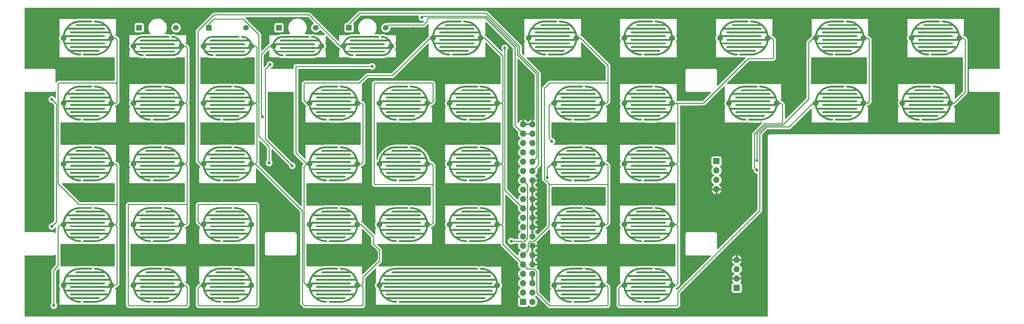
<source format=gbr>
G04 #@! TF.GenerationSoftware,KiCad,Pcbnew,(5.1.5)-3*
G04 #@! TF.CreationDate,2020-01-31T17:00:05+01:00*
G04 #@! TF.ProjectId,3003,33303033-2e6b-4696-9361-645f70636258,rev?*
G04 #@! TF.SameCoordinates,Original*
G04 #@! TF.FileFunction,Copper,L1,Top*
G04 #@! TF.FilePolarity,Positive*
%FSLAX46Y46*%
G04 Gerber Fmt 4.6, Leading zero omitted, Abs format (unit mm)*
G04 Created by KiCad (PCBNEW (5.1.5)-3) date 2020-01-31 17:00:05*
%MOMM*%
%LPD*%
G04 APERTURE LIST*
%ADD10C,1.524000*%
%ADD11R,1.524000X1.524000*%
%ADD12C,0.100000*%
%ADD13O,1.700000X1.700000*%
%ADD14R,1.700000X1.700000*%
%ADD15C,5.500000*%
%ADD16C,6.500000*%
%ADD17C,0.800000*%
%ADD18C,0.250000*%
%ADD19C,0.254000*%
G04 APERTURE END LIST*
D10*
X98700000Y-6000000D03*
D11*
X88700000Y-6000000D03*
D10*
X79700000Y-6000000D03*
D11*
X69700000Y-6000000D03*
D10*
X60700000Y-6000000D03*
D11*
X50700000Y-6000000D03*
D10*
X41700000Y-6000000D03*
D11*
X31700000Y-6000000D03*
D10*
X176500000Y-76000000D03*
G04 #@! TA.AperFunction,SMDPad,CuDef*
D12*
G36*
X171003491Y-71250024D02*
G01*
X171027867Y-71251558D01*
X171051978Y-71255463D01*
X171075592Y-71261702D01*
X171098485Y-71270216D01*
X171120438Y-71280923D01*
X171141242Y-71293722D01*
X171160697Y-71308489D01*
X171178618Y-71325084D01*
X171194834Y-71343349D01*
X171209191Y-71363109D01*
X171221551Y-71384176D01*
X171231796Y-71406348D01*
X171239828Y-71429415D01*
X171245572Y-71453155D01*
X171248971Y-71477342D01*
X171249994Y-71501745D01*
X171248630Y-71526132D01*
X171244894Y-71550269D01*
X171238820Y-71573927D01*
X171230466Y-71596879D01*
X171219912Y-71618906D01*
X171207259Y-71639798D01*
X171192628Y-71659356D01*
X171176159Y-71677393D01*
X171158007Y-71693736D01*
X171138348Y-71708230D01*
X171117368Y-71720737D01*
X171095268Y-71731137D01*
X171072258Y-71739330D01*
X171048559Y-71745239D01*
X171024396Y-71748807D01*
X171000000Y-71750000D01*
X168000888Y-71750000D01*
X167945903Y-71750384D01*
X167526288Y-71776783D01*
X167116437Y-71843165D01*
X166715013Y-71949226D01*
X166325874Y-72093945D01*
X165952690Y-72275959D01*
X165599057Y-72493515D01*
X165268348Y-72744537D01*
X164963703Y-73026642D01*
X164765396Y-73250000D01*
X174500000Y-73250000D01*
X174503491Y-73250024D01*
X174527867Y-73251558D01*
X174551978Y-73255463D01*
X174575592Y-73261702D01*
X174598485Y-73270216D01*
X174620438Y-73280923D01*
X174641242Y-73293722D01*
X174660697Y-73308489D01*
X174678618Y-73325084D01*
X174694834Y-73343349D01*
X174709191Y-73363109D01*
X174721551Y-73384176D01*
X174731796Y-73406348D01*
X174739828Y-73429415D01*
X174745572Y-73453155D01*
X174748971Y-73477342D01*
X174749994Y-73501745D01*
X174748630Y-73526132D01*
X174744894Y-73550269D01*
X174738820Y-73573927D01*
X174730466Y-73596879D01*
X174719912Y-73618906D01*
X174707259Y-73639798D01*
X174692628Y-73659356D01*
X174676159Y-73677393D01*
X174658007Y-73693736D01*
X174638348Y-73708230D01*
X174617368Y-73720737D01*
X174595268Y-73731137D01*
X174572258Y-73739330D01*
X174548559Y-73745239D01*
X174524396Y-73748807D01*
X174500000Y-73750000D01*
X164398838Y-73750000D01*
X164233900Y-74031128D01*
X164059747Y-74408030D01*
X163923202Y-74800134D01*
X163825572Y-75203685D01*
X163819063Y-75250000D01*
X174500000Y-75250000D01*
X174503491Y-75250024D01*
X174527867Y-75251558D01*
X174551978Y-75255463D01*
X174575592Y-75261702D01*
X174598485Y-75270216D01*
X174620438Y-75280923D01*
X174641242Y-75293722D01*
X174660697Y-75308489D01*
X174678618Y-75325084D01*
X174694834Y-75343349D01*
X174709191Y-75363109D01*
X174721551Y-75384176D01*
X174731796Y-75406348D01*
X174739828Y-75429415D01*
X174745572Y-75453155D01*
X174748971Y-75477342D01*
X174749994Y-75501745D01*
X174748630Y-75526132D01*
X174744894Y-75550269D01*
X174738820Y-75573927D01*
X174730466Y-75596879D01*
X174719912Y-75618906D01*
X174707259Y-75639798D01*
X174692628Y-75659356D01*
X174676159Y-75677393D01*
X174658007Y-75693736D01*
X174638348Y-75708230D01*
X174617368Y-75720737D01*
X174595268Y-75731137D01*
X174572258Y-75739330D01*
X174548559Y-75745239D01*
X174524396Y-75748807D01*
X174500000Y-75750000D01*
X164219492Y-75750000D01*
X164239164Y-75814849D01*
X164253753Y-75888191D01*
X164261082Y-75962610D01*
X164261082Y-76037390D01*
X164253753Y-76111809D01*
X164239164Y-76185151D01*
X164217457Y-76256710D01*
X164188840Y-76325797D01*
X164153589Y-76391746D01*
X164112044Y-76453923D01*
X164064605Y-76511728D01*
X164011728Y-76564605D01*
X163953923Y-76612044D01*
X163891746Y-76653589D01*
X163825797Y-76688840D01*
X163812313Y-76694425D01*
X163837097Y-76854518D01*
X163938640Y-77250000D01*
X174500000Y-77250000D01*
X174503491Y-77250024D01*
X174527867Y-77251558D01*
X174551978Y-77255463D01*
X174575592Y-77261702D01*
X174598485Y-77270216D01*
X174620438Y-77280923D01*
X174641242Y-77293722D01*
X174660697Y-77308489D01*
X174678618Y-77325084D01*
X174694834Y-77343349D01*
X174709191Y-77363109D01*
X174721551Y-77384176D01*
X174731796Y-77406348D01*
X174739828Y-77429415D01*
X174745572Y-77453155D01*
X174748971Y-77477342D01*
X174749994Y-77501745D01*
X174748630Y-77526132D01*
X174744894Y-77550269D01*
X174738820Y-77573927D01*
X174730466Y-77596879D01*
X174719912Y-77618906D01*
X174707259Y-77639798D01*
X174692628Y-77659356D01*
X174676159Y-77677393D01*
X174658007Y-77693736D01*
X174638348Y-77708230D01*
X174617368Y-77720737D01*
X174595268Y-77731137D01*
X174572258Y-77739330D01*
X174548559Y-77745239D01*
X174524396Y-77748807D01*
X174500000Y-77750000D01*
X164131790Y-77750000D01*
X164261754Y-78021257D01*
X164476838Y-78376402D01*
X164725543Y-78708855D01*
X165005517Y-79015465D01*
X165268487Y-79252244D01*
X165275604Y-79251193D01*
X165300000Y-79250000D01*
X173000000Y-79250000D01*
X173003491Y-79250024D01*
X173027867Y-79251558D01*
X173051978Y-79255463D01*
X173075592Y-79261702D01*
X173098485Y-79270216D01*
X173120438Y-79280923D01*
X173141242Y-79293722D01*
X173160697Y-79308489D01*
X173178618Y-79325084D01*
X173194834Y-79343349D01*
X173209191Y-79363109D01*
X173221551Y-79384176D01*
X173231796Y-79406348D01*
X173239828Y-79429415D01*
X173245572Y-79453155D01*
X173248971Y-79477342D01*
X173249994Y-79501745D01*
X173248630Y-79526132D01*
X173244894Y-79550269D01*
X173238820Y-79573927D01*
X173230466Y-79596879D01*
X173219912Y-79618906D01*
X173207259Y-79639798D01*
X173192628Y-79659356D01*
X173176159Y-79677393D01*
X173158007Y-79693736D01*
X173138348Y-79708230D01*
X173117368Y-79720737D01*
X173095268Y-79731137D01*
X173072258Y-79739330D01*
X173048559Y-79745239D01*
X173024396Y-79748807D01*
X173000000Y-79750000D01*
X166001090Y-79750000D01*
X166004885Y-79752262D01*
X166380570Y-79929047D01*
X166771699Y-80068321D01*
X167174562Y-80168766D01*
X167585295Y-80229418D01*
X168012213Y-80250298D01*
X168015698Y-80250493D01*
X168039970Y-80253216D01*
X168063862Y-80258294D01*
X168087143Y-80265679D01*
X168109593Y-80275301D01*
X168130996Y-80287068D01*
X168151150Y-80300868D01*
X168169861Y-80316568D01*
X168186950Y-80334018D01*
X168202254Y-80353054D01*
X168215629Y-80373492D01*
X168226945Y-80395137D01*
X168236094Y-80417783D01*
X168242990Y-80441215D01*
X168247567Y-80465207D01*
X168249781Y-80489531D01*
X168249610Y-80513955D01*
X168247057Y-80538246D01*
X168242146Y-80562172D01*
X168234924Y-80585505D01*
X168225458Y-80608022D01*
X168213841Y-80629507D01*
X168200182Y-80649756D01*
X168184614Y-80668576D01*
X168167283Y-80685787D01*
X168148354Y-80701223D01*
X168128011Y-80714740D01*
X168106445Y-80726207D01*
X168083863Y-80735515D01*
X168060480Y-80742574D01*
X168036521Y-80747318D01*
X168012213Y-80749702D01*
X167987787Y-80749702D01*
X167548664Y-80728225D01*
X167545179Y-80728030D01*
X167534774Y-80726863D01*
X167524356Y-80725841D01*
X167089424Y-80661616D01*
X167085974Y-80661082D01*
X167075735Y-80658906D01*
X167065464Y-80656872D01*
X166638881Y-80550513D01*
X166638876Y-80550512D01*
X166638870Y-80550510D01*
X166635495Y-80549644D01*
X166625484Y-80546468D01*
X166615494Y-80543452D01*
X166201333Y-80395976D01*
X166201321Y-80395972D01*
X166201308Y-80395967D01*
X166198039Y-80394778D01*
X166188388Y-80390641D01*
X166178738Y-80386664D01*
X165780933Y-80199471D01*
X165777785Y-80197963D01*
X165768576Y-80192900D01*
X165759368Y-80188004D01*
X165381736Y-79962891D01*
X165381727Y-79962886D01*
X165381717Y-79962879D01*
X165378741Y-79961078D01*
X165370083Y-79955150D01*
X165361383Y-79949369D01*
X165007527Y-79688483D01*
X165007513Y-79688474D01*
X165007498Y-79688462D01*
X165004717Y-79686382D01*
X164996715Y-79679667D01*
X164988585Y-79673036D01*
X164661863Y-79378854D01*
X164659285Y-79376500D01*
X164651971Y-79369031D01*
X164644532Y-79361644D01*
X164348076Y-79036984D01*
X164345740Y-79034390D01*
X164339171Y-79026219D01*
X164332507Y-79018164D01*
X164069148Y-78666124D01*
X164067076Y-78663314D01*
X164061349Y-78654561D01*
X164055490Y-78645875D01*
X163827740Y-78269816D01*
X163825952Y-78266817D01*
X163821096Y-78257527D01*
X163816123Y-78248330D01*
X163626158Y-77851841D01*
X163624671Y-77848682D01*
X163620745Y-77838964D01*
X163616693Y-77829325D01*
X163466324Y-77416191D01*
X163465152Y-77412903D01*
X163462186Y-77402823D01*
X163459101Y-77392858D01*
X163349765Y-76967024D01*
X163348920Y-76963636D01*
X163346952Y-76953320D01*
X163344854Y-76943097D01*
X163313206Y-76738666D01*
X163243290Y-76717457D01*
X163174203Y-76688840D01*
X163108254Y-76653589D01*
X163046077Y-76612044D01*
X162988272Y-76564605D01*
X162935395Y-76511728D01*
X162887956Y-76453923D01*
X162846411Y-76391746D01*
X162811160Y-76325797D01*
X162782543Y-76256710D01*
X162760836Y-76185151D01*
X162746247Y-76111809D01*
X162738918Y-76037390D01*
X162738918Y-75962610D01*
X162746247Y-75888191D01*
X162760836Y-75814849D01*
X162782543Y-75743290D01*
X162811160Y-75674203D01*
X162846411Y-75608254D01*
X162887956Y-75546077D01*
X162935395Y-75488272D01*
X162988272Y-75435395D01*
X163046077Y-75387956D01*
X163108254Y-75346411D01*
X163174203Y-75311160D01*
X163243290Y-75282543D01*
X163312527Y-75261540D01*
X163332140Y-75121990D01*
X163332650Y-75118537D01*
X163334759Y-75108264D01*
X163336717Y-75097998D01*
X163440097Y-74670678D01*
X163440941Y-74667290D01*
X163444041Y-74657277D01*
X163446993Y-74647246D01*
X163591579Y-74232053D01*
X163592750Y-74228764D01*
X163596817Y-74219091D01*
X163600729Y-74209407D01*
X163785139Y-73810305D01*
X163786626Y-73807146D01*
X163791605Y-73797937D01*
X163796456Y-73788660D01*
X164018933Y-73409456D01*
X164020720Y-73406457D01*
X164026596Y-73397745D01*
X164032307Y-73389019D01*
X164290715Y-73033351D01*
X164290724Y-73033337D01*
X164290736Y-73033322D01*
X164292796Y-73030527D01*
X164299465Y-73022466D01*
X164306030Y-73014301D01*
X164597914Y-72685544D01*
X164597923Y-72685533D01*
X164597934Y-72685522D01*
X164600259Y-72682939D01*
X164607683Y-72675567D01*
X164615013Y-72668082D01*
X164937585Y-72369378D01*
X164937595Y-72369368D01*
X164937607Y-72369358D01*
X164940173Y-72367013D01*
X164948314Y-72360374D01*
X164956306Y-72353668D01*
X165306498Y-72087856D01*
X165309294Y-72085765D01*
X165318007Y-72079976D01*
X165326652Y-72074057D01*
X165701102Y-71843694D01*
X165701111Y-71843688D01*
X165701122Y-71843682D01*
X165704098Y-71841879D01*
X165713337Y-71836967D01*
X165722515Y-71831921D01*
X166117668Y-71639192D01*
X166120816Y-71637684D01*
X166130500Y-71633693D01*
X166140118Y-71629571D01*
X166552192Y-71476321D01*
X166555473Y-71475127D01*
X166565500Y-71472100D01*
X166575474Y-71468936D01*
X167000530Y-71356632D01*
X167000535Y-71356630D01*
X167000541Y-71356629D01*
X167003917Y-71355762D01*
X167014173Y-71353731D01*
X167024426Y-71351552D01*
X167458420Y-71281260D01*
X167461870Y-71280725D01*
X167472331Y-71279699D01*
X167482693Y-71278537D01*
X167921473Y-71250932D01*
X167924959Y-71250737D01*
X167930202Y-71250737D01*
X167935423Y-71250445D01*
X167998254Y-71250006D01*
X167999877Y-71250006D01*
X168000000Y-71250000D01*
X171000000Y-71250000D01*
X171003491Y-71250024D01*
G37*
G04 #@! TD.AperFunction*
G04 #@! TA.AperFunction,SMDPad,CuDef*
G36*
X172451336Y-71271775D02*
G01*
X172454821Y-71271970D01*
X172465226Y-71273137D01*
X172475644Y-71274159D01*
X172910575Y-71338384D01*
X172914025Y-71338918D01*
X172924270Y-71341096D01*
X172934535Y-71343128D01*
X173361123Y-71449488D01*
X173364504Y-71450356D01*
X173374504Y-71453528D01*
X173384506Y-71456548D01*
X173798662Y-71604022D01*
X173798680Y-71604028D01*
X173798701Y-71604037D01*
X173801960Y-71605222D01*
X173811575Y-71609343D01*
X173821262Y-71613336D01*
X174219067Y-71800529D01*
X174222216Y-71802038D01*
X174231423Y-71807099D01*
X174240632Y-71811996D01*
X174618273Y-72037114D01*
X174621259Y-72038922D01*
X174629931Y-72044860D01*
X174638617Y-72050631D01*
X174992487Y-72311526D01*
X174995282Y-72313617D01*
X175003307Y-72320351D01*
X175011415Y-72326964D01*
X175338137Y-72621146D01*
X175340715Y-72623500D01*
X175348029Y-72630969D01*
X175355468Y-72638356D01*
X175651924Y-72963016D01*
X175654260Y-72965610D01*
X175660829Y-72973781D01*
X175667493Y-72981836D01*
X175930844Y-73333867D01*
X175930852Y-73333876D01*
X175930860Y-73333888D01*
X175932924Y-73336686D01*
X175938665Y-73345460D01*
X175944510Y-73354125D01*
X176172260Y-73730184D01*
X176174048Y-73733182D01*
X176178920Y-73742502D01*
X176183877Y-73751670D01*
X176373842Y-74148159D01*
X176375329Y-74151318D01*
X176379251Y-74161025D01*
X176383307Y-74170675D01*
X176533676Y-74583809D01*
X176534847Y-74587097D01*
X176537799Y-74597128D01*
X176540899Y-74607141D01*
X176650235Y-75032976D01*
X176651080Y-75036363D01*
X176653048Y-75046682D01*
X176655146Y-75056903D01*
X176686794Y-75261334D01*
X176756710Y-75282543D01*
X176825797Y-75311160D01*
X176891746Y-75346411D01*
X176953923Y-75387956D01*
X177011728Y-75435395D01*
X177064605Y-75488272D01*
X177112044Y-75546077D01*
X177153589Y-75608254D01*
X177188840Y-75674203D01*
X177217457Y-75743290D01*
X177239164Y-75814849D01*
X177253753Y-75888191D01*
X177261082Y-75962610D01*
X177261082Y-76037390D01*
X177253753Y-76111809D01*
X177239164Y-76185151D01*
X177217457Y-76256710D01*
X177188840Y-76325797D01*
X177153589Y-76391746D01*
X177112044Y-76453923D01*
X177064605Y-76511728D01*
X177011728Y-76564605D01*
X176953923Y-76612044D01*
X176891746Y-76653589D01*
X176825797Y-76688840D01*
X176756710Y-76717457D01*
X176687472Y-76738460D01*
X176667860Y-76878009D01*
X176667350Y-76881463D01*
X176665243Y-76891730D01*
X176663283Y-76902002D01*
X176559903Y-77329323D01*
X176559059Y-77332710D01*
X176555959Y-77342723D01*
X176553007Y-77352754D01*
X176408421Y-77767947D01*
X176407250Y-77771236D01*
X176403188Y-77780899D01*
X176399271Y-77790593D01*
X176214868Y-78189678D01*
X176214861Y-78189695D01*
X176214851Y-78189714D01*
X176213374Y-78192854D01*
X176208405Y-78202044D01*
X176203545Y-78211340D01*
X175981076Y-78590527D01*
X175981068Y-78590543D01*
X175981057Y-78590560D01*
X175979280Y-78593542D01*
X175973416Y-78602235D01*
X175967693Y-78610981D01*
X175709275Y-78966663D01*
X175707204Y-78969473D01*
X175700520Y-78977553D01*
X175693970Y-78985699D01*
X175402087Y-79314455D01*
X175402077Y-79314467D01*
X175402065Y-79314480D01*
X175399741Y-79317061D01*
X175392317Y-79324433D01*
X175384987Y-79331918D01*
X175062404Y-79630633D01*
X175059827Y-79632987D01*
X175051686Y-79639626D01*
X175043694Y-79646332D01*
X174693502Y-79912143D01*
X174690707Y-79914235D01*
X174681972Y-79920038D01*
X174673349Y-79925943D01*
X174298898Y-80156306D01*
X174298889Y-80156312D01*
X174298878Y-80156318D01*
X174295902Y-80158121D01*
X174286663Y-80163033D01*
X174277485Y-80168079D01*
X173882332Y-80360808D01*
X173879184Y-80362316D01*
X173869474Y-80366318D01*
X173859882Y-80370429D01*
X173447826Y-80523671D01*
X173447808Y-80523679D01*
X173447787Y-80523686D01*
X173444528Y-80524873D01*
X173434489Y-80527904D01*
X173424526Y-80531064D01*
X172999470Y-80643368D01*
X172999465Y-80643370D01*
X172999459Y-80643371D01*
X172996083Y-80644238D01*
X172985827Y-80646269D01*
X172975574Y-80648448D01*
X172541581Y-80718740D01*
X172538131Y-80719274D01*
X172527713Y-80720296D01*
X172517308Y-80721463D01*
X172078527Y-80749068D01*
X172075042Y-80749263D01*
X172069798Y-80749263D01*
X172064577Y-80749555D01*
X172001747Y-80749994D01*
X172000123Y-80749994D01*
X172000000Y-80750000D01*
X169000000Y-80750000D01*
X168996509Y-80749976D01*
X168972133Y-80748442D01*
X168948022Y-80744537D01*
X168924408Y-80738298D01*
X168901515Y-80729784D01*
X168879562Y-80719077D01*
X168858758Y-80706278D01*
X168839303Y-80691511D01*
X168821382Y-80674916D01*
X168805166Y-80656651D01*
X168790809Y-80636891D01*
X168778449Y-80615824D01*
X168768204Y-80593652D01*
X168760172Y-80570585D01*
X168754428Y-80546845D01*
X168751029Y-80522658D01*
X168750006Y-80498255D01*
X168751370Y-80473868D01*
X168755106Y-80449731D01*
X168761180Y-80426073D01*
X168769534Y-80403121D01*
X168780088Y-80381094D01*
X168792741Y-80360202D01*
X168807372Y-80340644D01*
X168823841Y-80322607D01*
X168841993Y-80306264D01*
X168861652Y-80291770D01*
X168882632Y-80279263D01*
X168904732Y-80268863D01*
X168927742Y-80260670D01*
X168951441Y-80254761D01*
X168975604Y-80251193D01*
X169000000Y-80250000D01*
X171999112Y-80250000D01*
X172054098Y-80249616D01*
X172473712Y-80223217D01*
X172883561Y-80156835D01*
X173284987Y-80050774D01*
X173674135Y-79906050D01*
X174047315Y-79724038D01*
X174400943Y-79506485D01*
X174731658Y-79255457D01*
X175036292Y-78973364D01*
X175234604Y-78750000D01*
X165500000Y-78750000D01*
X165496509Y-78749976D01*
X165472133Y-78748442D01*
X165448022Y-78744537D01*
X165424408Y-78738298D01*
X165401515Y-78729784D01*
X165379562Y-78719077D01*
X165358758Y-78706278D01*
X165339303Y-78691511D01*
X165321382Y-78674916D01*
X165305166Y-78656651D01*
X165290809Y-78636891D01*
X165278449Y-78615824D01*
X165268204Y-78593652D01*
X165260172Y-78570585D01*
X165254428Y-78546845D01*
X165251029Y-78522658D01*
X165250006Y-78498255D01*
X165251370Y-78473868D01*
X165255106Y-78449731D01*
X165261180Y-78426073D01*
X165269534Y-78403121D01*
X165280088Y-78381094D01*
X165292741Y-78360202D01*
X165307372Y-78340644D01*
X165323841Y-78322607D01*
X165341993Y-78306264D01*
X165361652Y-78291770D01*
X165382632Y-78279263D01*
X165404732Y-78268863D01*
X165427742Y-78260670D01*
X165451441Y-78254761D01*
X165475604Y-78251193D01*
X165500000Y-78250000D01*
X175601163Y-78250000D01*
X175766102Y-77968868D01*
X175940256Y-77591961D01*
X176076798Y-77199866D01*
X176174427Y-76796318D01*
X176180937Y-76750000D01*
X165500000Y-76750000D01*
X165496509Y-76749976D01*
X165472133Y-76748442D01*
X165448022Y-76744537D01*
X165424408Y-76738298D01*
X165401515Y-76729784D01*
X165379562Y-76719077D01*
X165358758Y-76706278D01*
X165339303Y-76691511D01*
X165321382Y-76674916D01*
X165305166Y-76656651D01*
X165290809Y-76636891D01*
X165278449Y-76615824D01*
X165268204Y-76593652D01*
X165260172Y-76570585D01*
X165254428Y-76546845D01*
X165251029Y-76522658D01*
X165250006Y-76498255D01*
X165251370Y-76473868D01*
X165255106Y-76449731D01*
X165261180Y-76426073D01*
X165269534Y-76403121D01*
X165280088Y-76381094D01*
X165292741Y-76360202D01*
X165307372Y-76340644D01*
X165323841Y-76322607D01*
X165341993Y-76306264D01*
X165361652Y-76291770D01*
X165382632Y-76279263D01*
X165404732Y-76268863D01*
X165427742Y-76260670D01*
X165451441Y-76254761D01*
X165475604Y-76251193D01*
X165500000Y-76250000D01*
X175780508Y-76250000D01*
X175760836Y-76185151D01*
X175746247Y-76111809D01*
X175738918Y-76037390D01*
X175738918Y-75962610D01*
X175746247Y-75888191D01*
X175760836Y-75814849D01*
X175782543Y-75743290D01*
X175811160Y-75674203D01*
X175846411Y-75608254D01*
X175887956Y-75546077D01*
X175935395Y-75488272D01*
X175988272Y-75435395D01*
X176046077Y-75387956D01*
X176108254Y-75346411D01*
X176174203Y-75311160D01*
X176187687Y-75305575D01*
X176162903Y-75145481D01*
X176061360Y-74750000D01*
X165500000Y-74750000D01*
X165496509Y-74749976D01*
X165472133Y-74748442D01*
X165448022Y-74744537D01*
X165424408Y-74738298D01*
X165401515Y-74729784D01*
X165379562Y-74719077D01*
X165358758Y-74706278D01*
X165339303Y-74691511D01*
X165321382Y-74674916D01*
X165305166Y-74656651D01*
X165290809Y-74636891D01*
X165278449Y-74615824D01*
X165268204Y-74593652D01*
X165260172Y-74570585D01*
X165254428Y-74546845D01*
X165251029Y-74522658D01*
X165250006Y-74498255D01*
X165251370Y-74473868D01*
X165255106Y-74449731D01*
X165261180Y-74426073D01*
X165269534Y-74403121D01*
X165280088Y-74381094D01*
X165292741Y-74360202D01*
X165307372Y-74340644D01*
X165323841Y-74322607D01*
X165341993Y-74306264D01*
X165361652Y-74291770D01*
X165382632Y-74279263D01*
X165404732Y-74268863D01*
X165427742Y-74260670D01*
X165451441Y-74254761D01*
X165475604Y-74251193D01*
X165500000Y-74250000D01*
X175868210Y-74250000D01*
X175738246Y-73978743D01*
X175523162Y-73623598D01*
X175274453Y-73291140D01*
X174994483Y-72984535D01*
X174731513Y-72747756D01*
X174724396Y-72748807D01*
X174700000Y-72750000D01*
X167000000Y-72750000D01*
X166996509Y-72749976D01*
X166972133Y-72748442D01*
X166948022Y-72744537D01*
X166924408Y-72738298D01*
X166901515Y-72729784D01*
X166879562Y-72719077D01*
X166858758Y-72706278D01*
X166839303Y-72691511D01*
X166821382Y-72674916D01*
X166805166Y-72656651D01*
X166790809Y-72636891D01*
X166778449Y-72615824D01*
X166768204Y-72593652D01*
X166760172Y-72570585D01*
X166754428Y-72546845D01*
X166751029Y-72522658D01*
X166750006Y-72498255D01*
X166751370Y-72473868D01*
X166755106Y-72449731D01*
X166761180Y-72426073D01*
X166769534Y-72403121D01*
X166780088Y-72381094D01*
X166792741Y-72360202D01*
X166807372Y-72340644D01*
X166823841Y-72322607D01*
X166841993Y-72306264D01*
X166861652Y-72291770D01*
X166882632Y-72279263D01*
X166904732Y-72268863D01*
X166927742Y-72260670D01*
X166951441Y-72254761D01*
X166975604Y-72251193D01*
X167000000Y-72250000D01*
X173998911Y-72250000D01*
X173995120Y-72247740D01*
X173619430Y-72070953D01*
X173228304Y-71931679D01*
X172825438Y-71831234D01*
X172414704Y-71770582D01*
X171987787Y-71749702D01*
X171984302Y-71749507D01*
X171960030Y-71746784D01*
X171936138Y-71741706D01*
X171912857Y-71734321D01*
X171890408Y-71724699D01*
X171869004Y-71712932D01*
X171848850Y-71699132D01*
X171830139Y-71683432D01*
X171813051Y-71665982D01*
X171797746Y-71646946D01*
X171784372Y-71626508D01*
X171773055Y-71604863D01*
X171763906Y-71582217D01*
X171757010Y-71558785D01*
X171752433Y-71534793D01*
X171750219Y-71510469D01*
X171750390Y-71486045D01*
X171752943Y-71461754D01*
X171757854Y-71437828D01*
X171765076Y-71414495D01*
X171774542Y-71391978D01*
X171786159Y-71370493D01*
X171799818Y-71350244D01*
X171815387Y-71331424D01*
X171832717Y-71314213D01*
X171851646Y-71298777D01*
X171871989Y-71285260D01*
X171893555Y-71273793D01*
X171916137Y-71264485D01*
X171939520Y-71257426D01*
X171963479Y-71252682D01*
X171987787Y-71250298D01*
X172012213Y-71250298D01*
X172451336Y-71271775D01*
G37*
G04 #@! TD.AperFunction*
D10*
X163500000Y-76000000D03*
X228500000Y-26500000D03*
G04 #@! TA.AperFunction,SMDPad,CuDef*
D12*
G36*
X223003491Y-21750024D02*
G01*
X223027867Y-21751558D01*
X223051978Y-21755463D01*
X223075592Y-21761702D01*
X223098485Y-21770216D01*
X223120438Y-21780923D01*
X223141242Y-21793722D01*
X223160697Y-21808489D01*
X223178618Y-21825084D01*
X223194834Y-21843349D01*
X223209191Y-21863109D01*
X223221551Y-21884176D01*
X223231796Y-21906348D01*
X223239828Y-21929415D01*
X223245572Y-21953155D01*
X223248971Y-21977342D01*
X223249994Y-22001745D01*
X223248630Y-22026132D01*
X223244894Y-22050269D01*
X223238820Y-22073927D01*
X223230466Y-22096879D01*
X223219912Y-22118906D01*
X223207259Y-22139798D01*
X223192628Y-22159356D01*
X223176159Y-22177393D01*
X223158007Y-22193736D01*
X223138348Y-22208230D01*
X223117368Y-22220737D01*
X223095268Y-22231137D01*
X223072258Y-22239330D01*
X223048559Y-22245239D01*
X223024396Y-22248807D01*
X223000000Y-22250000D01*
X220000888Y-22250000D01*
X219945903Y-22250384D01*
X219526288Y-22276783D01*
X219116437Y-22343165D01*
X218715013Y-22449226D01*
X218325874Y-22593945D01*
X217952690Y-22775959D01*
X217599057Y-22993515D01*
X217268348Y-23244537D01*
X216963703Y-23526642D01*
X216765396Y-23750000D01*
X226500000Y-23750000D01*
X226503491Y-23750024D01*
X226527867Y-23751558D01*
X226551978Y-23755463D01*
X226575592Y-23761702D01*
X226598485Y-23770216D01*
X226620438Y-23780923D01*
X226641242Y-23793722D01*
X226660697Y-23808489D01*
X226678618Y-23825084D01*
X226694834Y-23843349D01*
X226709191Y-23863109D01*
X226721551Y-23884176D01*
X226731796Y-23906348D01*
X226739828Y-23929415D01*
X226745572Y-23953155D01*
X226748971Y-23977342D01*
X226749994Y-24001745D01*
X226748630Y-24026132D01*
X226744894Y-24050269D01*
X226738820Y-24073927D01*
X226730466Y-24096879D01*
X226719912Y-24118906D01*
X226707259Y-24139798D01*
X226692628Y-24159356D01*
X226676159Y-24177393D01*
X226658007Y-24193736D01*
X226638348Y-24208230D01*
X226617368Y-24220737D01*
X226595268Y-24231137D01*
X226572258Y-24239330D01*
X226548559Y-24245239D01*
X226524396Y-24248807D01*
X226500000Y-24250000D01*
X216398838Y-24250000D01*
X216233900Y-24531128D01*
X216059747Y-24908030D01*
X215923202Y-25300134D01*
X215825572Y-25703685D01*
X215819063Y-25750000D01*
X226500000Y-25750000D01*
X226503491Y-25750024D01*
X226527867Y-25751558D01*
X226551978Y-25755463D01*
X226575592Y-25761702D01*
X226598485Y-25770216D01*
X226620438Y-25780923D01*
X226641242Y-25793722D01*
X226660697Y-25808489D01*
X226678618Y-25825084D01*
X226694834Y-25843349D01*
X226709191Y-25863109D01*
X226721551Y-25884176D01*
X226731796Y-25906348D01*
X226739828Y-25929415D01*
X226745572Y-25953155D01*
X226748971Y-25977342D01*
X226749994Y-26001745D01*
X226748630Y-26026132D01*
X226744894Y-26050269D01*
X226738820Y-26073927D01*
X226730466Y-26096879D01*
X226719912Y-26118906D01*
X226707259Y-26139798D01*
X226692628Y-26159356D01*
X226676159Y-26177393D01*
X226658007Y-26193736D01*
X226638348Y-26208230D01*
X226617368Y-26220737D01*
X226595268Y-26231137D01*
X226572258Y-26239330D01*
X226548559Y-26245239D01*
X226524396Y-26248807D01*
X226500000Y-26250000D01*
X216219492Y-26250000D01*
X216239164Y-26314849D01*
X216253753Y-26388191D01*
X216261082Y-26462610D01*
X216261082Y-26537390D01*
X216253753Y-26611809D01*
X216239164Y-26685151D01*
X216217457Y-26756710D01*
X216188840Y-26825797D01*
X216153589Y-26891746D01*
X216112044Y-26953923D01*
X216064605Y-27011728D01*
X216011728Y-27064605D01*
X215953923Y-27112044D01*
X215891746Y-27153589D01*
X215825797Y-27188840D01*
X215812313Y-27194425D01*
X215837097Y-27354518D01*
X215938640Y-27750000D01*
X226500000Y-27750000D01*
X226503491Y-27750024D01*
X226527867Y-27751558D01*
X226551978Y-27755463D01*
X226575592Y-27761702D01*
X226598485Y-27770216D01*
X226620438Y-27780923D01*
X226641242Y-27793722D01*
X226660697Y-27808489D01*
X226678618Y-27825084D01*
X226694834Y-27843349D01*
X226709191Y-27863109D01*
X226721551Y-27884176D01*
X226731796Y-27906348D01*
X226739828Y-27929415D01*
X226745572Y-27953155D01*
X226748971Y-27977342D01*
X226749994Y-28001745D01*
X226748630Y-28026132D01*
X226744894Y-28050269D01*
X226738820Y-28073927D01*
X226730466Y-28096879D01*
X226719912Y-28118906D01*
X226707259Y-28139798D01*
X226692628Y-28159356D01*
X226676159Y-28177393D01*
X226658007Y-28193736D01*
X226638348Y-28208230D01*
X226617368Y-28220737D01*
X226595268Y-28231137D01*
X226572258Y-28239330D01*
X226548559Y-28245239D01*
X226524396Y-28248807D01*
X226500000Y-28250000D01*
X216131790Y-28250000D01*
X216261754Y-28521257D01*
X216476838Y-28876402D01*
X216725543Y-29208855D01*
X217005517Y-29515465D01*
X217268487Y-29752244D01*
X217275604Y-29751193D01*
X217300000Y-29750000D01*
X225000000Y-29750000D01*
X225003491Y-29750024D01*
X225027867Y-29751558D01*
X225051978Y-29755463D01*
X225075592Y-29761702D01*
X225098485Y-29770216D01*
X225120438Y-29780923D01*
X225141242Y-29793722D01*
X225160697Y-29808489D01*
X225178618Y-29825084D01*
X225194834Y-29843349D01*
X225209191Y-29863109D01*
X225221551Y-29884176D01*
X225231796Y-29906348D01*
X225239828Y-29929415D01*
X225245572Y-29953155D01*
X225248971Y-29977342D01*
X225249994Y-30001745D01*
X225248630Y-30026132D01*
X225244894Y-30050269D01*
X225238820Y-30073927D01*
X225230466Y-30096879D01*
X225219912Y-30118906D01*
X225207259Y-30139798D01*
X225192628Y-30159356D01*
X225176159Y-30177393D01*
X225158007Y-30193736D01*
X225138348Y-30208230D01*
X225117368Y-30220737D01*
X225095268Y-30231137D01*
X225072258Y-30239330D01*
X225048559Y-30245239D01*
X225024396Y-30248807D01*
X225000000Y-30250000D01*
X218001090Y-30250000D01*
X218004885Y-30252262D01*
X218380570Y-30429047D01*
X218771699Y-30568321D01*
X219174562Y-30668766D01*
X219585295Y-30729418D01*
X220012213Y-30750298D01*
X220015698Y-30750493D01*
X220039970Y-30753216D01*
X220063862Y-30758294D01*
X220087143Y-30765679D01*
X220109593Y-30775301D01*
X220130996Y-30787068D01*
X220151150Y-30800868D01*
X220169861Y-30816568D01*
X220186950Y-30834018D01*
X220202254Y-30853054D01*
X220215629Y-30873492D01*
X220226945Y-30895137D01*
X220236094Y-30917783D01*
X220242990Y-30941215D01*
X220247567Y-30965207D01*
X220249781Y-30989531D01*
X220249610Y-31013955D01*
X220247057Y-31038246D01*
X220242146Y-31062172D01*
X220234924Y-31085505D01*
X220225458Y-31108022D01*
X220213841Y-31129507D01*
X220200182Y-31149756D01*
X220184614Y-31168576D01*
X220167283Y-31185787D01*
X220148354Y-31201223D01*
X220128011Y-31214740D01*
X220106445Y-31226207D01*
X220083863Y-31235515D01*
X220060480Y-31242574D01*
X220036521Y-31247318D01*
X220012213Y-31249702D01*
X219987787Y-31249702D01*
X219548664Y-31228225D01*
X219545179Y-31228030D01*
X219534774Y-31226863D01*
X219524356Y-31225841D01*
X219089424Y-31161616D01*
X219085974Y-31161082D01*
X219075735Y-31158906D01*
X219065464Y-31156872D01*
X218638881Y-31050513D01*
X218638876Y-31050512D01*
X218638870Y-31050510D01*
X218635495Y-31049644D01*
X218625484Y-31046468D01*
X218615494Y-31043452D01*
X218201333Y-30895976D01*
X218201321Y-30895972D01*
X218201308Y-30895967D01*
X218198039Y-30894778D01*
X218188388Y-30890641D01*
X218178738Y-30886664D01*
X217780933Y-30699471D01*
X217777785Y-30697963D01*
X217768576Y-30692900D01*
X217759368Y-30688004D01*
X217381736Y-30462891D01*
X217381727Y-30462886D01*
X217381717Y-30462879D01*
X217378741Y-30461078D01*
X217370083Y-30455150D01*
X217361383Y-30449369D01*
X217007527Y-30188483D01*
X217007513Y-30188474D01*
X217007498Y-30188462D01*
X217004717Y-30186382D01*
X216996715Y-30179667D01*
X216988585Y-30173036D01*
X216661863Y-29878854D01*
X216659285Y-29876500D01*
X216651971Y-29869031D01*
X216644532Y-29861644D01*
X216348076Y-29536984D01*
X216345740Y-29534390D01*
X216339171Y-29526219D01*
X216332507Y-29518164D01*
X216069148Y-29166124D01*
X216067076Y-29163314D01*
X216061349Y-29154561D01*
X216055490Y-29145875D01*
X215827740Y-28769816D01*
X215825952Y-28766817D01*
X215821096Y-28757527D01*
X215816123Y-28748330D01*
X215626158Y-28351841D01*
X215624671Y-28348682D01*
X215620745Y-28338964D01*
X215616693Y-28329325D01*
X215466324Y-27916191D01*
X215465152Y-27912903D01*
X215462186Y-27902823D01*
X215459101Y-27892858D01*
X215349765Y-27467024D01*
X215348920Y-27463636D01*
X215346952Y-27453320D01*
X215344854Y-27443097D01*
X215313206Y-27238666D01*
X215243290Y-27217457D01*
X215174203Y-27188840D01*
X215108254Y-27153589D01*
X215046077Y-27112044D01*
X214988272Y-27064605D01*
X214935395Y-27011728D01*
X214887956Y-26953923D01*
X214846411Y-26891746D01*
X214811160Y-26825797D01*
X214782543Y-26756710D01*
X214760836Y-26685151D01*
X214746247Y-26611809D01*
X214738918Y-26537390D01*
X214738918Y-26462610D01*
X214746247Y-26388191D01*
X214760836Y-26314849D01*
X214782543Y-26243290D01*
X214811160Y-26174203D01*
X214846411Y-26108254D01*
X214887956Y-26046077D01*
X214935395Y-25988272D01*
X214988272Y-25935395D01*
X215046077Y-25887956D01*
X215108254Y-25846411D01*
X215174203Y-25811160D01*
X215243290Y-25782543D01*
X215312527Y-25761540D01*
X215332140Y-25621990D01*
X215332650Y-25618537D01*
X215334759Y-25608264D01*
X215336717Y-25597998D01*
X215440097Y-25170678D01*
X215440941Y-25167290D01*
X215444041Y-25157277D01*
X215446993Y-25147246D01*
X215591579Y-24732053D01*
X215592750Y-24728764D01*
X215596817Y-24719091D01*
X215600729Y-24709407D01*
X215785139Y-24310305D01*
X215786626Y-24307146D01*
X215791605Y-24297937D01*
X215796456Y-24288660D01*
X216018933Y-23909456D01*
X216020720Y-23906457D01*
X216026596Y-23897745D01*
X216032307Y-23889019D01*
X216290715Y-23533351D01*
X216290724Y-23533337D01*
X216290736Y-23533322D01*
X216292796Y-23530527D01*
X216299465Y-23522466D01*
X216306030Y-23514301D01*
X216597914Y-23185544D01*
X216597923Y-23185533D01*
X216597934Y-23185522D01*
X216600259Y-23182939D01*
X216607683Y-23175567D01*
X216615013Y-23168082D01*
X216937585Y-22869378D01*
X216937595Y-22869368D01*
X216937607Y-22869358D01*
X216940173Y-22867013D01*
X216948314Y-22860374D01*
X216956306Y-22853668D01*
X217306498Y-22587856D01*
X217309294Y-22585765D01*
X217318007Y-22579976D01*
X217326652Y-22574057D01*
X217701102Y-22343694D01*
X217701111Y-22343688D01*
X217701122Y-22343682D01*
X217704098Y-22341879D01*
X217713337Y-22336967D01*
X217722515Y-22331921D01*
X218117668Y-22139192D01*
X218120816Y-22137684D01*
X218130500Y-22133693D01*
X218140118Y-22129571D01*
X218552192Y-21976321D01*
X218555473Y-21975127D01*
X218565500Y-21972100D01*
X218575474Y-21968936D01*
X219000530Y-21856632D01*
X219000535Y-21856630D01*
X219000541Y-21856629D01*
X219003917Y-21855762D01*
X219014173Y-21853731D01*
X219024426Y-21851552D01*
X219458420Y-21781260D01*
X219461870Y-21780725D01*
X219472331Y-21779699D01*
X219482693Y-21778537D01*
X219921473Y-21750932D01*
X219924959Y-21750737D01*
X219930202Y-21750737D01*
X219935423Y-21750445D01*
X219998254Y-21750006D01*
X219999877Y-21750006D01*
X220000000Y-21750000D01*
X223000000Y-21750000D01*
X223003491Y-21750024D01*
G37*
G04 #@! TD.AperFunction*
G04 #@! TA.AperFunction,SMDPad,CuDef*
G36*
X224451336Y-21771775D02*
G01*
X224454821Y-21771970D01*
X224465226Y-21773137D01*
X224475644Y-21774159D01*
X224910575Y-21838384D01*
X224914025Y-21838918D01*
X224924270Y-21841096D01*
X224934535Y-21843128D01*
X225361123Y-21949488D01*
X225364504Y-21950356D01*
X225374504Y-21953528D01*
X225384506Y-21956548D01*
X225798662Y-22104022D01*
X225798680Y-22104028D01*
X225798701Y-22104037D01*
X225801960Y-22105222D01*
X225811575Y-22109343D01*
X225821262Y-22113336D01*
X226219067Y-22300529D01*
X226222216Y-22302038D01*
X226231423Y-22307099D01*
X226240632Y-22311996D01*
X226618273Y-22537114D01*
X226621259Y-22538922D01*
X226629931Y-22544860D01*
X226638617Y-22550631D01*
X226992487Y-22811526D01*
X226995282Y-22813617D01*
X227003307Y-22820351D01*
X227011415Y-22826964D01*
X227338137Y-23121146D01*
X227340715Y-23123500D01*
X227348029Y-23130969D01*
X227355468Y-23138356D01*
X227651924Y-23463016D01*
X227654260Y-23465610D01*
X227660829Y-23473781D01*
X227667493Y-23481836D01*
X227930844Y-23833867D01*
X227930852Y-23833876D01*
X227930860Y-23833888D01*
X227932924Y-23836686D01*
X227938665Y-23845460D01*
X227944510Y-23854125D01*
X228172260Y-24230184D01*
X228174048Y-24233182D01*
X228178920Y-24242502D01*
X228183877Y-24251670D01*
X228373842Y-24648159D01*
X228375329Y-24651318D01*
X228379251Y-24661025D01*
X228383307Y-24670675D01*
X228533676Y-25083809D01*
X228534847Y-25087097D01*
X228537799Y-25097128D01*
X228540899Y-25107141D01*
X228650235Y-25532976D01*
X228651080Y-25536363D01*
X228653048Y-25546682D01*
X228655146Y-25556903D01*
X228686794Y-25761334D01*
X228756710Y-25782543D01*
X228825797Y-25811160D01*
X228891746Y-25846411D01*
X228953923Y-25887956D01*
X229011728Y-25935395D01*
X229064605Y-25988272D01*
X229112044Y-26046077D01*
X229153589Y-26108254D01*
X229188840Y-26174203D01*
X229217457Y-26243290D01*
X229239164Y-26314849D01*
X229253753Y-26388191D01*
X229261082Y-26462610D01*
X229261082Y-26537390D01*
X229253753Y-26611809D01*
X229239164Y-26685151D01*
X229217457Y-26756710D01*
X229188840Y-26825797D01*
X229153589Y-26891746D01*
X229112044Y-26953923D01*
X229064605Y-27011728D01*
X229011728Y-27064605D01*
X228953923Y-27112044D01*
X228891746Y-27153589D01*
X228825797Y-27188840D01*
X228756710Y-27217457D01*
X228687472Y-27238460D01*
X228667860Y-27378009D01*
X228667350Y-27381463D01*
X228665243Y-27391730D01*
X228663283Y-27402002D01*
X228559903Y-27829323D01*
X228559059Y-27832710D01*
X228555959Y-27842723D01*
X228553007Y-27852754D01*
X228408421Y-28267947D01*
X228407250Y-28271236D01*
X228403188Y-28280899D01*
X228399271Y-28290593D01*
X228214868Y-28689678D01*
X228214861Y-28689695D01*
X228214851Y-28689714D01*
X228213374Y-28692854D01*
X228208405Y-28702044D01*
X228203545Y-28711340D01*
X227981076Y-29090527D01*
X227981068Y-29090543D01*
X227981057Y-29090560D01*
X227979280Y-29093542D01*
X227973416Y-29102235D01*
X227967693Y-29110981D01*
X227709275Y-29466663D01*
X227707204Y-29469473D01*
X227700520Y-29477553D01*
X227693970Y-29485699D01*
X227402087Y-29814455D01*
X227402077Y-29814467D01*
X227402065Y-29814480D01*
X227399741Y-29817061D01*
X227392317Y-29824433D01*
X227384987Y-29831918D01*
X227062404Y-30130633D01*
X227059827Y-30132987D01*
X227051686Y-30139626D01*
X227043694Y-30146332D01*
X226693502Y-30412143D01*
X226690707Y-30414235D01*
X226681972Y-30420038D01*
X226673349Y-30425943D01*
X226298898Y-30656306D01*
X226298889Y-30656312D01*
X226298878Y-30656318D01*
X226295902Y-30658121D01*
X226286663Y-30663033D01*
X226277485Y-30668079D01*
X225882332Y-30860808D01*
X225879184Y-30862316D01*
X225869474Y-30866318D01*
X225859882Y-30870429D01*
X225447826Y-31023671D01*
X225447808Y-31023679D01*
X225447787Y-31023686D01*
X225444528Y-31024873D01*
X225434489Y-31027904D01*
X225424526Y-31031064D01*
X224999470Y-31143368D01*
X224999465Y-31143370D01*
X224999459Y-31143371D01*
X224996083Y-31144238D01*
X224985827Y-31146269D01*
X224975574Y-31148448D01*
X224541581Y-31218740D01*
X224538131Y-31219274D01*
X224527713Y-31220296D01*
X224517308Y-31221463D01*
X224078527Y-31249068D01*
X224075042Y-31249263D01*
X224069798Y-31249263D01*
X224064577Y-31249555D01*
X224001747Y-31249994D01*
X224000123Y-31249994D01*
X224000000Y-31250000D01*
X221000000Y-31250000D01*
X220996509Y-31249976D01*
X220972133Y-31248442D01*
X220948022Y-31244537D01*
X220924408Y-31238298D01*
X220901515Y-31229784D01*
X220879562Y-31219077D01*
X220858758Y-31206278D01*
X220839303Y-31191511D01*
X220821382Y-31174916D01*
X220805166Y-31156651D01*
X220790809Y-31136891D01*
X220778449Y-31115824D01*
X220768204Y-31093652D01*
X220760172Y-31070585D01*
X220754428Y-31046845D01*
X220751029Y-31022658D01*
X220750006Y-30998255D01*
X220751370Y-30973868D01*
X220755106Y-30949731D01*
X220761180Y-30926073D01*
X220769534Y-30903121D01*
X220780088Y-30881094D01*
X220792741Y-30860202D01*
X220807372Y-30840644D01*
X220823841Y-30822607D01*
X220841993Y-30806264D01*
X220861652Y-30791770D01*
X220882632Y-30779263D01*
X220904732Y-30768863D01*
X220927742Y-30760670D01*
X220951441Y-30754761D01*
X220975604Y-30751193D01*
X221000000Y-30750000D01*
X223999112Y-30750000D01*
X224054098Y-30749616D01*
X224473712Y-30723217D01*
X224883561Y-30656835D01*
X225284987Y-30550774D01*
X225674135Y-30406050D01*
X226047315Y-30224038D01*
X226400943Y-30006485D01*
X226731658Y-29755457D01*
X227036292Y-29473364D01*
X227234604Y-29250000D01*
X217500000Y-29250000D01*
X217496509Y-29249976D01*
X217472133Y-29248442D01*
X217448022Y-29244537D01*
X217424408Y-29238298D01*
X217401515Y-29229784D01*
X217379562Y-29219077D01*
X217358758Y-29206278D01*
X217339303Y-29191511D01*
X217321382Y-29174916D01*
X217305166Y-29156651D01*
X217290809Y-29136891D01*
X217278449Y-29115824D01*
X217268204Y-29093652D01*
X217260172Y-29070585D01*
X217254428Y-29046845D01*
X217251029Y-29022658D01*
X217250006Y-28998255D01*
X217251370Y-28973868D01*
X217255106Y-28949731D01*
X217261180Y-28926073D01*
X217269534Y-28903121D01*
X217280088Y-28881094D01*
X217292741Y-28860202D01*
X217307372Y-28840644D01*
X217323841Y-28822607D01*
X217341993Y-28806264D01*
X217361652Y-28791770D01*
X217382632Y-28779263D01*
X217404732Y-28768863D01*
X217427742Y-28760670D01*
X217451441Y-28754761D01*
X217475604Y-28751193D01*
X217500000Y-28750000D01*
X227601163Y-28750000D01*
X227766102Y-28468868D01*
X227940256Y-28091961D01*
X228076798Y-27699866D01*
X228174427Y-27296318D01*
X228180937Y-27250000D01*
X217500000Y-27250000D01*
X217496509Y-27249976D01*
X217472133Y-27248442D01*
X217448022Y-27244537D01*
X217424408Y-27238298D01*
X217401515Y-27229784D01*
X217379562Y-27219077D01*
X217358758Y-27206278D01*
X217339303Y-27191511D01*
X217321382Y-27174916D01*
X217305166Y-27156651D01*
X217290809Y-27136891D01*
X217278449Y-27115824D01*
X217268204Y-27093652D01*
X217260172Y-27070585D01*
X217254428Y-27046845D01*
X217251029Y-27022658D01*
X217250006Y-26998255D01*
X217251370Y-26973868D01*
X217255106Y-26949731D01*
X217261180Y-26926073D01*
X217269534Y-26903121D01*
X217280088Y-26881094D01*
X217292741Y-26860202D01*
X217307372Y-26840644D01*
X217323841Y-26822607D01*
X217341993Y-26806264D01*
X217361652Y-26791770D01*
X217382632Y-26779263D01*
X217404732Y-26768863D01*
X217427742Y-26760670D01*
X217451441Y-26754761D01*
X217475604Y-26751193D01*
X217500000Y-26750000D01*
X227780508Y-26750000D01*
X227760836Y-26685151D01*
X227746247Y-26611809D01*
X227738918Y-26537390D01*
X227738918Y-26462610D01*
X227746247Y-26388191D01*
X227760836Y-26314849D01*
X227782543Y-26243290D01*
X227811160Y-26174203D01*
X227846411Y-26108254D01*
X227887956Y-26046077D01*
X227935395Y-25988272D01*
X227988272Y-25935395D01*
X228046077Y-25887956D01*
X228108254Y-25846411D01*
X228174203Y-25811160D01*
X228187687Y-25805575D01*
X228162903Y-25645481D01*
X228061360Y-25250000D01*
X217500000Y-25250000D01*
X217496509Y-25249976D01*
X217472133Y-25248442D01*
X217448022Y-25244537D01*
X217424408Y-25238298D01*
X217401515Y-25229784D01*
X217379562Y-25219077D01*
X217358758Y-25206278D01*
X217339303Y-25191511D01*
X217321382Y-25174916D01*
X217305166Y-25156651D01*
X217290809Y-25136891D01*
X217278449Y-25115824D01*
X217268204Y-25093652D01*
X217260172Y-25070585D01*
X217254428Y-25046845D01*
X217251029Y-25022658D01*
X217250006Y-24998255D01*
X217251370Y-24973868D01*
X217255106Y-24949731D01*
X217261180Y-24926073D01*
X217269534Y-24903121D01*
X217280088Y-24881094D01*
X217292741Y-24860202D01*
X217307372Y-24840644D01*
X217323841Y-24822607D01*
X217341993Y-24806264D01*
X217361652Y-24791770D01*
X217382632Y-24779263D01*
X217404732Y-24768863D01*
X217427742Y-24760670D01*
X217451441Y-24754761D01*
X217475604Y-24751193D01*
X217500000Y-24750000D01*
X227868210Y-24750000D01*
X227738246Y-24478743D01*
X227523162Y-24123598D01*
X227274453Y-23791140D01*
X226994483Y-23484535D01*
X226731513Y-23247756D01*
X226724396Y-23248807D01*
X226700000Y-23250000D01*
X219000000Y-23250000D01*
X218996509Y-23249976D01*
X218972133Y-23248442D01*
X218948022Y-23244537D01*
X218924408Y-23238298D01*
X218901515Y-23229784D01*
X218879562Y-23219077D01*
X218858758Y-23206278D01*
X218839303Y-23191511D01*
X218821382Y-23174916D01*
X218805166Y-23156651D01*
X218790809Y-23136891D01*
X218778449Y-23115824D01*
X218768204Y-23093652D01*
X218760172Y-23070585D01*
X218754428Y-23046845D01*
X218751029Y-23022658D01*
X218750006Y-22998255D01*
X218751370Y-22973868D01*
X218755106Y-22949731D01*
X218761180Y-22926073D01*
X218769534Y-22903121D01*
X218780088Y-22881094D01*
X218792741Y-22860202D01*
X218807372Y-22840644D01*
X218823841Y-22822607D01*
X218841993Y-22806264D01*
X218861652Y-22791770D01*
X218882632Y-22779263D01*
X218904732Y-22768863D01*
X218927742Y-22760670D01*
X218951441Y-22754761D01*
X218975604Y-22751193D01*
X219000000Y-22750000D01*
X225998911Y-22750000D01*
X225995120Y-22747740D01*
X225619430Y-22570953D01*
X225228304Y-22431679D01*
X224825438Y-22331234D01*
X224414704Y-22270582D01*
X223987787Y-22249702D01*
X223984302Y-22249507D01*
X223960030Y-22246784D01*
X223936138Y-22241706D01*
X223912857Y-22234321D01*
X223890408Y-22224699D01*
X223869004Y-22212932D01*
X223848850Y-22199132D01*
X223830139Y-22183432D01*
X223813051Y-22165982D01*
X223797746Y-22146946D01*
X223784372Y-22126508D01*
X223773055Y-22104863D01*
X223763906Y-22082217D01*
X223757010Y-22058785D01*
X223752433Y-22034793D01*
X223750219Y-22010469D01*
X223750390Y-21986045D01*
X223752943Y-21961754D01*
X223757854Y-21937828D01*
X223765076Y-21914495D01*
X223774542Y-21891978D01*
X223786159Y-21870493D01*
X223799818Y-21850244D01*
X223815387Y-21831424D01*
X223832717Y-21814213D01*
X223851646Y-21798777D01*
X223871989Y-21785260D01*
X223893555Y-21773793D01*
X223916137Y-21764485D01*
X223939520Y-21757426D01*
X223963479Y-21752682D01*
X223987787Y-21750298D01*
X224012213Y-21750298D01*
X224451336Y-21771775D01*
G37*
G04 #@! TD.AperFunction*
D10*
X215500000Y-26500000D03*
X110000000Y-59500000D03*
G04 #@! TA.AperFunction,SMDPad,CuDef*
D12*
G36*
X104503491Y-54750024D02*
G01*
X104527867Y-54751558D01*
X104551978Y-54755463D01*
X104575592Y-54761702D01*
X104598485Y-54770216D01*
X104620438Y-54780923D01*
X104641242Y-54793722D01*
X104660697Y-54808489D01*
X104678618Y-54825084D01*
X104694834Y-54843349D01*
X104709191Y-54863109D01*
X104721551Y-54884176D01*
X104731796Y-54906348D01*
X104739828Y-54929415D01*
X104745572Y-54953155D01*
X104748971Y-54977342D01*
X104749994Y-55001745D01*
X104748630Y-55026132D01*
X104744894Y-55050269D01*
X104738820Y-55073927D01*
X104730466Y-55096879D01*
X104719912Y-55118906D01*
X104707259Y-55139798D01*
X104692628Y-55159356D01*
X104676159Y-55177393D01*
X104658007Y-55193736D01*
X104638348Y-55208230D01*
X104617368Y-55220737D01*
X104595268Y-55231137D01*
X104572258Y-55239330D01*
X104548559Y-55245239D01*
X104524396Y-55248807D01*
X104500000Y-55250000D01*
X101500888Y-55250000D01*
X101445903Y-55250384D01*
X101026288Y-55276783D01*
X100616437Y-55343165D01*
X100215013Y-55449226D01*
X99825874Y-55593945D01*
X99452690Y-55775959D01*
X99099057Y-55993515D01*
X98768348Y-56244537D01*
X98463703Y-56526642D01*
X98265396Y-56750000D01*
X108000000Y-56750000D01*
X108003491Y-56750024D01*
X108027867Y-56751558D01*
X108051978Y-56755463D01*
X108075592Y-56761702D01*
X108098485Y-56770216D01*
X108120438Y-56780923D01*
X108141242Y-56793722D01*
X108160697Y-56808489D01*
X108178618Y-56825084D01*
X108194834Y-56843349D01*
X108209191Y-56863109D01*
X108221551Y-56884176D01*
X108231796Y-56906348D01*
X108239828Y-56929415D01*
X108245572Y-56953155D01*
X108248971Y-56977342D01*
X108249994Y-57001745D01*
X108248630Y-57026132D01*
X108244894Y-57050269D01*
X108238820Y-57073927D01*
X108230466Y-57096879D01*
X108219912Y-57118906D01*
X108207259Y-57139798D01*
X108192628Y-57159356D01*
X108176159Y-57177393D01*
X108158007Y-57193736D01*
X108138348Y-57208230D01*
X108117368Y-57220737D01*
X108095268Y-57231137D01*
X108072258Y-57239330D01*
X108048559Y-57245239D01*
X108024396Y-57248807D01*
X108000000Y-57250000D01*
X97898838Y-57250000D01*
X97733900Y-57531128D01*
X97559747Y-57908030D01*
X97423202Y-58300134D01*
X97325572Y-58703685D01*
X97319063Y-58750000D01*
X108000000Y-58750000D01*
X108003491Y-58750024D01*
X108027867Y-58751558D01*
X108051978Y-58755463D01*
X108075592Y-58761702D01*
X108098485Y-58770216D01*
X108120438Y-58780923D01*
X108141242Y-58793722D01*
X108160697Y-58808489D01*
X108178618Y-58825084D01*
X108194834Y-58843349D01*
X108209191Y-58863109D01*
X108221551Y-58884176D01*
X108231796Y-58906348D01*
X108239828Y-58929415D01*
X108245572Y-58953155D01*
X108248971Y-58977342D01*
X108249994Y-59001745D01*
X108248630Y-59026132D01*
X108244894Y-59050269D01*
X108238820Y-59073927D01*
X108230466Y-59096879D01*
X108219912Y-59118906D01*
X108207259Y-59139798D01*
X108192628Y-59159356D01*
X108176159Y-59177393D01*
X108158007Y-59193736D01*
X108138348Y-59208230D01*
X108117368Y-59220737D01*
X108095268Y-59231137D01*
X108072258Y-59239330D01*
X108048559Y-59245239D01*
X108024396Y-59248807D01*
X108000000Y-59250000D01*
X97719492Y-59250000D01*
X97739164Y-59314849D01*
X97753753Y-59388191D01*
X97761082Y-59462610D01*
X97761082Y-59537390D01*
X97753753Y-59611809D01*
X97739164Y-59685151D01*
X97717457Y-59756710D01*
X97688840Y-59825797D01*
X97653589Y-59891746D01*
X97612044Y-59953923D01*
X97564605Y-60011728D01*
X97511728Y-60064605D01*
X97453923Y-60112044D01*
X97391746Y-60153589D01*
X97325797Y-60188840D01*
X97312313Y-60194425D01*
X97337097Y-60354518D01*
X97438640Y-60750000D01*
X108000000Y-60750000D01*
X108003491Y-60750024D01*
X108027867Y-60751558D01*
X108051978Y-60755463D01*
X108075592Y-60761702D01*
X108098485Y-60770216D01*
X108120438Y-60780923D01*
X108141242Y-60793722D01*
X108160697Y-60808489D01*
X108178618Y-60825084D01*
X108194834Y-60843349D01*
X108209191Y-60863109D01*
X108221551Y-60884176D01*
X108231796Y-60906348D01*
X108239828Y-60929415D01*
X108245572Y-60953155D01*
X108248971Y-60977342D01*
X108249994Y-61001745D01*
X108248630Y-61026132D01*
X108244894Y-61050269D01*
X108238820Y-61073927D01*
X108230466Y-61096879D01*
X108219912Y-61118906D01*
X108207259Y-61139798D01*
X108192628Y-61159356D01*
X108176159Y-61177393D01*
X108158007Y-61193736D01*
X108138348Y-61208230D01*
X108117368Y-61220737D01*
X108095268Y-61231137D01*
X108072258Y-61239330D01*
X108048559Y-61245239D01*
X108024396Y-61248807D01*
X108000000Y-61250000D01*
X97631790Y-61250000D01*
X97761754Y-61521257D01*
X97976838Y-61876402D01*
X98225543Y-62208855D01*
X98505517Y-62515465D01*
X98768487Y-62752244D01*
X98775604Y-62751193D01*
X98800000Y-62750000D01*
X106500000Y-62750000D01*
X106503491Y-62750024D01*
X106527867Y-62751558D01*
X106551978Y-62755463D01*
X106575592Y-62761702D01*
X106598485Y-62770216D01*
X106620438Y-62780923D01*
X106641242Y-62793722D01*
X106660697Y-62808489D01*
X106678618Y-62825084D01*
X106694834Y-62843349D01*
X106709191Y-62863109D01*
X106721551Y-62884176D01*
X106731796Y-62906348D01*
X106739828Y-62929415D01*
X106745572Y-62953155D01*
X106748971Y-62977342D01*
X106749994Y-63001745D01*
X106748630Y-63026132D01*
X106744894Y-63050269D01*
X106738820Y-63073927D01*
X106730466Y-63096879D01*
X106719912Y-63118906D01*
X106707259Y-63139798D01*
X106692628Y-63159356D01*
X106676159Y-63177393D01*
X106658007Y-63193736D01*
X106638348Y-63208230D01*
X106617368Y-63220737D01*
X106595268Y-63231137D01*
X106572258Y-63239330D01*
X106548559Y-63245239D01*
X106524396Y-63248807D01*
X106500000Y-63250000D01*
X99501090Y-63250000D01*
X99504885Y-63252262D01*
X99880570Y-63429047D01*
X100271699Y-63568321D01*
X100674562Y-63668766D01*
X101085295Y-63729418D01*
X101512213Y-63750298D01*
X101515698Y-63750493D01*
X101539970Y-63753216D01*
X101563862Y-63758294D01*
X101587143Y-63765679D01*
X101609593Y-63775301D01*
X101630996Y-63787068D01*
X101651150Y-63800868D01*
X101669861Y-63816568D01*
X101686950Y-63834018D01*
X101702254Y-63853054D01*
X101715629Y-63873492D01*
X101726945Y-63895137D01*
X101736094Y-63917783D01*
X101742990Y-63941215D01*
X101747567Y-63965207D01*
X101749781Y-63989531D01*
X101749610Y-64013955D01*
X101747057Y-64038246D01*
X101742146Y-64062172D01*
X101734924Y-64085505D01*
X101725458Y-64108022D01*
X101713841Y-64129507D01*
X101700182Y-64149756D01*
X101684614Y-64168576D01*
X101667283Y-64185787D01*
X101648354Y-64201223D01*
X101628011Y-64214740D01*
X101606445Y-64226207D01*
X101583863Y-64235515D01*
X101560480Y-64242574D01*
X101536521Y-64247318D01*
X101512213Y-64249702D01*
X101487787Y-64249702D01*
X101048664Y-64228225D01*
X101045179Y-64228030D01*
X101034774Y-64226863D01*
X101024356Y-64225841D01*
X100589424Y-64161616D01*
X100585974Y-64161082D01*
X100575735Y-64158906D01*
X100565464Y-64156872D01*
X100138881Y-64050513D01*
X100138876Y-64050512D01*
X100138870Y-64050510D01*
X100135495Y-64049644D01*
X100125484Y-64046468D01*
X100115494Y-64043452D01*
X99701333Y-63895976D01*
X99701321Y-63895972D01*
X99701308Y-63895967D01*
X99698039Y-63894778D01*
X99688388Y-63890641D01*
X99678738Y-63886664D01*
X99280933Y-63699471D01*
X99277785Y-63697963D01*
X99268576Y-63692900D01*
X99259368Y-63688004D01*
X98881736Y-63462891D01*
X98881727Y-63462886D01*
X98881717Y-63462879D01*
X98878741Y-63461078D01*
X98870083Y-63455150D01*
X98861383Y-63449369D01*
X98507527Y-63188483D01*
X98507513Y-63188474D01*
X98507498Y-63188462D01*
X98504717Y-63186382D01*
X98496715Y-63179667D01*
X98488585Y-63173036D01*
X98161863Y-62878854D01*
X98159285Y-62876500D01*
X98151971Y-62869031D01*
X98144532Y-62861644D01*
X97848076Y-62536984D01*
X97845740Y-62534390D01*
X97839171Y-62526219D01*
X97832507Y-62518164D01*
X97569148Y-62166124D01*
X97567076Y-62163314D01*
X97561349Y-62154561D01*
X97555490Y-62145875D01*
X97327740Y-61769816D01*
X97325952Y-61766817D01*
X97321096Y-61757527D01*
X97316123Y-61748330D01*
X97126158Y-61351841D01*
X97124671Y-61348682D01*
X97120745Y-61338964D01*
X97116693Y-61329325D01*
X96966324Y-60916191D01*
X96965152Y-60912903D01*
X96962186Y-60902823D01*
X96959101Y-60892858D01*
X96849765Y-60467024D01*
X96848920Y-60463636D01*
X96846952Y-60453320D01*
X96844854Y-60443097D01*
X96813206Y-60238666D01*
X96743290Y-60217457D01*
X96674203Y-60188840D01*
X96608254Y-60153589D01*
X96546077Y-60112044D01*
X96488272Y-60064605D01*
X96435395Y-60011728D01*
X96387956Y-59953923D01*
X96346411Y-59891746D01*
X96311160Y-59825797D01*
X96282543Y-59756710D01*
X96260836Y-59685151D01*
X96246247Y-59611809D01*
X96238918Y-59537390D01*
X96238918Y-59462610D01*
X96246247Y-59388191D01*
X96260836Y-59314849D01*
X96282543Y-59243290D01*
X96311160Y-59174203D01*
X96346411Y-59108254D01*
X96387956Y-59046077D01*
X96435395Y-58988272D01*
X96488272Y-58935395D01*
X96546077Y-58887956D01*
X96608254Y-58846411D01*
X96674203Y-58811160D01*
X96743290Y-58782543D01*
X96812527Y-58761540D01*
X96832140Y-58621990D01*
X96832650Y-58618537D01*
X96834759Y-58608264D01*
X96836717Y-58597998D01*
X96940097Y-58170678D01*
X96940941Y-58167290D01*
X96944041Y-58157277D01*
X96946993Y-58147246D01*
X97091579Y-57732053D01*
X97092750Y-57728764D01*
X97096817Y-57719091D01*
X97100729Y-57709407D01*
X97285139Y-57310305D01*
X97286626Y-57307146D01*
X97291605Y-57297937D01*
X97296456Y-57288660D01*
X97518933Y-56909456D01*
X97520720Y-56906457D01*
X97526596Y-56897745D01*
X97532307Y-56889019D01*
X97790715Y-56533351D01*
X97790724Y-56533337D01*
X97790736Y-56533322D01*
X97792796Y-56530527D01*
X97799465Y-56522466D01*
X97806030Y-56514301D01*
X98097914Y-56185544D01*
X98097923Y-56185533D01*
X98097934Y-56185522D01*
X98100259Y-56182939D01*
X98107683Y-56175567D01*
X98115013Y-56168082D01*
X98437585Y-55869378D01*
X98437595Y-55869368D01*
X98437607Y-55869358D01*
X98440173Y-55867013D01*
X98448314Y-55860374D01*
X98456306Y-55853668D01*
X98806498Y-55587856D01*
X98809294Y-55585765D01*
X98818007Y-55579976D01*
X98826652Y-55574057D01*
X99201102Y-55343694D01*
X99201111Y-55343688D01*
X99201122Y-55343682D01*
X99204098Y-55341879D01*
X99213337Y-55336967D01*
X99222515Y-55331921D01*
X99617668Y-55139192D01*
X99620816Y-55137684D01*
X99630500Y-55133693D01*
X99640118Y-55129571D01*
X100052192Y-54976321D01*
X100055473Y-54975127D01*
X100065500Y-54972100D01*
X100075474Y-54968936D01*
X100500530Y-54856632D01*
X100500535Y-54856630D01*
X100500541Y-54856629D01*
X100503917Y-54855762D01*
X100514173Y-54853731D01*
X100524426Y-54851552D01*
X100958420Y-54781260D01*
X100961870Y-54780725D01*
X100972331Y-54779699D01*
X100982693Y-54778537D01*
X101421473Y-54750932D01*
X101424959Y-54750737D01*
X101430202Y-54750737D01*
X101435423Y-54750445D01*
X101498254Y-54750006D01*
X101499877Y-54750006D01*
X101500000Y-54750000D01*
X104500000Y-54750000D01*
X104503491Y-54750024D01*
G37*
G04 #@! TD.AperFunction*
G04 #@! TA.AperFunction,SMDPad,CuDef*
G36*
X105951336Y-54771775D02*
G01*
X105954821Y-54771970D01*
X105965226Y-54773137D01*
X105975644Y-54774159D01*
X106410575Y-54838384D01*
X106414025Y-54838918D01*
X106424270Y-54841096D01*
X106434535Y-54843128D01*
X106861123Y-54949488D01*
X106864504Y-54950356D01*
X106874504Y-54953528D01*
X106884506Y-54956548D01*
X107298662Y-55104022D01*
X107298680Y-55104028D01*
X107298701Y-55104037D01*
X107301960Y-55105222D01*
X107311575Y-55109343D01*
X107321262Y-55113336D01*
X107719067Y-55300529D01*
X107722216Y-55302038D01*
X107731423Y-55307099D01*
X107740632Y-55311996D01*
X108118273Y-55537114D01*
X108121259Y-55538922D01*
X108129931Y-55544860D01*
X108138617Y-55550631D01*
X108492487Y-55811526D01*
X108495282Y-55813617D01*
X108503307Y-55820351D01*
X108511415Y-55826964D01*
X108838137Y-56121146D01*
X108840715Y-56123500D01*
X108848029Y-56130969D01*
X108855468Y-56138356D01*
X109151924Y-56463016D01*
X109154260Y-56465610D01*
X109160829Y-56473781D01*
X109167493Y-56481836D01*
X109430844Y-56833867D01*
X109430852Y-56833876D01*
X109430860Y-56833888D01*
X109432924Y-56836686D01*
X109438665Y-56845460D01*
X109444510Y-56854125D01*
X109672260Y-57230184D01*
X109674048Y-57233182D01*
X109678920Y-57242502D01*
X109683877Y-57251670D01*
X109873842Y-57648159D01*
X109875329Y-57651318D01*
X109879251Y-57661025D01*
X109883307Y-57670675D01*
X110033676Y-58083809D01*
X110034847Y-58087097D01*
X110037799Y-58097128D01*
X110040899Y-58107141D01*
X110150235Y-58532976D01*
X110151080Y-58536363D01*
X110153048Y-58546682D01*
X110155146Y-58556903D01*
X110186794Y-58761334D01*
X110256710Y-58782543D01*
X110325797Y-58811160D01*
X110391746Y-58846411D01*
X110453923Y-58887956D01*
X110511728Y-58935395D01*
X110564605Y-58988272D01*
X110612044Y-59046077D01*
X110653589Y-59108254D01*
X110688840Y-59174203D01*
X110717457Y-59243290D01*
X110739164Y-59314849D01*
X110753753Y-59388191D01*
X110761082Y-59462610D01*
X110761082Y-59537390D01*
X110753753Y-59611809D01*
X110739164Y-59685151D01*
X110717457Y-59756710D01*
X110688840Y-59825797D01*
X110653589Y-59891746D01*
X110612044Y-59953923D01*
X110564605Y-60011728D01*
X110511728Y-60064605D01*
X110453923Y-60112044D01*
X110391746Y-60153589D01*
X110325797Y-60188840D01*
X110256710Y-60217457D01*
X110187472Y-60238460D01*
X110167860Y-60378009D01*
X110167350Y-60381463D01*
X110165243Y-60391730D01*
X110163283Y-60402002D01*
X110059903Y-60829323D01*
X110059059Y-60832710D01*
X110055959Y-60842723D01*
X110053007Y-60852754D01*
X109908421Y-61267947D01*
X109907250Y-61271236D01*
X109903188Y-61280899D01*
X109899271Y-61290593D01*
X109714868Y-61689678D01*
X109714861Y-61689695D01*
X109714851Y-61689714D01*
X109713374Y-61692854D01*
X109708405Y-61702044D01*
X109703545Y-61711340D01*
X109481076Y-62090527D01*
X109481068Y-62090543D01*
X109481057Y-62090560D01*
X109479280Y-62093542D01*
X109473416Y-62102235D01*
X109467693Y-62110981D01*
X109209275Y-62466663D01*
X109207204Y-62469473D01*
X109200520Y-62477553D01*
X109193970Y-62485699D01*
X108902087Y-62814455D01*
X108902077Y-62814467D01*
X108902065Y-62814480D01*
X108899741Y-62817061D01*
X108892317Y-62824433D01*
X108884987Y-62831918D01*
X108562404Y-63130633D01*
X108559827Y-63132987D01*
X108551686Y-63139626D01*
X108543694Y-63146332D01*
X108193502Y-63412143D01*
X108190707Y-63414235D01*
X108181972Y-63420038D01*
X108173349Y-63425943D01*
X107798898Y-63656306D01*
X107798889Y-63656312D01*
X107798878Y-63656318D01*
X107795902Y-63658121D01*
X107786663Y-63663033D01*
X107777485Y-63668079D01*
X107382332Y-63860808D01*
X107379184Y-63862316D01*
X107369474Y-63866318D01*
X107359882Y-63870429D01*
X106947826Y-64023671D01*
X106947808Y-64023679D01*
X106947787Y-64023686D01*
X106944528Y-64024873D01*
X106934489Y-64027904D01*
X106924526Y-64031064D01*
X106499470Y-64143368D01*
X106499465Y-64143370D01*
X106499459Y-64143371D01*
X106496083Y-64144238D01*
X106485827Y-64146269D01*
X106475574Y-64148448D01*
X106041581Y-64218740D01*
X106038131Y-64219274D01*
X106027713Y-64220296D01*
X106017308Y-64221463D01*
X105578527Y-64249068D01*
X105575042Y-64249263D01*
X105569798Y-64249263D01*
X105564577Y-64249555D01*
X105501747Y-64249994D01*
X105500123Y-64249994D01*
X105500000Y-64250000D01*
X102500000Y-64250000D01*
X102496509Y-64249976D01*
X102472133Y-64248442D01*
X102448022Y-64244537D01*
X102424408Y-64238298D01*
X102401515Y-64229784D01*
X102379562Y-64219077D01*
X102358758Y-64206278D01*
X102339303Y-64191511D01*
X102321382Y-64174916D01*
X102305166Y-64156651D01*
X102290809Y-64136891D01*
X102278449Y-64115824D01*
X102268204Y-64093652D01*
X102260172Y-64070585D01*
X102254428Y-64046845D01*
X102251029Y-64022658D01*
X102250006Y-63998255D01*
X102251370Y-63973868D01*
X102255106Y-63949731D01*
X102261180Y-63926073D01*
X102269534Y-63903121D01*
X102280088Y-63881094D01*
X102292741Y-63860202D01*
X102307372Y-63840644D01*
X102323841Y-63822607D01*
X102341993Y-63806264D01*
X102361652Y-63791770D01*
X102382632Y-63779263D01*
X102404732Y-63768863D01*
X102427742Y-63760670D01*
X102451441Y-63754761D01*
X102475604Y-63751193D01*
X102500000Y-63750000D01*
X105499112Y-63750000D01*
X105554098Y-63749616D01*
X105973712Y-63723217D01*
X106383561Y-63656835D01*
X106784987Y-63550774D01*
X107174135Y-63406050D01*
X107547315Y-63224038D01*
X107900943Y-63006485D01*
X108231658Y-62755457D01*
X108536292Y-62473364D01*
X108734604Y-62250000D01*
X99000000Y-62250000D01*
X98996509Y-62249976D01*
X98972133Y-62248442D01*
X98948022Y-62244537D01*
X98924408Y-62238298D01*
X98901515Y-62229784D01*
X98879562Y-62219077D01*
X98858758Y-62206278D01*
X98839303Y-62191511D01*
X98821382Y-62174916D01*
X98805166Y-62156651D01*
X98790809Y-62136891D01*
X98778449Y-62115824D01*
X98768204Y-62093652D01*
X98760172Y-62070585D01*
X98754428Y-62046845D01*
X98751029Y-62022658D01*
X98750006Y-61998255D01*
X98751370Y-61973868D01*
X98755106Y-61949731D01*
X98761180Y-61926073D01*
X98769534Y-61903121D01*
X98780088Y-61881094D01*
X98792741Y-61860202D01*
X98807372Y-61840644D01*
X98823841Y-61822607D01*
X98841993Y-61806264D01*
X98861652Y-61791770D01*
X98882632Y-61779263D01*
X98904732Y-61768863D01*
X98927742Y-61760670D01*
X98951441Y-61754761D01*
X98975604Y-61751193D01*
X99000000Y-61750000D01*
X109101163Y-61750000D01*
X109266102Y-61468868D01*
X109440256Y-61091961D01*
X109576798Y-60699866D01*
X109674427Y-60296318D01*
X109680937Y-60250000D01*
X99000000Y-60250000D01*
X98996509Y-60249976D01*
X98972133Y-60248442D01*
X98948022Y-60244537D01*
X98924408Y-60238298D01*
X98901515Y-60229784D01*
X98879562Y-60219077D01*
X98858758Y-60206278D01*
X98839303Y-60191511D01*
X98821382Y-60174916D01*
X98805166Y-60156651D01*
X98790809Y-60136891D01*
X98778449Y-60115824D01*
X98768204Y-60093652D01*
X98760172Y-60070585D01*
X98754428Y-60046845D01*
X98751029Y-60022658D01*
X98750006Y-59998255D01*
X98751370Y-59973868D01*
X98755106Y-59949731D01*
X98761180Y-59926073D01*
X98769534Y-59903121D01*
X98780088Y-59881094D01*
X98792741Y-59860202D01*
X98807372Y-59840644D01*
X98823841Y-59822607D01*
X98841993Y-59806264D01*
X98861652Y-59791770D01*
X98882632Y-59779263D01*
X98904732Y-59768863D01*
X98927742Y-59760670D01*
X98951441Y-59754761D01*
X98975604Y-59751193D01*
X99000000Y-59750000D01*
X109280508Y-59750000D01*
X109260836Y-59685151D01*
X109246247Y-59611809D01*
X109238918Y-59537390D01*
X109238918Y-59462610D01*
X109246247Y-59388191D01*
X109260836Y-59314849D01*
X109282543Y-59243290D01*
X109311160Y-59174203D01*
X109346411Y-59108254D01*
X109387956Y-59046077D01*
X109435395Y-58988272D01*
X109488272Y-58935395D01*
X109546077Y-58887956D01*
X109608254Y-58846411D01*
X109674203Y-58811160D01*
X109687687Y-58805575D01*
X109662903Y-58645481D01*
X109561360Y-58250000D01*
X99000000Y-58250000D01*
X98996509Y-58249976D01*
X98972133Y-58248442D01*
X98948022Y-58244537D01*
X98924408Y-58238298D01*
X98901515Y-58229784D01*
X98879562Y-58219077D01*
X98858758Y-58206278D01*
X98839303Y-58191511D01*
X98821382Y-58174916D01*
X98805166Y-58156651D01*
X98790809Y-58136891D01*
X98778449Y-58115824D01*
X98768204Y-58093652D01*
X98760172Y-58070585D01*
X98754428Y-58046845D01*
X98751029Y-58022658D01*
X98750006Y-57998255D01*
X98751370Y-57973868D01*
X98755106Y-57949731D01*
X98761180Y-57926073D01*
X98769534Y-57903121D01*
X98780088Y-57881094D01*
X98792741Y-57860202D01*
X98807372Y-57840644D01*
X98823841Y-57822607D01*
X98841993Y-57806264D01*
X98861652Y-57791770D01*
X98882632Y-57779263D01*
X98904732Y-57768863D01*
X98927742Y-57760670D01*
X98951441Y-57754761D01*
X98975604Y-57751193D01*
X99000000Y-57750000D01*
X109368210Y-57750000D01*
X109238246Y-57478743D01*
X109023162Y-57123598D01*
X108774453Y-56791140D01*
X108494483Y-56484535D01*
X108231513Y-56247756D01*
X108224396Y-56248807D01*
X108200000Y-56250000D01*
X100500000Y-56250000D01*
X100496509Y-56249976D01*
X100472133Y-56248442D01*
X100448022Y-56244537D01*
X100424408Y-56238298D01*
X100401515Y-56229784D01*
X100379562Y-56219077D01*
X100358758Y-56206278D01*
X100339303Y-56191511D01*
X100321382Y-56174916D01*
X100305166Y-56156651D01*
X100290809Y-56136891D01*
X100278449Y-56115824D01*
X100268204Y-56093652D01*
X100260172Y-56070585D01*
X100254428Y-56046845D01*
X100251029Y-56022658D01*
X100250006Y-55998255D01*
X100251370Y-55973868D01*
X100255106Y-55949731D01*
X100261180Y-55926073D01*
X100269534Y-55903121D01*
X100280088Y-55881094D01*
X100292741Y-55860202D01*
X100307372Y-55840644D01*
X100323841Y-55822607D01*
X100341993Y-55806264D01*
X100361652Y-55791770D01*
X100382632Y-55779263D01*
X100404732Y-55768863D01*
X100427742Y-55760670D01*
X100451441Y-55754761D01*
X100475604Y-55751193D01*
X100500000Y-55750000D01*
X107498911Y-55750000D01*
X107495120Y-55747740D01*
X107119430Y-55570953D01*
X106728304Y-55431679D01*
X106325438Y-55331234D01*
X105914704Y-55270582D01*
X105487787Y-55249702D01*
X105484302Y-55249507D01*
X105460030Y-55246784D01*
X105436138Y-55241706D01*
X105412857Y-55234321D01*
X105390408Y-55224699D01*
X105369004Y-55212932D01*
X105348850Y-55199132D01*
X105330139Y-55183432D01*
X105313051Y-55165982D01*
X105297746Y-55146946D01*
X105284372Y-55126508D01*
X105273055Y-55104863D01*
X105263906Y-55082217D01*
X105257010Y-55058785D01*
X105252433Y-55034793D01*
X105250219Y-55010469D01*
X105250390Y-54986045D01*
X105252943Y-54961754D01*
X105257854Y-54937828D01*
X105265076Y-54914495D01*
X105274542Y-54891978D01*
X105286159Y-54870493D01*
X105299818Y-54850244D01*
X105315387Y-54831424D01*
X105332717Y-54814213D01*
X105351646Y-54798777D01*
X105371989Y-54785260D01*
X105393555Y-54773793D01*
X105416137Y-54764485D01*
X105439520Y-54757426D01*
X105463479Y-54752682D01*
X105487787Y-54750298D01*
X105512213Y-54750298D01*
X105951336Y-54771775D01*
G37*
G04 #@! TD.AperFunction*
D10*
X97000000Y-59500000D03*
X24200000Y-43000000D03*
G04 #@! TA.AperFunction,SMDPad,CuDef*
D12*
G36*
X18703491Y-38250024D02*
G01*
X18727867Y-38251558D01*
X18751978Y-38255463D01*
X18775592Y-38261702D01*
X18798485Y-38270216D01*
X18820438Y-38280923D01*
X18841242Y-38293722D01*
X18860697Y-38308489D01*
X18878618Y-38325084D01*
X18894834Y-38343349D01*
X18909191Y-38363109D01*
X18921551Y-38384176D01*
X18931796Y-38406348D01*
X18939828Y-38429415D01*
X18945572Y-38453155D01*
X18948971Y-38477342D01*
X18949994Y-38501745D01*
X18948630Y-38526132D01*
X18944894Y-38550269D01*
X18938820Y-38573927D01*
X18930466Y-38596879D01*
X18919912Y-38618906D01*
X18907259Y-38639798D01*
X18892628Y-38659356D01*
X18876159Y-38677393D01*
X18858007Y-38693736D01*
X18838348Y-38708230D01*
X18817368Y-38720737D01*
X18795268Y-38731137D01*
X18772258Y-38739330D01*
X18748559Y-38745239D01*
X18724396Y-38748807D01*
X18700000Y-38750000D01*
X15700888Y-38750000D01*
X15645903Y-38750384D01*
X15226288Y-38776783D01*
X14816437Y-38843165D01*
X14415013Y-38949226D01*
X14025874Y-39093945D01*
X13652690Y-39275959D01*
X13299057Y-39493515D01*
X12968348Y-39744537D01*
X12663703Y-40026642D01*
X12465396Y-40250000D01*
X22200000Y-40250000D01*
X22203491Y-40250024D01*
X22227867Y-40251558D01*
X22251978Y-40255463D01*
X22275592Y-40261702D01*
X22298485Y-40270216D01*
X22320438Y-40280923D01*
X22341242Y-40293722D01*
X22360697Y-40308489D01*
X22378618Y-40325084D01*
X22394834Y-40343349D01*
X22409191Y-40363109D01*
X22421551Y-40384176D01*
X22431796Y-40406348D01*
X22439828Y-40429415D01*
X22445572Y-40453155D01*
X22448971Y-40477342D01*
X22449994Y-40501745D01*
X22448630Y-40526132D01*
X22444894Y-40550269D01*
X22438820Y-40573927D01*
X22430466Y-40596879D01*
X22419912Y-40618906D01*
X22407259Y-40639798D01*
X22392628Y-40659356D01*
X22376159Y-40677393D01*
X22358007Y-40693736D01*
X22338348Y-40708230D01*
X22317368Y-40720737D01*
X22295268Y-40731137D01*
X22272258Y-40739330D01*
X22248559Y-40745239D01*
X22224396Y-40748807D01*
X22200000Y-40750000D01*
X12098838Y-40750000D01*
X11933900Y-41031128D01*
X11759747Y-41408030D01*
X11623202Y-41800134D01*
X11525572Y-42203685D01*
X11519063Y-42250000D01*
X22200000Y-42250000D01*
X22203491Y-42250024D01*
X22227867Y-42251558D01*
X22251978Y-42255463D01*
X22275592Y-42261702D01*
X22298485Y-42270216D01*
X22320438Y-42280923D01*
X22341242Y-42293722D01*
X22360697Y-42308489D01*
X22378618Y-42325084D01*
X22394834Y-42343349D01*
X22409191Y-42363109D01*
X22421551Y-42384176D01*
X22431796Y-42406348D01*
X22439828Y-42429415D01*
X22445572Y-42453155D01*
X22448971Y-42477342D01*
X22449994Y-42501745D01*
X22448630Y-42526132D01*
X22444894Y-42550269D01*
X22438820Y-42573927D01*
X22430466Y-42596879D01*
X22419912Y-42618906D01*
X22407259Y-42639798D01*
X22392628Y-42659356D01*
X22376159Y-42677393D01*
X22358007Y-42693736D01*
X22338348Y-42708230D01*
X22317368Y-42720737D01*
X22295268Y-42731137D01*
X22272258Y-42739330D01*
X22248559Y-42745239D01*
X22224396Y-42748807D01*
X22200000Y-42750000D01*
X11919492Y-42750000D01*
X11939164Y-42814849D01*
X11953753Y-42888191D01*
X11961082Y-42962610D01*
X11961082Y-43037390D01*
X11953753Y-43111809D01*
X11939164Y-43185151D01*
X11917457Y-43256710D01*
X11888840Y-43325797D01*
X11853589Y-43391746D01*
X11812044Y-43453923D01*
X11764605Y-43511728D01*
X11711728Y-43564605D01*
X11653923Y-43612044D01*
X11591746Y-43653589D01*
X11525797Y-43688840D01*
X11512313Y-43694425D01*
X11537097Y-43854518D01*
X11638640Y-44250000D01*
X22200000Y-44250000D01*
X22203491Y-44250024D01*
X22227867Y-44251558D01*
X22251978Y-44255463D01*
X22275592Y-44261702D01*
X22298485Y-44270216D01*
X22320438Y-44280923D01*
X22341242Y-44293722D01*
X22360697Y-44308489D01*
X22378618Y-44325084D01*
X22394834Y-44343349D01*
X22409191Y-44363109D01*
X22421551Y-44384176D01*
X22431796Y-44406348D01*
X22439828Y-44429415D01*
X22445572Y-44453155D01*
X22448971Y-44477342D01*
X22449994Y-44501745D01*
X22448630Y-44526132D01*
X22444894Y-44550269D01*
X22438820Y-44573927D01*
X22430466Y-44596879D01*
X22419912Y-44618906D01*
X22407259Y-44639798D01*
X22392628Y-44659356D01*
X22376159Y-44677393D01*
X22358007Y-44693736D01*
X22338348Y-44708230D01*
X22317368Y-44720737D01*
X22295268Y-44731137D01*
X22272258Y-44739330D01*
X22248559Y-44745239D01*
X22224396Y-44748807D01*
X22200000Y-44750000D01*
X11831790Y-44750000D01*
X11961754Y-45021257D01*
X12176838Y-45376402D01*
X12425543Y-45708855D01*
X12705517Y-46015465D01*
X12968487Y-46252244D01*
X12975604Y-46251193D01*
X13000000Y-46250000D01*
X20700000Y-46250000D01*
X20703491Y-46250024D01*
X20727867Y-46251558D01*
X20751978Y-46255463D01*
X20775592Y-46261702D01*
X20798485Y-46270216D01*
X20820438Y-46280923D01*
X20841242Y-46293722D01*
X20860697Y-46308489D01*
X20878618Y-46325084D01*
X20894834Y-46343349D01*
X20909191Y-46363109D01*
X20921551Y-46384176D01*
X20931796Y-46406348D01*
X20939828Y-46429415D01*
X20945572Y-46453155D01*
X20948971Y-46477342D01*
X20949994Y-46501745D01*
X20948630Y-46526132D01*
X20944894Y-46550269D01*
X20938820Y-46573927D01*
X20930466Y-46596879D01*
X20919912Y-46618906D01*
X20907259Y-46639798D01*
X20892628Y-46659356D01*
X20876159Y-46677393D01*
X20858007Y-46693736D01*
X20838348Y-46708230D01*
X20817368Y-46720737D01*
X20795268Y-46731137D01*
X20772258Y-46739330D01*
X20748559Y-46745239D01*
X20724396Y-46748807D01*
X20700000Y-46750000D01*
X13701090Y-46750000D01*
X13704885Y-46752262D01*
X14080570Y-46929047D01*
X14471699Y-47068321D01*
X14874562Y-47168766D01*
X15285295Y-47229418D01*
X15712213Y-47250298D01*
X15715698Y-47250493D01*
X15739970Y-47253216D01*
X15763862Y-47258294D01*
X15787143Y-47265679D01*
X15809593Y-47275301D01*
X15830996Y-47287068D01*
X15851150Y-47300868D01*
X15869861Y-47316568D01*
X15886950Y-47334018D01*
X15902254Y-47353054D01*
X15915629Y-47373492D01*
X15926945Y-47395137D01*
X15936094Y-47417783D01*
X15942990Y-47441215D01*
X15947567Y-47465207D01*
X15949781Y-47489531D01*
X15949610Y-47513955D01*
X15947057Y-47538246D01*
X15942146Y-47562172D01*
X15934924Y-47585505D01*
X15925458Y-47608022D01*
X15913841Y-47629507D01*
X15900182Y-47649756D01*
X15884614Y-47668576D01*
X15867283Y-47685787D01*
X15848354Y-47701223D01*
X15828011Y-47714740D01*
X15806445Y-47726207D01*
X15783863Y-47735515D01*
X15760480Y-47742574D01*
X15736521Y-47747318D01*
X15712213Y-47749702D01*
X15687787Y-47749702D01*
X15248664Y-47728225D01*
X15245179Y-47728030D01*
X15234774Y-47726863D01*
X15224356Y-47725841D01*
X14789424Y-47661616D01*
X14785974Y-47661082D01*
X14775735Y-47658906D01*
X14765464Y-47656872D01*
X14338881Y-47550513D01*
X14338876Y-47550512D01*
X14338870Y-47550510D01*
X14335495Y-47549644D01*
X14325484Y-47546468D01*
X14315494Y-47543452D01*
X13901333Y-47395976D01*
X13901321Y-47395972D01*
X13901308Y-47395967D01*
X13898039Y-47394778D01*
X13888388Y-47390641D01*
X13878738Y-47386664D01*
X13480933Y-47199471D01*
X13477785Y-47197963D01*
X13468576Y-47192900D01*
X13459368Y-47188004D01*
X13081736Y-46962891D01*
X13081727Y-46962886D01*
X13081717Y-46962879D01*
X13078741Y-46961078D01*
X13070083Y-46955150D01*
X13061383Y-46949369D01*
X12707527Y-46688483D01*
X12707513Y-46688474D01*
X12707498Y-46688462D01*
X12704717Y-46686382D01*
X12696715Y-46679667D01*
X12688585Y-46673036D01*
X12361863Y-46378854D01*
X12359285Y-46376500D01*
X12351971Y-46369031D01*
X12344532Y-46361644D01*
X12048076Y-46036984D01*
X12045740Y-46034390D01*
X12039171Y-46026219D01*
X12032507Y-46018164D01*
X11769148Y-45666124D01*
X11767076Y-45663314D01*
X11761349Y-45654561D01*
X11755490Y-45645875D01*
X11527740Y-45269816D01*
X11525952Y-45266817D01*
X11521096Y-45257527D01*
X11516123Y-45248330D01*
X11326158Y-44851841D01*
X11324671Y-44848682D01*
X11320745Y-44838964D01*
X11316693Y-44829325D01*
X11166324Y-44416191D01*
X11165152Y-44412903D01*
X11162186Y-44402823D01*
X11159101Y-44392858D01*
X11049765Y-43967024D01*
X11048920Y-43963636D01*
X11046952Y-43953320D01*
X11044854Y-43943097D01*
X11013206Y-43738666D01*
X10943290Y-43717457D01*
X10874203Y-43688840D01*
X10808254Y-43653589D01*
X10746077Y-43612044D01*
X10688272Y-43564605D01*
X10635395Y-43511728D01*
X10587956Y-43453923D01*
X10546411Y-43391746D01*
X10511160Y-43325797D01*
X10482543Y-43256710D01*
X10460836Y-43185151D01*
X10446247Y-43111809D01*
X10438918Y-43037390D01*
X10438918Y-42962610D01*
X10446247Y-42888191D01*
X10460836Y-42814849D01*
X10482543Y-42743290D01*
X10511160Y-42674203D01*
X10546411Y-42608254D01*
X10587956Y-42546077D01*
X10635395Y-42488272D01*
X10688272Y-42435395D01*
X10746077Y-42387956D01*
X10808254Y-42346411D01*
X10874203Y-42311160D01*
X10943290Y-42282543D01*
X11012527Y-42261540D01*
X11032140Y-42121990D01*
X11032650Y-42118537D01*
X11034759Y-42108264D01*
X11036717Y-42097998D01*
X11140097Y-41670678D01*
X11140941Y-41667290D01*
X11144041Y-41657277D01*
X11146993Y-41647246D01*
X11291579Y-41232053D01*
X11292750Y-41228764D01*
X11296817Y-41219091D01*
X11300729Y-41209407D01*
X11485139Y-40810305D01*
X11486626Y-40807146D01*
X11491605Y-40797937D01*
X11496456Y-40788660D01*
X11718933Y-40409456D01*
X11720720Y-40406457D01*
X11726596Y-40397745D01*
X11732307Y-40389019D01*
X11990715Y-40033351D01*
X11990724Y-40033337D01*
X11990736Y-40033322D01*
X11992796Y-40030527D01*
X11999465Y-40022466D01*
X12006030Y-40014301D01*
X12297914Y-39685544D01*
X12297923Y-39685533D01*
X12297934Y-39685522D01*
X12300259Y-39682939D01*
X12307683Y-39675567D01*
X12315013Y-39668082D01*
X12637585Y-39369378D01*
X12637595Y-39369368D01*
X12637607Y-39369358D01*
X12640173Y-39367013D01*
X12648314Y-39360374D01*
X12656306Y-39353668D01*
X13006498Y-39087856D01*
X13009294Y-39085765D01*
X13018007Y-39079976D01*
X13026652Y-39074057D01*
X13401102Y-38843694D01*
X13401111Y-38843688D01*
X13401122Y-38843682D01*
X13404098Y-38841879D01*
X13413337Y-38836967D01*
X13422515Y-38831921D01*
X13817668Y-38639192D01*
X13820816Y-38637684D01*
X13830500Y-38633693D01*
X13840118Y-38629571D01*
X14252192Y-38476321D01*
X14255473Y-38475127D01*
X14265500Y-38472100D01*
X14275474Y-38468936D01*
X14700530Y-38356632D01*
X14700535Y-38356630D01*
X14700541Y-38356629D01*
X14703917Y-38355762D01*
X14714173Y-38353731D01*
X14724426Y-38351552D01*
X15158420Y-38281260D01*
X15161870Y-38280725D01*
X15172331Y-38279699D01*
X15182693Y-38278537D01*
X15621473Y-38250932D01*
X15624959Y-38250737D01*
X15630202Y-38250737D01*
X15635423Y-38250445D01*
X15698254Y-38250006D01*
X15699877Y-38250006D01*
X15700000Y-38250000D01*
X18700000Y-38250000D01*
X18703491Y-38250024D01*
G37*
G04 #@! TD.AperFunction*
G04 #@! TA.AperFunction,SMDPad,CuDef*
G36*
X20151336Y-38271775D02*
G01*
X20154821Y-38271970D01*
X20165226Y-38273137D01*
X20175644Y-38274159D01*
X20610575Y-38338384D01*
X20614025Y-38338918D01*
X20624270Y-38341096D01*
X20634535Y-38343128D01*
X21061123Y-38449488D01*
X21064504Y-38450356D01*
X21074504Y-38453528D01*
X21084506Y-38456548D01*
X21498662Y-38604022D01*
X21498680Y-38604028D01*
X21498701Y-38604037D01*
X21501960Y-38605222D01*
X21511575Y-38609343D01*
X21521262Y-38613336D01*
X21919067Y-38800529D01*
X21922216Y-38802038D01*
X21931423Y-38807099D01*
X21940632Y-38811996D01*
X22318273Y-39037114D01*
X22321259Y-39038922D01*
X22329931Y-39044860D01*
X22338617Y-39050631D01*
X22692487Y-39311526D01*
X22695282Y-39313617D01*
X22703307Y-39320351D01*
X22711415Y-39326964D01*
X23038137Y-39621146D01*
X23040715Y-39623500D01*
X23048029Y-39630969D01*
X23055468Y-39638356D01*
X23351924Y-39963016D01*
X23354260Y-39965610D01*
X23360829Y-39973781D01*
X23367493Y-39981836D01*
X23630844Y-40333867D01*
X23630852Y-40333876D01*
X23630860Y-40333888D01*
X23632924Y-40336686D01*
X23638665Y-40345460D01*
X23644510Y-40354125D01*
X23872260Y-40730184D01*
X23874048Y-40733182D01*
X23878920Y-40742502D01*
X23883877Y-40751670D01*
X24073842Y-41148159D01*
X24075329Y-41151318D01*
X24079251Y-41161025D01*
X24083307Y-41170675D01*
X24233676Y-41583809D01*
X24234847Y-41587097D01*
X24237799Y-41597128D01*
X24240899Y-41607141D01*
X24350235Y-42032976D01*
X24351080Y-42036363D01*
X24353048Y-42046682D01*
X24355146Y-42056903D01*
X24386794Y-42261334D01*
X24456710Y-42282543D01*
X24525797Y-42311160D01*
X24591746Y-42346411D01*
X24653923Y-42387956D01*
X24711728Y-42435395D01*
X24764605Y-42488272D01*
X24812044Y-42546077D01*
X24853589Y-42608254D01*
X24888840Y-42674203D01*
X24917457Y-42743290D01*
X24939164Y-42814849D01*
X24953753Y-42888191D01*
X24961082Y-42962610D01*
X24961082Y-43037390D01*
X24953753Y-43111809D01*
X24939164Y-43185151D01*
X24917457Y-43256710D01*
X24888840Y-43325797D01*
X24853589Y-43391746D01*
X24812044Y-43453923D01*
X24764605Y-43511728D01*
X24711728Y-43564605D01*
X24653923Y-43612044D01*
X24591746Y-43653589D01*
X24525797Y-43688840D01*
X24456710Y-43717457D01*
X24387472Y-43738460D01*
X24367860Y-43878009D01*
X24367350Y-43881463D01*
X24365243Y-43891730D01*
X24363283Y-43902002D01*
X24259903Y-44329323D01*
X24259059Y-44332710D01*
X24255959Y-44342723D01*
X24253007Y-44352754D01*
X24108421Y-44767947D01*
X24107250Y-44771236D01*
X24103188Y-44780899D01*
X24099271Y-44790593D01*
X23914868Y-45189678D01*
X23914861Y-45189695D01*
X23914851Y-45189714D01*
X23913374Y-45192854D01*
X23908405Y-45202044D01*
X23903545Y-45211340D01*
X23681076Y-45590527D01*
X23681068Y-45590543D01*
X23681057Y-45590560D01*
X23679280Y-45593542D01*
X23673416Y-45602235D01*
X23667693Y-45610981D01*
X23409275Y-45966663D01*
X23407204Y-45969473D01*
X23400520Y-45977553D01*
X23393970Y-45985699D01*
X23102087Y-46314455D01*
X23102077Y-46314467D01*
X23102065Y-46314480D01*
X23099741Y-46317061D01*
X23092317Y-46324433D01*
X23084987Y-46331918D01*
X22762404Y-46630633D01*
X22759827Y-46632987D01*
X22751686Y-46639626D01*
X22743694Y-46646332D01*
X22393502Y-46912143D01*
X22390707Y-46914235D01*
X22381972Y-46920038D01*
X22373349Y-46925943D01*
X21998898Y-47156306D01*
X21998889Y-47156312D01*
X21998878Y-47156318D01*
X21995902Y-47158121D01*
X21986663Y-47163033D01*
X21977485Y-47168079D01*
X21582332Y-47360808D01*
X21579184Y-47362316D01*
X21569474Y-47366318D01*
X21559882Y-47370429D01*
X21147826Y-47523671D01*
X21147808Y-47523679D01*
X21147787Y-47523686D01*
X21144528Y-47524873D01*
X21134489Y-47527904D01*
X21124526Y-47531064D01*
X20699470Y-47643368D01*
X20699465Y-47643370D01*
X20699459Y-47643371D01*
X20696083Y-47644238D01*
X20685827Y-47646269D01*
X20675574Y-47648448D01*
X20241581Y-47718740D01*
X20238131Y-47719274D01*
X20227713Y-47720296D01*
X20217308Y-47721463D01*
X19778527Y-47749068D01*
X19775042Y-47749263D01*
X19769798Y-47749263D01*
X19764577Y-47749555D01*
X19701747Y-47749994D01*
X19700123Y-47749994D01*
X19700000Y-47750000D01*
X16700000Y-47750000D01*
X16696509Y-47749976D01*
X16672133Y-47748442D01*
X16648022Y-47744537D01*
X16624408Y-47738298D01*
X16601515Y-47729784D01*
X16579562Y-47719077D01*
X16558758Y-47706278D01*
X16539303Y-47691511D01*
X16521382Y-47674916D01*
X16505166Y-47656651D01*
X16490809Y-47636891D01*
X16478449Y-47615824D01*
X16468204Y-47593652D01*
X16460172Y-47570585D01*
X16454428Y-47546845D01*
X16451029Y-47522658D01*
X16450006Y-47498255D01*
X16451370Y-47473868D01*
X16455106Y-47449731D01*
X16461180Y-47426073D01*
X16469534Y-47403121D01*
X16480088Y-47381094D01*
X16492741Y-47360202D01*
X16507372Y-47340644D01*
X16523841Y-47322607D01*
X16541993Y-47306264D01*
X16561652Y-47291770D01*
X16582632Y-47279263D01*
X16604732Y-47268863D01*
X16627742Y-47260670D01*
X16651441Y-47254761D01*
X16675604Y-47251193D01*
X16700000Y-47250000D01*
X19699112Y-47250000D01*
X19754098Y-47249616D01*
X20173712Y-47223217D01*
X20583561Y-47156835D01*
X20984987Y-47050774D01*
X21374135Y-46906050D01*
X21747315Y-46724038D01*
X22100943Y-46506485D01*
X22431658Y-46255457D01*
X22736292Y-45973364D01*
X22934604Y-45750000D01*
X13200000Y-45750000D01*
X13196509Y-45749976D01*
X13172133Y-45748442D01*
X13148022Y-45744537D01*
X13124408Y-45738298D01*
X13101515Y-45729784D01*
X13079562Y-45719077D01*
X13058758Y-45706278D01*
X13039303Y-45691511D01*
X13021382Y-45674916D01*
X13005166Y-45656651D01*
X12990809Y-45636891D01*
X12978449Y-45615824D01*
X12968204Y-45593652D01*
X12960172Y-45570585D01*
X12954428Y-45546845D01*
X12951029Y-45522658D01*
X12950006Y-45498255D01*
X12951370Y-45473868D01*
X12955106Y-45449731D01*
X12961180Y-45426073D01*
X12969534Y-45403121D01*
X12980088Y-45381094D01*
X12992741Y-45360202D01*
X13007372Y-45340644D01*
X13023841Y-45322607D01*
X13041993Y-45306264D01*
X13061652Y-45291770D01*
X13082632Y-45279263D01*
X13104732Y-45268863D01*
X13127742Y-45260670D01*
X13151441Y-45254761D01*
X13175604Y-45251193D01*
X13200000Y-45250000D01*
X23301163Y-45250000D01*
X23466102Y-44968868D01*
X23640256Y-44591961D01*
X23776798Y-44199866D01*
X23874427Y-43796318D01*
X23880937Y-43750000D01*
X13200000Y-43750000D01*
X13196509Y-43749976D01*
X13172133Y-43748442D01*
X13148022Y-43744537D01*
X13124408Y-43738298D01*
X13101515Y-43729784D01*
X13079562Y-43719077D01*
X13058758Y-43706278D01*
X13039303Y-43691511D01*
X13021382Y-43674916D01*
X13005166Y-43656651D01*
X12990809Y-43636891D01*
X12978449Y-43615824D01*
X12968204Y-43593652D01*
X12960172Y-43570585D01*
X12954428Y-43546845D01*
X12951029Y-43522658D01*
X12950006Y-43498255D01*
X12951370Y-43473868D01*
X12955106Y-43449731D01*
X12961180Y-43426073D01*
X12969534Y-43403121D01*
X12980088Y-43381094D01*
X12992741Y-43360202D01*
X13007372Y-43340644D01*
X13023841Y-43322607D01*
X13041993Y-43306264D01*
X13061652Y-43291770D01*
X13082632Y-43279263D01*
X13104732Y-43268863D01*
X13127742Y-43260670D01*
X13151441Y-43254761D01*
X13175604Y-43251193D01*
X13200000Y-43250000D01*
X23480508Y-43250000D01*
X23460836Y-43185151D01*
X23446247Y-43111809D01*
X23438918Y-43037390D01*
X23438918Y-42962610D01*
X23446247Y-42888191D01*
X23460836Y-42814849D01*
X23482543Y-42743290D01*
X23511160Y-42674203D01*
X23546411Y-42608254D01*
X23587956Y-42546077D01*
X23635395Y-42488272D01*
X23688272Y-42435395D01*
X23746077Y-42387956D01*
X23808254Y-42346411D01*
X23874203Y-42311160D01*
X23887687Y-42305575D01*
X23862903Y-42145481D01*
X23761360Y-41750000D01*
X13200000Y-41750000D01*
X13196509Y-41749976D01*
X13172133Y-41748442D01*
X13148022Y-41744537D01*
X13124408Y-41738298D01*
X13101515Y-41729784D01*
X13079562Y-41719077D01*
X13058758Y-41706278D01*
X13039303Y-41691511D01*
X13021382Y-41674916D01*
X13005166Y-41656651D01*
X12990809Y-41636891D01*
X12978449Y-41615824D01*
X12968204Y-41593652D01*
X12960172Y-41570585D01*
X12954428Y-41546845D01*
X12951029Y-41522658D01*
X12950006Y-41498255D01*
X12951370Y-41473868D01*
X12955106Y-41449731D01*
X12961180Y-41426073D01*
X12969534Y-41403121D01*
X12980088Y-41381094D01*
X12992741Y-41360202D01*
X13007372Y-41340644D01*
X13023841Y-41322607D01*
X13041993Y-41306264D01*
X13061652Y-41291770D01*
X13082632Y-41279263D01*
X13104732Y-41268863D01*
X13127742Y-41260670D01*
X13151441Y-41254761D01*
X13175604Y-41251193D01*
X13200000Y-41250000D01*
X23568210Y-41250000D01*
X23438246Y-40978743D01*
X23223162Y-40623598D01*
X22974453Y-40291140D01*
X22694483Y-39984535D01*
X22431513Y-39747756D01*
X22424396Y-39748807D01*
X22400000Y-39750000D01*
X14700000Y-39750000D01*
X14696509Y-39749976D01*
X14672133Y-39748442D01*
X14648022Y-39744537D01*
X14624408Y-39738298D01*
X14601515Y-39729784D01*
X14579562Y-39719077D01*
X14558758Y-39706278D01*
X14539303Y-39691511D01*
X14521382Y-39674916D01*
X14505166Y-39656651D01*
X14490809Y-39636891D01*
X14478449Y-39615824D01*
X14468204Y-39593652D01*
X14460172Y-39570585D01*
X14454428Y-39546845D01*
X14451029Y-39522658D01*
X14450006Y-39498255D01*
X14451370Y-39473868D01*
X14455106Y-39449731D01*
X14461180Y-39426073D01*
X14469534Y-39403121D01*
X14480088Y-39381094D01*
X14492741Y-39360202D01*
X14507372Y-39340644D01*
X14523841Y-39322607D01*
X14541993Y-39306264D01*
X14561652Y-39291770D01*
X14582632Y-39279263D01*
X14604732Y-39268863D01*
X14627742Y-39260670D01*
X14651441Y-39254761D01*
X14675604Y-39251193D01*
X14700000Y-39250000D01*
X21698911Y-39250000D01*
X21695120Y-39247740D01*
X21319430Y-39070953D01*
X20928304Y-38931679D01*
X20525438Y-38831234D01*
X20114704Y-38770582D01*
X19687787Y-38749702D01*
X19684302Y-38749507D01*
X19660030Y-38746784D01*
X19636138Y-38741706D01*
X19612857Y-38734321D01*
X19590408Y-38724699D01*
X19569004Y-38712932D01*
X19548850Y-38699132D01*
X19530139Y-38683432D01*
X19513051Y-38665982D01*
X19497746Y-38646946D01*
X19484372Y-38626508D01*
X19473055Y-38604863D01*
X19463906Y-38582217D01*
X19457010Y-38558785D01*
X19452433Y-38534793D01*
X19450219Y-38510469D01*
X19450390Y-38486045D01*
X19452943Y-38461754D01*
X19457854Y-38437828D01*
X19465076Y-38414495D01*
X19474542Y-38391978D01*
X19486159Y-38370493D01*
X19499818Y-38350244D01*
X19515387Y-38331424D01*
X19532717Y-38314213D01*
X19551646Y-38298777D01*
X19571989Y-38285260D01*
X19593555Y-38273793D01*
X19616137Y-38264485D01*
X19639520Y-38257426D01*
X19663479Y-38252682D01*
X19687787Y-38250298D01*
X19712213Y-38250298D01*
X20151336Y-38271775D01*
G37*
G04 #@! TD.AperFunction*
D10*
X11200000Y-43000000D03*
X110000000Y-43000000D03*
G04 #@! TA.AperFunction,SMDPad,CuDef*
D12*
G36*
X104503491Y-38250024D02*
G01*
X104527867Y-38251558D01*
X104551978Y-38255463D01*
X104575592Y-38261702D01*
X104598485Y-38270216D01*
X104620438Y-38280923D01*
X104641242Y-38293722D01*
X104660697Y-38308489D01*
X104678618Y-38325084D01*
X104694834Y-38343349D01*
X104709191Y-38363109D01*
X104721551Y-38384176D01*
X104731796Y-38406348D01*
X104739828Y-38429415D01*
X104745572Y-38453155D01*
X104748971Y-38477342D01*
X104749994Y-38501745D01*
X104748630Y-38526132D01*
X104744894Y-38550269D01*
X104738820Y-38573927D01*
X104730466Y-38596879D01*
X104719912Y-38618906D01*
X104707259Y-38639798D01*
X104692628Y-38659356D01*
X104676159Y-38677393D01*
X104658007Y-38693736D01*
X104638348Y-38708230D01*
X104617368Y-38720737D01*
X104595268Y-38731137D01*
X104572258Y-38739330D01*
X104548559Y-38745239D01*
X104524396Y-38748807D01*
X104500000Y-38750000D01*
X101500888Y-38750000D01*
X101445903Y-38750384D01*
X101026288Y-38776783D01*
X100616437Y-38843165D01*
X100215013Y-38949226D01*
X99825874Y-39093945D01*
X99452690Y-39275959D01*
X99099057Y-39493515D01*
X98768348Y-39744537D01*
X98463703Y-40026642D01*
X98265396Y-40250000D01*
X108000000Y-40250000D01*
X108003491Y-40250024D01*
X108027867Y-40251558D01*
X108051978Y-40255463D01*
X108075592Y-40261702D01*
X108098485Y-40270216D01*
X108120438Y-40280923D01*
X108141242Y-40293722D01*
X108160697Y-40308489D01*
X108178618Y-40325084D01*
X108194834Y-40343349D01*
X108209191Y-40363109D01*
X108221551Y-40384176D01*
X108231796Y-40406348D01*
X108239828Y-40429415D01*
X108245572Y-40453155D01*
X108248971Y-40477342D01*
X108249994Y-40501745D01*
X108248630Y-40526132D01*
X108244894Y-40550269D01*
X108238820Y-40573927D01*
X108230466Y-40596879D01*
X108219912Y-40618906D01*
X108207259Y-40639798D01*
X108192628Y-40659356D01*
X108176159Y-40677393D01*
X108158007Y-40693736D01*
X108138348Y-40708230D01*
X108117368Y-40720737D01*
X108095268Y-40731137D01*
X108072258Y-40739330D01*
X108048559Y-40745239D01*
X108024396Y-40748807D01*
X108000000Y-40750000D01*
X97898838Y-40750000D01*
X97733900Y-41031128D01*
X97559747Y-41408030D01*
X97423202Y-41800134D01*
X97325572Y-42203685D01*
X97319063Y-42250000D01*
X108000000Y-42250000D01*
X108003491Y-42250024D01*
X108027867Y-42251558D01*
X108051978Y-42255463D01*
X108075592Y-42261702D01*
X108098485Y-42270216D01*
X108120438Y-42280923D01*
X108141242Y-42293722D01*
X108160697Y-42308489D01*
X108178618Y-42325084D01*
X108194834Y-42343349D01*
X108209191Y-42363109D01*
X108221551Y-42384176D01*
X108231796Y-42406348D01*
X108239828Y-42429415D01*
X108245572Y-42453155D01*
X108248971Y-42477342D01*
X108249994Y-42501745D01*
X108248630Y-42526132D01*
X108244894Y-42550269D01*
X108238820Y-42573927D01*
X108230466Y-42596879D01*
X108219912Y-42618906D01*
X108207259Y-42639798D01*
X108192628Y-42659356D01*
X108176159Y-42677393D01*
X108158007Y-42693736D01*
X108138348Y-42708230D01*
X108117368Y-42720737D01*
X108095268Y-42731137D01*
X108072258Y-42739330D01*
X108048559Y-42745239D01*
X108024396Y-42748807D01*
X108000000Y-42750000D01*
X97719492Y-42750000D01*
X97739164Y-42814849D01*
X97753753Y-42888191D01*
X97761082Y-42962610D01*
X97761082Y-43037390D01*
X97753753Y-43111809D01*
X97739164Y-43185151D01*
X97717457Y-43256710D01*
X97688840Y-43325797D01*
X97653589Y-43391746D01*
X97612044Y-43453923D01*
X97564605Y-43511728D01*
X97511728Y-43564605D01*
X97453923Y-43612044D01*
X97391746Y-43653589D01*
X97325797Y-43688840D01*
X97312313Y-43694425D01*
X97337097Y-43854518D01*
X97438640Y-44250000D01*
X108000000Y-44250000D01*
X108003491Y-44250024D01*
X108027867Y-44251558D01*
X108051978Y-44255463D01*
X108075592Y-44261702D01*
X108098485Y-44270216D01*
X108120438Y-44280923D01*
X108141242Y-44293722D01*
X108160697Y-44308489D01*
X108178618Y-44325084D01*
X108194834Y-44343349D01*
X108209191Y-44363109D01*
X108221551Y-44384176D01*
X108231796Y-44406348D01*
X108239828Y-44429415D01*
X108245572Y-44453155D01*
X108248971Y-44477342D01*
X108249994Y-44501745D01*
X108248630Y-44526132D01*
X108244894Y-44550269D01*
X108238820Y-44573927D01*
X108230466Y-44596879D01*
X108219912Y-44618906D01*
X108207259Y-44639798D01*
X108192628Y-44659356D01*
X108176159Y-44677393D01*
X108158007Y-44693736D01*
X108138348Y-44708230D01*
X108117368Y-44720737D01*
X108095268Y-44731137D01*
X108072258Y-44739330D01*
X108048559Y-44745239D01*
X108024396Y-44748807D01*
X108000000Y-44750000D01*
X97631790Y-44750000D01*
X97761754Y-45021257D01*
X97976838Y-45376402D01*
X98225543Y-45708855D01*
X98505517Y-46015465D01*
X98768487Y-46252244D01*
X98775604Y-46251193D01*
X98800000Y-46250000D01*
X106500000Y-46250000D01*
X106503491Y-46250024D01*
X106527867Y-46251558D01*
X106551978Y-46255463D01*
X106575592Y-46261702D01*
X106598485Y-46270216D01*
X106620438Y-46280923D01*
X106641242Y-46293722D01*
X106660697Y-46308489D01*
X106678618Y-46325084D01*
X106694834Y-46343349D01*
X106709191Y-46363109D01*
X106721551Y-46384176D01*
X106731796Y-46406348D01*
X106739828Y-46429415D01*
X106745572Y-46453155D01*
X106748971Y-46477342D01*
X106749994Y-46501745D01*
X106748630Y-46526132D01*
X106744894Y-46550269D01*
X106738820Y-46573927D01*
X106730466Y-46596879D01*
X106719912Y-46618906D01*
X106707259Y-46639798D01*
X106692628Y-46659356D01*
X106676159Y-46677393D01*
X106658007Y-46693736D01*
X106638348Y-46708230D01*
X106617368Y-46720737D01*
X106595268Y-46731137D01*
X106572258Y-46739330D01*
X106548559Y-46745239D01*
X106524396Y-46748807D01*
X106500000Y-46750000D01*
X99501090Y-46750000D01*
X99504885Y-46752262D01*
X99880570Y-46929047D01*
X100271699Y-47068321D01*
X100674562Y-47168766D01*
X101085295Y-47229418D01*
X101512213Y-47250298D01*
X101515698Y-47250493D01*
X101539970Y-47253216D01*
X101563862Y-47258294D01*
X101587143Y-47265679D01*
X101609593Y-47275301D01*
X101630996Y-47287068D01*
X101651150Y-47300868D01*
X101669861Y-47316568D01*
X101686950Y-47334018D01*
X101702254Y-47353054D01*
X101715629Y-47373492D01*
X101726945Y-47395137D01*
X101736094Y-47417783D01*
X101742990Y-47441215D01*
X101747567Y-47465207D01*
X101749781Y-47489531D01*
X101749610Y-47513955D01*
X101747057Y-47538246D01*
X101742146Y-47562172D01*
X101734924Y-47585505D01*
X101725458Y-47608022D01*
X101713841Y-47629507D01*
X101700182Y-47649756D01*
X101684614Y-47668576D01*
X101667283Y-47685787D01*
X101648354Y-47701223D01*
X101628011Y-47714740D01*
X101606445Y-47726207D01*
X101583863Y-47735515D01*
X101560480Y-47742574D01*
X101536521Y-47747318D01*
X101512213Y-47749702D01*
X101487787Y-47749702D01*
X101048664Y-47728225D01*
X101045179Y-47728030D01*
X101034774Y-47726863D01*
X101024356Y-47725841D01*
X100589424Y-47661616D01*
X100585974Y-47661082D01*
X100575735Y-47658906D01*
X100565464Y-47656872D01*
X100138881Y-47550513D01*
X100138876Y-47550512D01*
X100138870Y-47550510D01*
X100135495Y-47549644D01*
X100125484Y-47546468D01*
X100115494Y-47543452D01*
X99701333Y-47395976D01*
X99701321Y-47395972D01*
X99701308Y-47395967D01*
X99698039Y-47394778D01*
X99688388Y-47390641D01*
X99678738Y-47386664D01*
X99280933Y-47199471D01*
X99277785Y-47197963D01*
X99268576Y-47192900D01*
X99259368Y-47188004D01*
X98881736Y-46962891D01*
X98881727Y-46962886D01*
X98881717Y-46962879D01*
X98878741Y-46961078D01*
X98870083Y-46955150D01*
X98861383Y-46949369D01*
X98507527Y-46688483D01*
X98507513Y-46688474D01*
X98507498Y-46688462D01*
X98504717Y-46686382D01*
X98496715Y-46679667D01*
X98488585Y-46673036D01*
X98161863Y-46378854D01*
X98159285Y-46376500D01*
X98151971Y-46369031D01*
X98144532Y-46361644D01*
X97848076Y-46036984D01*
X97845740Y-46034390D01*
X97839171Y-46026219D01*
X97832507Y-46018164D01*
X97569148Y-45666124D01*
X97567076Y-45663314D01*
X97561349Y-45654561D01*
X97555490Y-45645875D01*
X97327740Y-45269816D01*
X97325952Y-45266817D01*
X97321096Y-45257527D01*
X97316123Y-45248330D01*
X97126158Y-44851841D01*
X97124671Y-44848682D01*
X97120745Y-44838964D01*
X97116693Y-44829325D01*
X96966324Y-44416191D01*
X96965152Y-44412903D01*
X96962186Y-44402823D01*
X96959101Y-44392858D01*
X96849765Y-43967024D01*
X96848920Y-43963636D01*
X96846952Y-43953320D01*
X96844854Y-43943097D01*
X96813206Y-43738666D01*
X96743290Y-43717457D01*
X96674203Y-43688840D01*
X96608254Y-43653589D01*
X96546077Y-43612044D01*
X96488272Y-43564605D01*
X96435395Y-43511728D01*
X96387956Y-43453923D01*
X96346411Y-43391746D01*
X96311160Y-43325797D01*
X96282543Y-43256710D01*
X96260836Y-43185151D01*
X96246247Y-43111809D01*
X96238918Y-43037390D01*
X96238918Y-42962610D01*
X96246247Y-42888191D01*
X96260836Y-42814849D01*
X96282543Y-42743290D01*
X96311160Y-42674203D01*
X96346411Y-42608254D01*
X96387956Y-42546077D01*
X96435395Y-42488272D01*
X96488272Y-42435395D01*
X96546077Y-42387956D01*
X96608254Y-42346411D01*
X96674203Y-42311160D01*
X96743290Y-42282543D01*
X96812527Y-42261540D01*
X96832140Y-42121990D01*
X96832650Y-42118537D01*
X96834759Y-42108264D01*
X96836717Y-42097998D01*
X96940097Y-41670678D01*
X96940941Y-41667290D01*
X96944041Y-41657277D01*
X96946993Y-41647246D01*
X97091579Y-41232053D01*
X97092750Y-41228764D01*
X97096817Y-41219091D01*
X97100729Y-41209407D01*
X97285139Y-40810305D01*
X97286626Y-40807146D01*
X97291605Y-40797937D01*
X97296456Y-40788660D01*
X97518933Y-40409456D01*
X97520720Y-40406457D01*
X97526596Y-40397745D01*
X97532307Y-40389019D01*
X97790715Y-40033351D01*
X97790724Y-40033337D01*
X97790736Y-40033322D01*
X97792796Y-40030527D01*
X97799465Y-40022466D01*
X97806030Y-40014301D01*
X98097914Y-39685544D01*
X98097923Y-39685533D01*
X98097934Y-39685522D01*
X98100259Y-39682939D01*
X98107683Y-39675567D01*
X98115013Y-39668082D01*
X98437585Y-39369378D01*
X98437595Y-39369368D01*
X98437607Y-39369358D01*
X98440173Y-39367013D01*
X98448314Y-39360374D01*
X98456306Y-39353668D01*
X98806498Y-39087856D01*
X98809294Y-39085765D01*
X98818007Y-39079976D01*
X98826652Y-39074057D01*
X99201102Y-38843694D01*
X99201111Y-38843688D01*
X99201122Y-38843682D01*
X99204098Y-38841879D01*
X99213337Y-38836967D01*
X99222515Y-38831921D01*
X99617668Y-38639192D01*
X99620816Y-38637684D01*
X99630500Y-38633693D01*
X99640118Y-38629571D01*
X100052192Y-38476321D01*
X100055473Y-38475127D01*
X100065500Y-38472100D01*
X100075474Y-38468936D01*
X100500530Y-38356632D01*
X100500535Y-38356630D01*
X100500541Y-38356629D01*
X100503917Y-38355762D01*
X100514173Y-38353731D01*
X100524426Y-38351552D01*
X100958420Y-38281260D01*
X100961870Y-38280725D01*
X100972331Y-38279699D01*
X100982693Y-38278537D01*
X101421473Y-38250932D01*
X101424959Y-38250737D01*
X101430202Y-38250737D01*
X101435423Y-38250445D01*
X101498254Y-38250006D01*
X101499877Y-38250006D01*
X101500000Y-38250000D01*
X104500000Y-38250000D01*
X104503491Y-38250024D01*
G37*
G04 #@! TD.AperFunction*
G04 #@! TA.AperFunction,SMDPad,CuDef*
G36*
X105951336Y-38271775D02*
G01*
X105954821Y-38271970D01*
X105965226Y-38273137D01*
X105975644Y-38274159D01*
X106410575Y-38338384D01*
X106414025Y-38338918D01*
X106424270Y-38341096D01*
X106434535Y-38343128D01*
X106861123Y-38449488D01*
X106864504Y-38450356D01*
X106874504Y-38453528D01*
X106884506Y-38456548D01*
X107298662Y-38604022D01*
X107298680Y-38604028D01*
X107298701Y-38604037D01*
X107301960Y-38605222D01*
X107311575Y-38609343D01*
X107321262Y-38613336D01*
X107719067Y-38800529D01*
X107722216Y-38802038D01*
X107731423Y-38807099D01*
X107740632Y-38811996D01*
X108118273Y-39037114D01*
X108121259Y-39038922D01*
X108129931Y-39044860D01*
X108138617Y-39050631D01*
X108492487Y-39311526D01*
X108495282Y-39313617D01*
X108503307Y-39320351D01*
X108511415Y-39326964D01*
X108838137Y-39621146D01*
X108840715Y-39623500D01*
X108848029Y-39630969D01*
X108855468Y-39638356D01*
X109151924Y-39963016D01*
X109154260Y-39965610D01*
X109160829Y-39973781D01*
X109167493Y-39981836D01*
X109430844Y-40333867D01*
X109430852Y-40333876D01*
X109430860Y-40333888D01*
X109432924Y-40336686D01*
X109438665Y-40345460D01*
X109444510Y-40354125D01*
X109672260Y-40730184D01*
X109674048Y-40733182D01*
X109678920Y-40742502D01*
X109683877Y-40751670D01*
X109873842Y-41148159D01*
X109875329Y-41151318D01*
X109879251Y-41161025D01*
X109883307Y-41170675D01*
X110033676Y-41583809D01*
X110034847Y-41587097D01*
X110037799Y-41597128D01*
X110040899Y-41607141D01*
X110150235Y-42032976D01*
X110151080Y-42036363D01*
X110153048Y-42046682D01*
X110155146Y-42056903D01*
X110186794Y-42261334D01*
X110256710Y-42282543D01*
X110325797Y-42311160D01*
X110391746Y-42346411D01*
X110453923Y-42387956D01*
X110511728Y-42435395D01*
X110564605Y-42488272D01*
X110612044Y-42546077D01*
X110653589Y-42608254D01*
X110688840Y-42674203D01*
X110717457Y-42743290D01*
X110739164Y-42814849D01*
X110753753Y-42888191D01*
X110761082Y-42962610D01*
X110761082Y-43037390D01*
X110753753Y-43111809D01*
X110739164Y-43185151D01*
X110717457Y-43256710D01*
X110688840Y-43325797D01*
X110653589Y-43391746D01*
X110612044Y-43453923D01*
X110564605Y-43511728D01*
X110511728Y-43564605D01*
X110453923Y-43612044D01*
X110391746Y-43653589D01*
X110325797Y-43688840D01*
X110256710Y-43717457D01*
X110187472Y-43738460D01*
X110167860Y-43878009D01*
X110167350Y-43881463D01*
X110165243Y-43891730D01*
X110163283Y-43902002D01*
X110059903Y-44329323D01*
X110059059Y-44332710D01*
X110055959Y-44342723D01*
X110053007Y-44352754D01*
X109908421Y-44767947D01*
X109907250Y-44771236D01*
X109903188Y-44780899D01*
X109899271Y-44790593D01*
X109714868Y-45189678D01*
X109714861Y-45189695D01*
X109714851Y-45189714D01*
X109713374Y-45192854D01*
X109708405Y-45202044D01*
X109703545Y-45211340D01*
X109481076Y-45590527D01*
X109481068Y-45590543D01*
X109481057Y-45590560D01*
X109479280Y-45593542D01*
X109473416Y-45602235D01*
X109467693Y-45610981D01*
X109209275Y-45966663D01*
X109207204Y-45969473D01*
X109200520Y-45977553D01*
X109193970Y-45985699D01*
X108902087Y-46314455D01*
X108902077Y-46314467D01*
X108902065Y-46314480D01*
X108899741Y-46317061D01*
X108892317Y-46324433D01*
X108884987Y-46331918D01*
X108562404Y-46630633D01*
X108559827Y-46632987D01*
X108551686Y-46639626D01*
X108543694Y-46646332D01*
X108193502Y-46912143D01*
X108190707Y-46914235D01*
X108181972Y-46920038D01*
X108173349Y-46925943D01*
X107798898Y-47156306D01*
X107798889Y-47156312D01*
X107798878Y-47156318D01*
X107795902Y-47158121D01*
X107786663Y-47163033D01*
X107777485Y-47168079D01*
X107382332Y-47360808D01*
X107379184Y-47362316D01*
X107369474Y-47366318D01*
X107359882Y-47370429D01*
X106947826Y-47523671D01*
X106947808Y-47523679D01*
X106947787Y-47523686D01*
X106944528Y-47524873D01*
X106934489Y-47527904D01*
X106924526Y-47531064D01*
X106499470Y-47643368D01*
X106499465Y-47643370D01*
X106499459Y-47643371D01*
X106496083Y-47644238D01*
X106485827Y-47646269D01*
X106475574Y-47648448D01*
X106041581Y-47718740D01*
X106038131Y-47719274D01*
X106027713Y-47720296D01*
X106017308Y-47721463D01*
X105578527Y-47749068D01*
X105575042Y-47749263D01*
X105569798Y-47749263D01*
X105564577Y-47749555D01*
X105501747Y-47749994D01*
X105500123Y-47749994D01*
X105500000Y-47750000D01*
X102500000Y-47750000D01*
X102496509Y-47749976D01*
X102472133Y-47748442D01*
X102448022Y-47744537D01*
X102424408Y-47738298D01*
X102401515Y-47729784D01*
X102379562Y-47719077D01*
X102358758Y-47706278D01*
X102339303Y-47691511D01*
X102321382Y-47674916D01*
X102305166Y-47656651D01*
X102290809Y-47636891D01*
X102278449Y-47615824D01*
X102268204Y-47593652D01*
X102260172Y-47570585D01*
X102254428Y-47546845D01*
X102251029Y-47522658D01*
X102250006Y-47498255D01*
X102251370Y-47473868D01*
X102255106Y-47449731D01*
X102261180Y-47426073D01*
X102269534Y-47403121D01*
X102280088Y-47381094D01*
X102292741Y-47360202D01*
X102307372Y-47340644D01*
X102323841Y-47322607D01*
X102341993Y-47306264D01*
X102361652Y-47291770D01*
X102382632Y-47279263D01*
X102404732Y-47268863D01*
X102427742Y-47260670D01*
X102451441Y-47254761D01*
X102475604Y-47251193D01*
X102500000Y-47250000D01*
X105499112Y-47250000D01*
X105554098Y-47249616D01*
X105973712Y-47223217D01*
X106383561Y-47156835D01*
X106784987Y-47050774D01*
X107174135Y-46906050D01*
X107547315Y-46724038D01*
X107900943Y-46506485D01*
X108231658Y-46255457D01*
X108536292Y-45973364D01*
X108734604Y-45750000D01*
X99000000Y-45750000D01*
X98996509Y-45749976D01*
X98972133Y-45748442D01*
X98948022Y-45744537D01*
X98924408Y-45738298D01*
X98901515Y-45729784D01*
X98879562Y-45719077D01*
X98858758Y-45706278D01*
X98839303Y-45691511D01*
X98821382Y-45674916D01*
X98805166Y-45656651D01*
X98790809Y-45636891D01*
X98778449Y-45615824D01*
X98768204Y-45593652D01*
X98760172Y-45570585D01*
X98754428Y-45546845D01*
X98751029Y-45522658D01*
X98750006Y-45498255D01*
X98751370Y-45473868D01*
X98755106Y-45449731D01*
X98761180Y-45426073D01*
X98769534Y-45403121D01*
X98780088Y-45381094D01*
X98792741Y-45360202D01*
X98807372Y-45340644D01*
X98823841Y-45322607D01*
X98841993Y-45306264D01*
X98861652Y-45291770D01*
X98882632Y-45279263D01*
X98904732Y-45268863D01*
X98927742Y-45260670D01*
X98951441Y-45254761D01*
X98975604Y-45251193D01*
X99000000Y-45250000D01*
X109101163Y-45250000D01*
X109266102Y-44968868D01*
X109440256Y-44591961D01*
X109576798Y-44199866D01*
X109674427Y-43796318D01*
X109680937Y-43750000D01*
X99000000Y-43750000D01*
X98996509Y-43749976D01*
X98972133Y-43748442D01*
X98948022Y-43744537D01*
X98924408Y-43738298D01*
X98901515Y-43729784D01*
X98879562Y-43719077D01*
X98858758Y-43706278D01*
X98839303Y-43691511D01*
X98821382Y-43674916D01*
X98805166Y-43656651D01*
X98790809Y-43636891D01*
X98778449Y-43615824D01*
X98768204Y-43593652D01*
X98760172Y-43570585D01*
X98754428Y-43546845D01*
X98751029Y-43522658D01*
X98750006Y-43498255D01*
X98751370Y-43473868D01*
X98755106Y-43449731D01*
X98761180Y-43426073D01*
X98769534Y-43403121D01*
X98780088Y-43381094D01*
X98792741Y-43360202D01*
X98807372Y-43340644D01*
X98823841Y-43322607D01*
X98841993Y-43306264D01*
X98861652Y-43291770D01*
X98882632Y-43279263D01*
X98904732Y-43268863D01*
X98927742Y-43260670D01*
X98951441Y-43254761D01*
X98975604Y-43251193D01*
X99000000Y-43250000D01*
X109280508Y-43250000D01*
X109260836Y-43185151D01*
X109246247Y-43111809D01*
X109238918Y-43037390D01*
X109238918Y-42962610D01*
X109246247Y-42888191D01*
X109260836Y-42814849D01*
X109282543Y-42743290D01*
X109311160Y-42674203D01*
X109346411Y-42608254D01*
X109387956Y-42546077D01*
X109435395Y-42488272D01*
X109488272Y-42435395D01*
X109546077Y-42387956D01*
X109608254Y-42346411D01*
X109674203Y-42311160D01*
X109687687Y-42305575D01*
X109662903Y-42145481D01*
X109561360Y-41750000D01*
X99000000Y-41750000D01*
X98996509Y-41749976D01*
X98972133Y-41748442D01*
X98948022Y-41744537D01*
X98924408Y-41738298D01*
X98901515Y-41729784D01*
X98879562Y-41719077D01*
X98858758Y-41706278D01*
X98839303Y-41691511D01*
X98821382Y-41674916D01*
X98805166Y-41656651D01*
X98790809Y-41636891D01*
X98778449Y-41615824D01*
X98768204Y-41593652D01*
X98760172Y-41570585D01*
X98754428Y-41546845D01*
X98751029Y-41522658D01*
X98750006Y-41498255D01*
X98751370Y-41473868D01*
X98755106Y-41449731D01*
X98761180Y-41426073D01*
X98769534Y-41403121D01*
X98780088Y-41381094D01*
X98792741Y-41360202D01*
X98807372Y-41340644D01*
X98823841Y-41322607D01*
X98841993Y-41306264D01*
X98861652Y-41291770D01*
X98882632Y-41279263D01*
X98904732Y-41268863D01*
X98927742Y-41260670D01*
X98951441Y-41254761D01*
X98975604Y-41251193D01*
X99000000Y-41250000D01*
X109368210Y-41250000D01*
X109238246Y-40978743D01*
X109023162Y-40623598D01*
X108774453Y-40291140D01*
X108494483Y-39984535D01*
X108231513Y-39747756D01*
X108224396Y-39748807D01*
X108200000Y-39750000D01*
X100500000Y-39750000D01*
X100496509Y-39749976D01*
X100472133Y-39748442D01*
X100448022Y-39744537D01*
X100424408Y-39738298D01*
X100401515Y-39729784D01*
X100379562Y-39719077D01*
X100358758Y-39706278D01*
X100339303Y-39691511D01*
X100321382Y-39674916D01*
X100305166Y-39656651D01*
X100290809Y-39636891D01*
X100278449Y-39615824D01*
X100268204Y-39593652D01*
X100260172Y-39570585D01*
X100254428Y-39546845D01*
X100251029Y-39522658D01*
X100250006Y-39498255D01*
X100251370Y-39473868D01*
X100255106Y-39449731D01*
X100261180Y-39426073D01*
X100269534Y-39403121D01*
X100280088Y-39381094D01*
X100292741Y-39360202D01*
X100307372Y-39340644D01*
X100323841Y-39322607D01*
X100341993Y-39306264D01*
X100361652Y-39291770D01*
X100382632Y-39279263D01*
X100404732Y-39268863D01*
X100427742Y-39260670D01*
X100451441Y-39254761D01*
X100475604Y-39251193D01*
X100500000Y-39250000D01*
X107498911Y-39250000D01*
X107495120Y-39247740D01*
X107119430Y-39070953D01*
X106728304Y-38931679D01*
X106325438Y-38831234D01*
X105914704Y-38770582D01*
X105487787Y-38749702D01*
X105484302Y-38749507D01*
X105460030Y-38746784D01*
X105436138Y-38741706D01*
X105412857Y-38734321D01*
X105390408Y-38724699D01*
X105369004Y-38712932D01*
X105348850Y-38699132D01*
X105330139Y-38683432D01*
X105313051Y-38665982D01*
X105297746Y-38646946D01*
X105284372Y-38626508D01*
X105273055Y-38604863D01*
X105263906Y-38582217D01*
X105257010Y-38558785D01*
X105252433Y-38534793D01*
X105250219Y-38510469D01*
X105250390Y-38486045D01*
X105252943Y-38461754D01*
X105257854Y-38437828D01*
X105265076Y-38414495D01*
X105274542Y-38391978D01*
X105286159Y-38370493D01*
X105299818Y-38350244D01*
X105315387Y-38331424D01*
X105332717Y-38314213D01*
X105351646Y-38298777D01*
X105371989Y-38285260D01*
X105393555Y-38273793D01*
X105416137Y-38264485D01*
X105439520Y-38257426D01*
X105463479Y-38252682D01*
X105487787Y-38250298D01*
X105512213Y-38250298D01*
X105951336Y-38271775D01*
G37*
G04 #@! TD.AperFunction*
D10*
X97000000Y-43000000D03*
X43200000Y-43000000D03*
G04 #@! TA.AperFunction,SMDPad,CuDef*
D12*
G36*
X37703491Y-38250024D02*
G01*
X37727867Y-38251558D01*
X37751978Y-38255463D01*
X37775592Y-38261702D01*
X37798485Y-38270216D01*
X37820438Y-38280923D01*
X37841242Y-38293722D01*
X37860697Y-38308489D01*
X37878618Y-38325084D01*
X37894834Y-38343349D01*
X37909191Y-38363109D01*
X37921551Y-38384176D01*
X37931796Y-38406348D01*
X37939828Y-38429415D01*
X37945572Y-38453155D01*
X37948971Y-38477342D01*
X37949994Y-38501745D01*
X37948630Y-38526132D01*
X37944894Y-38550269D01*
X37938820Y-38573927D01*
X37930466Y-38596879D01*
X37919912Y-38618906D01*
X37907259Y-38639798D01*
X37892628Y-38659356D01*
X37876159Y-38677393D01*
X37858007Y-38693736D01*
X37838348Y-38708230D01*
X37817368Y-38720737D01*
X37795268Y-38731137D01*
X37772258Y-38739330D01*
X37748559Y-38745239D01*
X37724396Y-38748807D01*
X37700000Y-38750000D01*
X34700888Y-38750000D01*
X34645903Y-38750384D01*
X34226288Y-38776783D01*
X33816437Y-38843165D01*
X33415013Y-38949226D01*
X33025874Y-39093945D01*
X32652690Y-39275959D01*
X32299057Y-39493515D01*
X31968348Y-39744537D01*
X31663703Y-40026642D01*
X31465396Y-40250000D01*
X41200000Y-40250000D01*
X41203491Y-40250024D01*
X41227867Y-40251558D01*
X41251978Y-40255463D01*
X41275592Y-40261702D01*
X41298485Y-40270216D01*
X41320438Y-40280923D01*
X41341242Y-40293722D01*
X41360697Y-40308489D01*
X41378618Y-40325084D01*
X41394834Y-40343349D01*
X41409191Y-40363109D01*
X41421551Y-40384176D01*
X41431796Y-40406348D01*
X41439828Y-40429415D01*
X41445572Y-40453155D01*
X41448971Y-40477342D01*
X41449994Y-40501745D01*
X41448630Y-40526132D01*
X41444894Y-40550269D01*
X41438820Y-40573927D01*
X41430466Y-40596879D01*
X41419912Y-40618906D01*
X41407259Y-40639798D01*
X41392628Y-40659356D01*
X41376159Y-40677393D01*
X41358007Y-40693736D01*
X41338348Y-40708230D01*
X41317368Y-40720737D01*
X41295268Y-40731137D01*
X41272258Y-40739330D01*
X41248559Y-40745239D01*
X41224396Y-40748807D01*
X41200000Y-40750000D01*
X31098838Y-40750000D01*
X30933900Y-41031128D01*
X30759747Y-41408030D01*
X30623202Y-41800134D01*
X30525572Y-42203685D01*
X30519063Y-42250000D01*
X41200000Y-42250000D01*
X41203491Y-42250024D01*
X41227867Y-42251558D01*
X41251978Y-42255463D01*
X41275592Y-42261702D01*
X41298485Y-42270216D01*
X41320438Y-42280923D01*
X41341242Y-42293722D01*
X41360697Y-42308489D01*
X41378618Y-42325084D01*
X41394834Y-42343349D01*
X41409191Y-42363109D01*
X41421551Y-42384176D01*
X41431796Y-42406348D01*
X41439828Y-42429415D01*
X41445572Y-42453155D01*
X41448971Y-42477342D01*
X41449994Y-42501745D01*
X41448630Y-42526132D01*
X41444894Y-42550269D01*
X41438820Y-42573927D01*
X41430466Y-42596879D01*
X41419912Y-42618906D01*
X41407259Y-42639798D01*
X41392628Y-42659356D01*
X41376159Y-42677393D01*
X41358007Y-42693736D01*
X41338348Y-42708230D01*
X41317368Y-42720737D01*
X41295268Y-42731137D01*
X41272258Y-42739330D01*
X41248559Y-42745239D01*
X41224396Y-42748807D01*
X41200000Y-42750000D01*
X30919492Y-42750000D01*
X30939164Y-42814849D01*
X30953753Y-42888191D01*
X30961082Y-42962610D01*
X30961082Y-43037390D01*
X30953753Y-43111809D01*
X30939164Y-43185151D01*
X30917457Y-43256710D01*
X30888840Y-43325797D01*
X30853589Y-43391746D01*
X30812044Y-43453923D01*
X30764605Y-43511728D01*
X30711728Y-43564605D01*
X30653923Y-43612044D01*
X30591746Y-43653589D01*
X30525797Y-43688840D01*
X30512313Y-43694425D01*
X30537097Y-43854518D01*
X30638640Y-44250000D01*
X41200000Y-44250000D01*
X41203491Y-44250024D01*
X41227867Y-44251558D01*
X41251978Y-44255463D01*
X41275592Y-44261702D01*
X41298485Y-44270216D01*
X41320438Y-44280923D01*
X41341242Y-44293722D01*
X41360697Y-44308489D01*
X41378618Y-44325084D01*
X41394834Y-44343349D01*
X41409191Y-44363109D01*
X41421551Y-44384176D01*
X41431796Y-44406348D01*
X41439828Y-44429415D01*
X41445572Y-44453155D01*
X41448971Y-44477342D01*
X41449994Y-44501745D01*
X41448630Y-44526132D01*
X41444894Y-44550269D01*
X41438820Y-44573927D01*
X41430466Y-44596879D01*
X41419912Y-44618906D01*
X41407259Y-44639798D01*
X41392628Y-44659356D01*
X41376159Y-44677393D01*
X41358007Y-44693736D01*
X41338348Y-44708230D01*
X41317368Y-44720737D01*
X41295268Y-44731137D01*
X41272258Y-44739330D01*
X41248559Y-44745239D01*
X41224396Y-44748807D01*
X41200000Y-44750000D01*
X30831790Y-44750000D01*
X30961754Y-45021257D01*
X31176838Y-45376402D01*
X31425543Y-45708855D01*
X31705517Y-46015465D01*
X31968487Y-46252244D01*
X31975604Y-46251193D01*
X32000000Y-46250000D01*
X39700000Y-46250000D01*
X39703491Y-46250024D01*
X39727867Y-46251558D01*
X39751978Y-46255463D01*
X39775592Y-46261702D01*
X39798485Y-46270216D01*
X39820438Y-46280923D01*
X39841242Y-46293722D01*
X39860697Y-46308489D01*
X39878618Y-46325084D01*
X39894834Y-46343349D01*
X39909191Y-46363109D01*
X39921551Y-46384176D01*
X39931796Y-46406348D01*
X39939828Y-46429415D01*
X39945572Y-46453155D01*
X39948971Y-46477342D01*
X39949994Y-46501745D01*
X39948630Y-46526132D01*
X39944894Y-46550269D01*
X39938820Y-46573927D01*
X39930466Y-46596879D01*
X39919912Y-46618906D01*
X39907259Y-46639798D01*
X39892628Y-46659356D01*
X39876159Y-46677393D01*
X39858007Y-46693736D01*
X39838348Y-46708230D01*
X39817368Y-46720737D01*
X39795268Y-46731137D01*
X39772258Y-46739330D01*
X39748559Y-46745239D01*
X39724396Y-46748807D01*
X39700000Y-46750000D01*
X32701090Y-46750000D01*
X32704885Y-46752262D01*
X33080570Y-46929047D01*
X33471699Y-47068321D01*
X33874562Y-47168766D01*
X34285295Y-47229418D01*
X34712213Y-47250298D01*
X34715698Y-47250493D01*
X34739970Y-47253216D01*
X34763862Y-47258294D01*
X34787143Y-47265679D01*
X34809593Y-47275301D01*
X34830996Y-47287068D01*
X34851150Y-47300868D01*
X34869861Y-47316568D01*
X34886950Y-47334018D01*
X34902254Y-47353054D01*
X34915629Y-47373492D01*
X34926945Y-47395137D01*
X34936094Y-47417783D01*
X34942990Y-47441215D01*
X34947567Y-47465207D01*
X34949781Y-47489531D01*
X34949610Y-47513955D01*
X34947057Y-47538246D01*
X34942146Y-47562172D01*
X34934924Y-47585505D01*
X34925458Y-47608022D01*
X34913841Y-47629507D01*
X34900182Y-47649756D01*
X34884614Y-47668576D01*
X34867283Y-47685787D01*
X34848354Y-47701223D01*
X34828011Y-47714740D01*
X34806445Y-47726207D01*
X34783863Y-47735515D01*
X34760480Y-47742574D01*
X34736521Y-47747318D01*
X34712213Y-47749702D01*
X34687787Y-47749702D01*
X34248664Y-47728225D01*
X34245179Y-47728030D01*
X34234774Y-47726863D01*
X34224356Y-47725841D01*
X33789424Y-47661616D01*
X33785974Y-47661082D01*
X33775735Y-47658906D01*
X33765464Y-47656872D01*
X33338881Y-47550513D01*
X33338876Y-47550512D01*
X33338870Y-47550510D01*
X33335495Y-47549644D01*
X33325484Y-47546468D01*
X33315494Y-47543452D01*
X32901333Y-47395976D01*
X32901321Y-47395972D01*
X32901308Y-47395967D01*
X32898039Y-47394778D01*
X32888388Y-47390641D01*
X32878738Y-47386664D01*
X32480933Y-47199471D01*
X32477785Y-47197963D01*
X32468576Y-47192900D01*
X32459368Y-47188004D01*
X32081736Y-46962891D01*
X32081727Y-46962886D01*
X32081717Y-46962879D01*
X32078741Y-46961078D01*
X32070083Y-46955150D01*
X32061383Y-46949369D01*
X31707527Y-46688483D01*
X31707513Y-46688474D01*
X31707498Y-46688462D01*
X31704717Y-46686382D01*
X31696715Y-46679667D01*
X31688585Y-46673036D01*
X31361863Y-46378854D01*
X31359285Y-46376500D01*
X31351971Y-46369031D01*
X31344532Y-46361644D01*
X31048076Y-46036984D01*
X31045740Y-46034390D01*
X31039171Y-46026219D01*
X31032507Y-46018164D01*
X30769148Y-45666124D01*
X30767076Y-45663314D01*
X30761349Y-45654561D01*
X30755490Y-45645875D01*
X30527740Y-45269816D01*
X30525952Y-45266817D01*
X30521096Y-45257527D01*
X30516123Y-45248330D01*
X30326158Y-44851841D01*
X30324671Y-44848682D01*
X30320745Y-44838964D01*
X30316693Y-44829325D01*
X30166324Y-44416191D01*
X30165152Y-44412903D01*
X30162186Y-44402823D01*
X30159101Y-44392858D01*
X30049765Y-43967024D01*
X30048920Y-43963636D01*
X30046952Y-43953320D01*
X30044854Y-43943097D01*
X30013206Y-43738666D01*
X29943290Y-43717457D01*
X29874203Y-43688840D01*
X29808254Y-43653589D01*
X29746077Y-43612044D01*
X29688272Y-43564605D01*
X29635395Y-43511728D01*
X29587956Y-43453923D01*
X29546411Y-43391746D01*
X29511160Y-43325797D01*
X29482543Y-43256710D01*
X29460836Y-43185151D01*
X29446247Y-43111809D01*
X29438918Y-43037390D01*
X29438918Y-42962610D01*
X29446247Y-42888191D01*
X29460836Y-42814849D01*
X29482543Y-42743290D01*
X29511160Y-42674203D01*
X29546411Y-42608254D01*
X29587956Y-42546077D01*
X29635395Y-42488272D01*
X29688272Y-42435395D01*
X29746077Y-42387956D01*
X29808254Y-42346411D01*
X29874203Y-42311160D01*
X29943290Y-42282543D01*
X30012527Y-42261540D01*
X30032140Y-42121990D01*
X30032650Y-42118537D01*
X30034759Y-42108264D01*
X30036717Y-42097998D01*
X30140097Y-41670678D01*
X30140941Y-41667290D01*
X30144041Y-41657277D01*
X30146993Y-41647246D01*
X30291579Y-41232053D01*
X30292750Y-41228764D01*
X30296817Y-41219091D01*
X30300729Y-41209407D01*
X30485139Y-40810305D01*
X30486626Y-40807146D01*
X30491605Y-40797937D01*
X30496456Y-40788660D01*
X30718933Y-40409456D01*
X30720720Y-40406457D01*
X30726596Y-40397745D01*
X30732307Y-40389019D01*
X30990715Y-40033351D01*
X30990724Y-40033337D01*
X30990736Y-40033322D01*
X30992796Y-40030527D01*
X30999465Y-40022466D01*
X31006030Y-40014301D01*
X31297914Y-39685544D01*
X31297923Y-39685533D01*
X31297934Y-39685522D01*
X31300259Y-39682939D01*
X31307683Y-39675567D01*
X31315013Y-39668082D01*
X31637585Y-39369378D01*
X31637595Y-39369368D01*
X31637607Y-39369358D01*
X31640173Y-39367013D01*
X31648314Y-39360374D01*
X31656306Y-39353668D01*
X32006498Y-39087856D01*
X32009294Y-39085765D01*
X32018007Y-39079976D01*
X32026652Y-39074057D01*
X32401102Y-38843694D01*
X32401111Y-38843688D01*
X32401122Y-38843682D01*
X32404098Y-38841879D01*
X32413337Y-38836967D01*
X32422515Y-38831921D01*
X32817668Y-38639192D01*
X32820816Y-38637684D01*
X32830500Y-38633693D01*
X32840118Y-38629571D01*
X33252192Y-38476321D01*
X33255473Y-38475127D01*
X33265500Y-38472100D01*
X33275474Y-38468936D01*
X33700530Y-38356632D01*
X33700535Y-38356630D01*
X33700541Y-38356629D01*
X33703917Y-38355762D01*
X33714173Y-38353731D01*
X33724426Y-38351552D01*
X34158420Y-38281260D01*
X34161870Y-38280725D01*
X34172331Y-38279699D01*
X34182693Y-38278537D01*
X34621473Y-38250932D01*
X34624959Y-38250737D01*
X34630202Y-38250737D01*
X34635423Y-38250445D01*
X34698254Y-38250006D01*
X34699877Y-38250006D01*
X34700000Y-38250000D01*
X37700000Y-38250000D01*
X37703491Y-38250024D01*
G37*
G04 #@! TD.AperFunction*
G04 #@! TA.AperFunction,SMDPad,CuDef*
G36*
X39151336Y-38271775D02*
G01*
X39154821Y-38271970D01*
X39165226Y-38273137D01*
X39175644Y-38274159D01*
X39610575Y-38338384D01*
X39614025Y-38338918D01*
X39624270Y-38341096D01*
X39634535Y-38343128D01*
X40061123Y-38449488D01*
X40064504Y-38450356D01*
X40074504Y-38453528D01*
X40084506Y-38456548D01*
X40498662Y-38604022D01*
X40498680Y-38604028D01*
X40498701Y-38604037D01*
X40501960Y-38605222D01*
X40511575Y-38609343D01*
X40521262Y-38613336D01*
X40919067Y-38800529D01*
X40922216Y-38802038D01*
X40931423Y-38807099D01*
X40940632Y-38811996D01*
X41318273Y-39037114D01*
X41321259Y-39038922D01*
X41329931Y-39044860D01*
X41338617Y-39050631D01*
X41692487Y-39311526D01*
X41695282Y-39313617D01*
X41703307Y-39320351D01*
X41711415Y-39326964D01*
X42038137Y-39621146D01*
X42040715Y-39623500D01*
X42048029Y-39630969D01*
X42055468Y-39638356D01*
X42351924Y-39963016D01*
X42354260Y-39965610D01*
X42360829Y-39973781D01*
X42367493Y-39981836D01*
X42630844Y-40333867D01*
X42630852Y-40333876D01*
X42630860Y-40333888D01*
X42632924Y-40336686D01*
X42638665Y-40345460D01*
X42644510Y-40354125D01*
X42872260Y-40730184D01*
X42874048Y-40733182D01*
X42878920Y-40742502D01*
X42883877Y-40751670D01*
X43073842Y-41148159D01*
X43075329Y-41151318D01*
X43079251Y-41161025D01*
X43083307Y-41170675D01*
X43233676Y-41583809D01*
X43234847Y-41587097D01*
X43237799Y-41597128D01*
X43240899Y-41607141D01*
X43350235Y-42032976D01*
X43351080Y-42036363D01*
X43353048Y-42046682D01*
X43355146Y-42056903D01*
X43386794Y-42261334D01*
X43456710Y-42282543D01*
X43525797Y-42311160D01*
X43591746Y-42346411D01*
X43653923Y-42387956D01*
X43711728Y-42435395D01*
X43764605Y-42488272D01*
X43812044Y-42546077D01*
X43853589Y-42608254D01*
X43888840Y-42674203D01*
X43917457Y-42743290D01*
X43939164Y-42814849D01*
X43953753Y-42888191D01*
X43961082Y-42962610D01*
X43961082Y-43037390D01*
X43953753Y-43111809D01*
X43939164Y-43185151D01*
X43917457Y-43256710D01*
X43888840Y-43325797D01*
X43853589Y-43391746D01*
X43812044Y-43453923D01*
X43764605Y-43511728D01*
X43711728Y-43564605D01*
X43653923Y-43612044D01*
X43591746Y-43653589D01*
X43525797Y-43688840D01*
X43456710Y-43717457D01*
X43387472Y-43738460D01*
X43367860Y-43878009D01*
X43367350Y-43881463D01*
X43365243Y-43891730D01*
X43363283Y-43902002D01*
X43259903Y-44329323D01*
X43259059Y-44332710D01*
X43255959Y-44342723D01*
X43253007Y-44352754D01*
X43108421Y-44767947D01*
X43107250Y-44771236D01*
X43103188Y-44780899D01*
X43099271Y-44790593D01*
X42914868Y-45189678D01*
X42914861Y-45189695D01*
X42914851Y-45189714D01*
X42913374Y-45192854D01*
X42908405Y-45202044D01*
X42903545Y-45211340D01*
X42681076Y-45590527D01*
X42681068Y-45590543D01*
X42681057Y-45590560D01*
X42679280Y-45593542D01*
X42673416Y-45602235D01*
X42667693Y-45610981D01*
X42409275Y-45966663D01*
X42407204Y-45969473D01*
X42400520Y-45977553D01*
X42393970Y-45985699D01*
X42102087Y-46314455D01*
X42102077Y-46314467D01*
X42102065Y-46314480D01*
X42099741Y-46317061D01*
X42092317Y-46324433D01*
X42084987Y-46331918D01*
X41762404Y-46630633D01*
X41759827Y-46632987D01*
X41751686Y-46639626D01*
X41743694Y-46646332D01*
X41393502Y-46912143D01*
X41390707Y-46914235D01*
X41381972Y-46920038D01*
X41373349Y-46925943D01*
X40998898Y-47156306D01*
X40998889Y-47156312D01*
X40998878Y-47156318D01*
X40995902Y-47158121D01*
X40986663Y-47163033D01*
X40977485Y-47168079D01*
X40582332Y-47360808D01*
X40579184Y-47362316D01*
X40569474Y-47366318D01*
X40559882Y-47370429D01*
X40147826Y-47523671D01*
X40147808Y-47523679D01*
X40147787Y-47523686D01*
X40144528Y-47524873D01*
X40134489Y-47527904D01*
X40124526Y-47531064D01*
X39699470Y-47643368D01*
X39699465Y-47643370D01*
X39699459Y-47643371D01*
X39696083Y-47644238D01*
X39685827Y-47646269D01*
X39675574Y-47648448D01*
X39241581Y-47718740D01*
X39238131Y-47719274D01*
X39227713Y-47720296D01*
X39217308Y-47721463D01*
X38778527Y-47749068D01*
X38775042Y-47749263D01*
X38769798Y-47749263D01*
X38764577Y-47749555D01*
X38701747Y-47749994D01*
X38700123Y-47749994D01*
X38700000Y-47750000D01*
X35700000Y-47750000D01*
X35696509Y-47749976D01*
X35672133Y-47748442D01*
X35648022Y-47744537D01*
X35624408Y-47738298D01*
X35601515Y-47729784D01*
X35579562Y-47719077D01*
X35558758Y-47706278D01*
X35539303Y-47691511D01*
X35521382Y-47674916D01*
X35505166Y-47656651D01*
X35490809Y-47636891D01*
X35478449Y-47615824D01*
X35468204Y-47593652D01*
X35460172Y-47570585D01*
X35454428Y-47546845D01*
X35451029Y-47522658D01*
X35450006Y-47498255D01*
X35451370Y-47473868D01*
X35455106Y-47449731D01*
X35461180Y-47426073D01*
X35469534Y-47403121D01*
X35480088Y-47381094D01*
X35492741Y-47360202D01*
X35507372Y-47340644D01*
X35523841Y-47322607D01*
X35541993Y-47306264D01*
X35561652Y-47291770D01*
X35582632Y-47279263D01*
X35604732Y-47268863D01*
X35627742Y-47260670D01*
X35651441Y-47254761D01*
X35675604Y-47251193D01*
X35700000Y-47250000D01*
X38699112Y-47250000D01*
X38754098Y-47249616D01*
X39173712Y-47223217D01*
X39583561Y-47156835D01*
X39984987Y-47050774D01*
X40374135Y-46906050D01*
X40747315Y-46724038D01*
X41100943Y-46506485D01*
X41431658Y-46255457D01*
X41736292Y-45973364D01*
X41934604Y-45750000D01*
X32200000Y-45750000D01*
X32196509Y-45749976D01*
X32172133Y-45748442D01*
X32148022Y-45744537D01*
X32124408Y-45738298D01*
X32101515Y-45729784D01*
X32079562Y-45719077D01*
X32058758Y-45706278D01*
X32039303Y-45691511D01*
X32021382Y-45674916D01*
X32005166Y-45656651D01*
X31990809Y-45636891D01*
X31978449Y-45615824D01*
X31968204Y-45593652D01*
X31960172Y-45570585D01*
X31954428Y-45546845D01*
X31951029Y-45522658D01*
X31950006Y-45498255D01*
X31951370Y-45473868D01*
X31955106Y-45449731D01*
X31961180Y-45426073D01*
X31969534Y-45403121D01*
X31980088Y-45381094D01*
X31992741Y-45360202D01*
X32007372Y-45340644D01*
X32023841Y-45322607D01*
X32041993Y-45306264D01*
X32061652Y-45291770D01*
X32082632Y-45279263D01*
X32104732Y-45268863D01*
X32127742Y-45260670D01*
X32151441Y-45254761D01*
X32175604Y-45251193D01*
X32200000Y-45250000D01*
X42301163Y-45250000D01*
X42466102Y-44968868D01*
X42640256Y-44591961D01*
X42776798Y-44199866D01*
X42874427Y-43796318D01*
X42880937Y-43750000D01*
X32200000Y-43750000D01*
X32196509Y-43749976D01*
X32172133Y-43748442D01*
X32148022Y-43744537D01*
X32124408Y-43738298D01*
X32101515Y-43729784D01*
X32079562Y-43719077D01*
X32058758Y-43706278D01*
X32039303Y-43691511D01*
X32021382Y-43674916D01*
X32005166Y-43656651D01*
X31990809Y-43636891D01*
X31978449Y-43615824D01*
X31968204Y-43593652D01*
X31960172Y-43570585D01*
X31954428Y-43546845D01*
X31951029Y-43522658D01*
X31950006Y-43498255D01*
X31951370Y-43473868D01*
X31955106Y-43449731D01*
X31961180Y-43426073D01*
X31969534Y-43403121D01*
X31980088Y-43381094D01*
X31992741Y-43360202D01*
X32007372Y-43340644D01*
X32023841Y-43322607D01*
X32041993Y-43306264D01*
X32061652Y-43291770D01*
X32082632Y-43279263D01*
X32104732Y-43268863D01*
X32127742Y-43260670D01*
X32151441Y-43254761D01*
X32175604Y-43251193D01*
X32200000Y-43250000D01*
X42480508Y-43250000D01*
X42460836Y-43185151D01*
X42446247Y-43111809D01*
X42438918Y-43037390D01*
X42438918Y-42962610D01*
X42446247Y-42888191D01*
X42460836Y-42814849D01*
X42482543Y-42743290D01*
X42511160Y-42674203D01*
X42546411Y-42608254D01*
X42587956Y-42546077D01*
X42635395Y-42488272D01*
X42688272Y-42435395D01*
X42746077Y-42387956D01*
X42808254Y-42346411D01*
X42874203Y-42311160D01*
X42887687Y-42305575D01*
X42862903Y-42145481D01*
X42761360Y-41750000D01*
X32200000Y-41750000D01*
X32196509Y-41749976D01*
X32172133Y-41748442D01*
X32148022Y-41744537D01*
X32124408Y-41738298D01*
X32101515Y-41729784D01*
X32079562Y-41719077D01*
X32058758Y-41706278D01*
X32039303Y-41691511D01*
X32021382Y-41674916D01*
X32005166Y-41656651D01*
X31990809Y-41636891D01*
X31978449Y-41615824D01*
X31968204Y-41593652D01*
X31960172Y-41570585D01*
X31954428Y-41546845D01*
X31951029Y-41522658D01*
X31950006Y-41498255D01*
X31951370Y-41473868D01*
X31955106Y-41449731D01*
X31961180Y-41426073D01*
X31969534Y-41403121D01*
X31980088Y-41381094D01*
X31992741Y-41360202D01*
X32007372Y-41340644D01*
X32023841Y-41322607D01*
X32041993Y-41306264D01*
X32061652Y-41291770D01*
X32082632Y-41279263D01*
X32104732Y-41268863D01*
X32127742Y-41260670D01*
X32151441Y-41254761D01*
X32175604Y-41251193D01*
X32200000Y-41250000D01*
X42568210Y-41250000D01*
X42438246Y-40978743D01*
X42223162Y-40623598D01*
X41974453Y-40291140D01*
X41694483Y-39984535D01*
X41431513Y-39747756D01*
X41424396Y-39748807D01*
X41400000Y-39750000D01*
X33700000Y-39750000D01*
X33696509Y-39749976D01*
X33672133Y-39748442D01*
X33648022Y-39744537D01*
X33624408Y-39738298D01*
X33601515Y-39729784D01*
X33579562Y-39719077D01*
X33558758Y-39706278D01*
X33539303Y-39691511D01*
X33521382Y-39674916D01*
X33505166Y-39656651D01*
X33490809Y-39636891D01*
X33478449Y-39615824D01*
X33468204Y-39593652D01*
X33460172Y-39570585D01*
X33454428Y-39546845D01*
X33451029Y-39522658D01*
X33450006Y-39498255D01*
X33451370Y-39473868D01*
X33455106Y-39449731D01*
X33461180Y-39426073D01*
X33469534Y-39403121D01*
X33480088Y-39381094D01*
X33492741Y-39360202D01*
X33507372Y-39340644D01*
X33523841Y-39322607D01*
X33541993Y-39306264D01*
X33561652Y-39291770D01*
X33582632Y-39279263D01*
X33604732Y-39268863D01*
X33627742Y-39260670D01*
X33651441Y-39254761D01*
X33675604Y-39251193D01*
X33700000Y-39250000D01*
X40698911Y-39250000D01*
X40695120Y-39247740D01*
X40319430Y-39070953D01*
X39928304Y-38931679D01*
X39525438Y-38831234D01*
X39114704Y-38770582D01*
X38687787Y-38749702D01*
X38684302Y-38749507D01*
X38660030Y-38746784D01*
X38636138Y-38741706D01*
X38612857Y-38734321D01*
X38590408Y-38724699D01*
X38569004Y-38712932D01*
X38548850Y-38699132D01*
X38530139Y-38683432D01*
X38513051Y-38665982D01*
X38497746Y-38646946D01*
X38484372Y-38626508D01*
X38473055Y-38604863D01*
X38463906Y-38582217D01*
X38457010Y-38558785D01*
X38452433Y-38534793D01*
X38450219Y-38510469D01*
X38450390Y-38486045D01*
X38452943Y-38461754D01*
X38457854Y-38437828D01*
X38465076Y-38414495D01*
X38474542Y-38391978D01*
X38486159Y-38370493D01*
X38499818Y-38350244D01*
X38515387Y-38331424D01*
X38532717Y-38314213D01*
X38551646Y-38298777D01*
X38571989Y-38285260D01*
X38593555Y-38273793D01*
X38616137Y-38264485D01*
X38639520Y-38257426D01*
X38663479Y-38252682D01*
X38687787Y-38250298D01*
X38712213Y-38250298D01*
X39151336Y-38271775D01*
G37*
G04 #@! TD.AperFunction*
D10*
X30200000Y-43000000D03*
X157500000Y-59500000D03*
G04 #@! TA.AperFunction,SMDPad,CuDef*
D12*
G36*
X152003491Y-54750024D02*
G01*
X152027867Y-54751558D01*
X152051978Y-54755463D01*
X152075592Y-54761702D01*
X152098485Y-54770216D01*
X152120438Y-54780923D01*
X152141242Y-54793722D01*
X152160697Y-54808489D01*
X152178618Y-54825084D01*
X152194834Y-54843349D01*
X152209191Y-54863109D01*
X152221551Y-54884176D01*
X152231796Y-54906348D01*
X152239828Y-54929415D01*
X152245572Y-54953155D01*
X152248971Y-54977342D01*
X152249994Y-55001745D01*
X152248630Y-55026132D01*
X152244894Y-55050269D01*
X152238820Y-55073927D01*
X152230466Y-55096879D01*
X152219912Y-55118906D01*
X152207259Y-55139798D01*
X152192628Y-55159356D01*
X152176159Y-55177393D01*
X152158007Y-55193736D01*
X152138348Y-55208230D01*
X152117368Y-55220737D01*
X152095268Y-55231137D01*
X152072258Y-55239330D01*
X152048559Y-55245239D01*
X152024396Y-55248807D01*
X152000000Y-55250000D01*
X149000888Y-55250000D01*
X148945903Y-55250384D01*
X148526288Y-55276783D01*
X148116437Y-55343165D01*
X147715013Y-55449226D01*
X147325874Y-55593945D01*
X146952690Y-55775959D01*
X146599057Y-55993515D01*
X146268348Y-56244537D01*
X145963703Y-56526642D01*
X145765396Y-56750000D01*
X155500000Y-56750000D01*
X155503491Y-56750024D01*
X155527867Y-56751558D01*
X155551978Y-56755463D01*
X155575592Y-56761702D01*
X155598485Y-56770216D01*
X155620438Y-56780923D01*
X155641242Y-56793722D01*
X155660697Y-56808489D01*
X155678618Y-56825084D01*
X155694834Y-56843349D01*
X155709191Y-56863109D01*
X155721551Y-56884176D01*
X155731796Y-56906348D01*
X155739828Y-56929415D01*
X155745572Y-56953155D01*
X155748971Y-56977342D01*
X155749994Y-57001745D01*
X155748630Y-57026132D01*
X155744894Y-57050269D01*
X155738820Y-57073927D01*
X155730466Y-57096879D01*
X155719912Y-57118906D01*
X155707259Y-57139798D01*
X155692628Y-57159356D01*
X155676159Y-57177393D01*
X155658007Y-57193736D01*
X155638348Y-57208230D01*
X155617368Y-57220737D01*
X155595268Y-57231137D01*
X155572258Y-57239330D01*
X155548559Y-57245239D01*
X155524396Y-57248807D01*
X155500000Y-57250000D01*
X145398838Y-57250000D01*
X145233900Y-57531128D01*
X145059747Y-57908030D01*
X144923202Y-58300134D01*
X144825572Y-58703685D01*
X144819063Y-58750000D01*
X155500000Y-58750000D01*
X155503491Y-58750024D01*
X155527867Y-58751558D01*
X155551978Y-58755463D01*
X155575592Y-58761702D01*
X155598485Y-58770216D01*
X155620438Y-58780923D01*
X155641242Y-58793722D01*
X155660697Y-58808489D01*
X155678618Y-58825084D01*
X155694834Y-58843349D01*
X155709191Y-58863109D01*
X155721551Y-58884176D01*
X155731796Y-58906348D01*
X155739828Y-58929415D01*
X155745572Y-58953155D01*
X155748971Y-58977342D01*
X155749994Y-59001745D01*
X155748630Y-59026132D01*
X155744894Y-59050269D01*
X155738820Y-59073927D01*
X155730466Y-59096879D01*
X155719912Y-59118906D01*
X155707259Y-59139798D01*
X155692628Y-59159356D01*
X155676159Y-59177393D01*
X155658007Y-59193736D01*
X155638348Y-59208230D01*
X155617368Y-59220737D01*
X155595268Y-59231137D01*
X155572258Y-59239330D01*
X155548559Y-59245239D01*
X155524396Y-59248807D01*
X155500000Y-59250000D01*
X145219492Y-59250000D01*
X145239164Y-59314849D01*
X145253753Y-59388191D01*
X145261082Y-59462610D01*
X145261082Y-59537390D01*
X145253753Y-59611809D01*
X145239164Y-59685151D01*
X145217457Y-59756710D01*
X145188840Y-59825797D01*
X145153589Y-59891746D01*
X145112044Y-59953923D01*
X145064605Y-60011728D01*
X145011728Y-60064605D01*
X144953923Y-60112044D01*
X144891746Y-60153589D01*
X144825797Y-60188840D01*
X144812313Y-60194425D01*
X144837097Y-60354518D01*
X144938640Y-60750000D01*
X155500000Y-60750000D01*
X155503491Y-60750024D01*
X155527867Y-60751558D01*
X155551978Y-60755463D01*
X155575592Y-60761702D01*
X155598485Y-60770216D01*
X155620438Y-60780923D01*
X155641242Y-60793722D01*
X155660697Y-60808489D01*
X155678618Y-60825084D01*
X155694834Y-60843349D01*
X155709191Y-60863109D01*
X155721551Y-60884176D01*
X155731796Y-60906348D01*
X155739828Y-60929415D01*
X155745572Y-60953155D01*
X155748971Y-60977342D01*
X155749994Y-61001745D01*
X155748630Y-61026132D01*
X155744894Y-61050269D01*
X155738820Y-61073927D01*
X155730466Y-61096879D01*
X155719912Y-61118906D01*
X155707259Y-61139798D01*
X155692628Y-61159356D01*
X155676159Y-61177393D01*
X155658007Y-61193736D01*
X155638348Y-61208230D01*
X155617368Y-61220737D01*
X155595268Y-61231137D01*
X155572258Y-61239330D01*
X155548559Y-61245239D01*
X155524396Y-61248807D01*
X155500000Y-61250000D01*
X145131790Y-61250000D01*
X145261754Y-61521257D01*
X145476838Y-61876402D01*
X145725543Y-62208855D01*
X146005517Y-62515465D01*
X146268487Y-62752244D01*
X146275604Y-62751193D01*
X146300000Y-62750000D01*
X154000000Y-62750000D01*
X154003491Y-62750024D01*
X154027867Y-62751558D01*
X154051978Y-62755463D01*
X154075592Y-62761702D01*
X154098485Y-62770216D01*
X154120438Y-62780923D01*
X154141242Y-62793722D01*
X154160697Y-62808489D01*
X154178618Y-62825084D01*
X154194834Y-62843349D01*
X154209191Y-62863109D01*
X154221551Y-62884176D01*
X154231796Y-62906348D01*
X154239828Y-62929415D01*
X154245572Y-62953155D01*
X154248971Y-62977342D01*
X154249994Y-63001745D01*
X154248630Y-63026132D01*
X154244894Y-63050269D01*
X154238820Y-63073927D01*
X154230466Y-63096879D01*
X154219912Y-63118906D01*
X154207259Y-63139798D01*
X154192628Y-63159356D01*
X154176159Y-63177393D01*
X154158007Y-63193736D01*
X154138348Y-63208230D01*
X154117368Y-63220737D01*
X154095268Y-63231137D01*
X154072258Y-63239330D01*
X154048559Y-63245239D01*
X154024396Y-63248807D01*
X154000000Y-63250000D01*
X147001090Y-63250000D01*
X147004885Y-63252262D01*
X147380570Y-63429047D01*
X147771699Y-63568321D01*
X148174562Y-63668766D01*
X148585295Y-63729418D01*
X149012213Y-63750298D01*
X149015698Y-63750493D01*
X149039970Y-63753216D01*
X149063862Y-63758294D01*
X149087143Y-63765679D01*
X149109593Y-63775301D01*
X149130996Y-63787068D01*
X149151150Y-63800868D01*
X149169861Y-63816568D01*
X149186950Y-63834018D01*
X149202254Y-63853054D01*
X149215629Y-63873492D01*
X149226945Y-63895137D01*
X149236094Y-63917783D01*
X149242990Y-63941215D01*
X149247567Y-63965207D01*
X149249781Y-63989531D01*
X149249610Y-64013955D01*
X149247057Y-64038246D01*
X149242146Y-64062172D01*
X149234924Y-64085505D01*
X149225458Y-64108022D01*
X149213841Y-64129507D01*
X149200182Y-64149756D01*
X149184614Y-64168576D01*
X149167283Y-64185787D01*
X149148354Y-64201223D01*
X149128011Y-64214740D01*
X149106445Y-64226207D01*
X149083863Y-64235515D01*
X149060480Y-64242574D01*
X149036521Y-64247318D01*
X149012213Y-64249702D01*
X148987787Y-64249702D01*
X148548664Y-64228225D01*
X148545179Y-64228030D01*
X148534774Y-64226863D01*
X148524356Y-64225841D01*
X148089424Y-64161616D01*
X148085974Y-64161082D01*
X148075735Y-64158906D01*
X148065464Y-64156872D01*
X147638881Y-64050513D01*
X147638876Y-64050512D01*
X147638870Y-64050510D01*
X147635495Y-64049644D01*
X147625484Y-64046468D01*
X147615494Y-64043452D01*
X147201333Y-63895976D01*
X147201321Y-63895972D01*
X147201308Y-63895967D01*
X147198039Y-63894778D01*
X147188388Y-63890641D01*
X147178738Y-63886664D01*
X146780933Y-63699471D01*
X146777785Y-63697963D01*
X146768576Y-63692900D01*
X146759368Y-63688004D01*
X146381736Y-63462891D01*
X146381727Y-63462886D01*
X146381717Y-63462879D01*
X146378741Y-63461078D01*
X146370083Y-63455150D01*
X146361383Y-63449369D01*
X146007527Y-63188483D01*
X146007513Y-63188474D01*
X146007498Y-63188462D01*
X146004717Y-63186382D01*
X145996715Y-63179667D01*
X145988585Y-63173036D01*
X145661863Y-62878854D01*
X145659285Y-62876500D01*
X145651971Y-62869031D01*
X145644532Y-62861644D01*
X145348076Y-62536984D01*
X145345740Y-62534390D01*
X145339171Y-62526219D01*
X145332507Y-62518164D01*
X145069148Y-62166124D01*
X145067076Y-62163314D01*
X145061349Y-62154561D01*
X145055490Y-62145875D01*
X144827740Y-61769816D01*
X144825952Y-61766817D01*
X144821096Y-61757527D01*
X144816123Y-61748330D01*
X144626158Y-61351841D01*
X144624671Y-61348682D01*
X144620745Y-61338964D01*
X144616693Y-61329325D01*
X144466324Y-60916191D01*
X144465152Y-60912903D01*
X144462186Y-60902823D01*
X144459101Y-60892858D01*
X144349765Y-60467024D01*
X144348920Y-60463636D01*
X144346952Y-60453320D01*
X144344854Y-60443097D01*
X144313206Y-60238666D01*
X144243290Y-60217457D01*
X144174203Y-60188840D01*
X144108254Y-60153589D01*
X144046077Y-60112044D01*
X143988272Y-60064605D01*
X143935395Y-60011728D01*
X143887956Y-59953923D01*
X143846411Y-59891746D01*
X143811160Y-59825797D01*
X143782543Y-59756710D01*
X143760836Y-59685151D01*
X143746247Y-59611809D01*
X143738918Y-59537390D01*
X143738918Y-59462610D01*
X143746247Y-59388191D01*
X143760836Y-59314849D01*
X143782543Y-59243290D01*
X143811160Y-59174203D01*
X143846411Y-59108254D01*
X143887956Y-59046077D01*
X143935395Y-58988272D01*
X143988272Y-58935395D01*
X144046077Y-58887956D01*
X144108254Y-58846411D01*
X144174203Y-58811160D01*
X144243290Y-58782543D01*
X144312527Y-58761540D01*
X144332140Y-58621990D01*
X144332650Y-58618537D01*
X144334759Y-58608264D01*
X144336717Y-58597998D01*
X144440097Y-58170678D01*
X144440941Y-58167290D01*
X144444041Y-58157277D01*
X144446993Y-58147246D01*
X144591579Y-57732053D01*
X144592750Y-57728764D01*
X144596817Y-57719091D01*
X144600729Y-57709407D01*
X144785139Y-57310305D01*
X144786626Y-57307146D01*
X144791605Y-57297937D01*
X144796456Y-57288660D01*
X145018933Y-56909456D01*
X145020720Y-56906457D01*
X145026596Y-56897745D01*
X145032307Y-56889019D01*
X145290715Y-56533351D01*
X145290724Y-56533337D01*
X145290736Y-56533322D01*
X145292796Y-56530527D01*
X145299465Y-56522466D01*
X145306030Y-56514301D01*
X145597914Y-56185544D01*
X145597923Y-56185533D01*
X145597934Y-56185522D01*
X145600259Y-56182939D01*
X145607683Y-56175567D01*
X145615013Y-56168082D01*
X145937585Y-55869378D01*
X145937595Y-55869368D01*
X145937607Y-55869358D01*
X145940173Y-55867013D01*
X145948314Y-55860374D01*
X145956306Y-55853668D01*
X146306498Y-55587856D01*
X146309294Y-55585765D01*
X146318007Y-55579976D01*
X146326652Y-55574057D01*
X146701102Y-55343694D01*
X146701111Y-55343688D01*
X146701122Y-55343682D01*
X146704098Y-55341879D01*
X146713337Y-55336967D01*
X146722515Y-55331921D01*
X147117668Y-55139192D01*
X147120816Y-55137684D01*
X147130500Y-55133693D01*
X147140118Y-55129571D01*
X147552192Y-54976321D01*
X147555473Y-54975127D01*
X147565500Y-54972100D01*
X147575474Y-54968936D01*
X148000530Y-54856632D01*
X148000535Y-54856630D01*
X148000541Y-54856629D01*
X148003917Y-54855762D01*
X148014173Y-54853731D01*
X148024426Y-54851552D01*
X148458420Y-54781260D01*
X148461870Y-54780725D01*
X148472331Y-54779699D01*
X148482693Y-54778537D01*
X148921473Y-54750932D01*
X148924959Y-54750737D01*
X148930202Y-54750737D01*
X148935423Y-54750445D01*
X148998254Y-54750006D01*
X148999877Y-54750006D01*
X149000000Y-54750000D01*
X152000000Y-54750000D01*
X152003491Y-54750024D01*
G37*
G04 #@! TD.AperFunction*
G04 #@! TA.AperFunction,SMDPad,CuDef*
G36*
X153451336Y-54771775D02*
G01*
X153454821Y-54771970D01*
X153465226Y-54773137D01*
X153475644Y-54774159D01*
X153910575Y-54838384D01*
X153914025Y-54838918D01*
X153924270Y-54841096D01*
X153934535Y-54843128D01*
X154361123Y-54949488D01*
X154364504Y-54950356D01*
X154374504Y-54953528D01*
X154384506Y-54956548D01*
X154798662Y-55104022D01*
X154798680Y-55104028D01*
X154798701Y-55104037D01*
X154801960Y-55105222D01*
X154811575Y-55109343D01*
X154821262Y-55113336D01*
X155219067Y-55300529D01*
X155222216Y-55302038D01*
X155231423Y-55307099D01*
X155240632Y-55311996D01*
X155618273Y-55537114D01*
X155621259Y-55538922D01*
X155629931Y-55544860D01*
X155638617Y-55550631D01*
X155992487Y-55811526D01*
X155995282Y-55813617D01*
X156003307Y-55820351D01*
X156011415Y-55826964D01*
X156338137Y-56121146D01*
X156340715Y-56123500D01*
X156348029Y-56130969D01*
X156355468Y-56138356D01*
X156651924Y-56463016D01*
X156654260Y-56465610D01*
X156660829Y-56473781D01*
X156667493Y-56481836D01*
X156930844Y-56833867D01*
X156930852Y-56833876D01*
X156930860Y-56833888D01*
X156932924Y-56836686D01*
X156938665Y-56845460D01*
X156944510Y-56854125D01*
X157172260Y-57230184D01*
X157174048Y-57233182D01*
X157178920Y-57242502D01*
X157183877Y-57251670D01*
X157373842Y-57648159D01*
X157375329Y-57651318D01*
X157379251Y-57661025D01*
X157383307Y-57670675D01*
X157533676Y-58083809D01*
X157534847Y-58087097D01*
X157537799Y-58097128D01*
X157540899Y-58107141D01*
X157650235Y-58532976D01*
X157651080Y-58536363D01*
X157653048Y-58546682D01*
X157655146Y-58556903D01*
X157686794Y-58761334D01*
X157756710Y-58782543D01*
X157825797Y-58811160D01*
X157891746Y-58846411D01*
X157953923Y-58887956D01*
X158011728Y-58935395D01*
X158064605Y-58988272D01*
X158112044Y-59046077D01*
X158153589Y-59108254D01*
X158188840Y-59174203D01*
X158217457Y-59243290D01*
X158239164Y-59314849D01*
X158253753Y-59388191D01*
X158261082Y-59462610D01*
X158261082Y-59537390D01*
X158253753Y-59611809D01*
X158239164Y-59685151D01*
X158217457Y-59756710D01*
X158188840Y-59825797D01*
X158153589Y-59891746D01*
X158112044Y-59953923D01*
X158064605Y-60011728D01*
X158011728Y-60064605D01*
X157953923Y-60112044D01*
X157891746Y-60153589D01*
X157825797Y-60188840D01*
X157756710Y-60217457D01*
X157687472Y-60238460D01*
X157667860Y-60378009D01*
X157667350Y-60381463D01*
X157665243Y-60391730D01*
X157663283Y-60402002D01*
X157559903Y-60829323D01*
X157559059Y-60832710D01*
X157555959Y-60842723D01*
X157553007Y-60852754D01*
X157408421Y-61267947D01*
X157407250Y-61271236D01*
X157403188Y-61280899D01*
X157399271Y-61290593D01*
X157214868Y-61689678D01*
X157214861Y-61689695D01*
X157214851Y-61689714D01*
X157213374Y-61692854D01*
X157208405Y-61702044D01*
X157203545Y-61711340D01*
X156981076Y-62090527D01*
X156981068Y-62090543D01*
X156981057Y-62090560D01*
X156979280Y-62093542D01*
X156973416Y-62102235D01*
X156967693Y-62110981D01*
X156709275Y-62466663D01*
X156707204Y-62469473D01*
X156700520Y-62477553D01*
X156693970Y-62485699D01*
X156402087Y-62814455D01*
X156402077Y-62814467D01*
X156402065Y-62814480D01*
X156399741Y-62817061D01*
X156392317Y-62824433D01*
X156384987Y-62831918D01*
X156062404Y-63130633D01*
X156059827Y-63132987D01*
X156051686Y-63139626D01*
X156043694Y-63146332D01*
X155693502Y-63412143D01*
X155690707Y-63414235D01*
X155681972Y-63420038D01*
X155673349Y-63425943D01*
X155298898Y-63656306D01*
X155298889Y-63656312D01*
X155298878Y-63656318D01*
X155295902Y-63658121D01*
X155286663Y-63663033D01*
X155277485Y-63668079D01*
X154882332Y-63860808D01*
X154879184Y-63862316D01*
X154869474Y-63866318D01*
X154859882Y-63870429D01*
X154447826Y-64023671D01*
X154447808Y-64023679D01*
X154447787Y-64023686D01*
X154444528Y-64024873D01*
X154434489Y-64027904D01*
X154424526Y-64031064D01*
X153999470Y-64143368D01*
X153999465Y-64143370D01*
X153999459Y-64143371D01*
X153996083Y-64144238D01*
X153985827Y-64146269D01*
X153975574Y-64148448D01*
X153541581Y-64218740D01*
X153538131Y-64219274D01*
X153527713Y-64220296D01*
X153517308Y-64221463D01*
X153078527Y-64249068D01*
X153075042Y-64249263D01*
X153069798Y-64249263D01*
X153064577Y-64249555D01*
X153001747Y-64249994D01*
X153000123Y-64249994D01*
X153000000Y-64250000D01*
X150000000Y-64250000D01*
X149996509Y-64249976D01*
X149972133Y-64248442D01*
X149948022Y-64244537D01*
X149924408Y-64238298D01*
X149901515Y-64229784D01*
X149879562Y-64219077D01*
X149858758Y-64206278D01*
X149839303Y-64191511D01*
X149821382Y-64174916D01*
X149805166Y-64156651D01*
X149790809Y-64136891D01*
X149778449Y-64115824D01*
X149768204Y-64093652D01*
X149760172Y-64070585D01*
X149754428Y-64046845D01*
X149751029Y-64022658D01*
X149750006Y-63998255D01*
X149751370Y-63973868D01*
X149755106Y-63949731D01*
X149761180Y-63926073D01*
X149769534Y-63903121D01*
X149780088Y-63881094D01*
X149792741Y-63860202D01*
X149807372Y-63840644D01*
X149823841Y-63822607D01*
X149841993Y-63806264D01*
X149861652Y-63791770D01*
X149882632Y-63779263D01*
X149904732Y-63768863D01*
X149927742Y-63760670D01*
X149951441Y-63754761D01*
X149975604Y-63751193D01*
X150000000Y-63750000D01*
X152999112Y-63750000D01*
X153054098Y-63749616D01*
X153473712Y-63723217D01*
X153883561Y-63656835D01*
X154284987Y-63550774D01*
X154674135Y-63406050D01*
X155047315Y-63224038D01*
X155400943Y-63006485D01*
X155731658Y-62755457D01*
X156036292Y-62473364D01*
X156234604Y-62250000D01*
X146500000Y-62250000D01*
X146496509Y-62249976D01*
X146472133Y-62248442D01*
X146448022Y-62244537D01*
X146424408Y-62238298D01*
X146401515Y-62229784D01*
X146379562Y-62219077D01*
X146358758Y-62206278D01*
X146339303Y-62191511D01*
X146321382Y-62174916D01*
X146305166Y-62156651D01*
X146290809Y-62136891D01*
X146278449Y-62115824D01*
X146268204Y-62093652D01*
X146260172Y-62070585D01*
X146254428Y-62046845D01*
X146251029Y-62022658D01*
X146250006Y-61998255D01*
X146251370Y-61973868D01*
X146255106Y-61949731D01*
X146261180Y-61926073D01*
X146269534Y-61903121D01*
X146280088Y-61881094D01*
X146292741Y-61860202D01*
X146307372Y-61840644D01*
X146323841Y-61822607D01*
X146341993Y-61806264D01*
X146361652Y-61791770D01*
X146382632Y-61779263D01*
X146404732Y-61768863D01*
X146427742Y-61760670D01*
X146451441Y-61754761D01*
X146475604Y-61751193D01*
X146500000Y-61750000D01*
X156601163Y-61750000D01*
X156766102Y-61468868D01*
X156940256Y-61091961D01*
X157076798Y-60699866D01*
X157174427Y-60296318D01*
X157180937Y-60250000D01*
X146500000Y-60250000D01*
X146496509Y-60249976D01*
X146472133Y-60248442D01*
X146448022Y-60244537D01*
X146424408Y-60238298D01*
X146401515Y-60229784D01*
X146379562Y-60219077D01*
X146358758Y-60206278D01*
X146339303Y-60191511D01*
X146321382Y-60174916D01*
X146305166Y-60156651D01*
X146290809Y-60136891D01*
X146278449Y-60115824D01*
X146268204Y-60093652D01*
X146260172Y-60070585D01*
X146254428Y-60046845D01*
X146251029Y-60022658D01*
X146250006Y-59998255D01*
X146251370Y-59973868D01*
X146255106Y-59949731D01*
X146261180Y-59926073D01*
X146269534Y-59903121D01*
X146280088Y-59881094D01*
X146292741Y-59860202D01*
X146307372Y-59840644D01*
X146323841Y-59822607D01*
X146341993Y-59806264D01*
X146361652Y-59791770D01*
X146382632Y-59779263D01*
X146404732Y-59768863D01*
X146427742Y-59760670D01*
X146451441Y-59754761D01*
X146475604Y-59751193D01*
X146500000Y-59750000D01*
X156780508Y-59750000D01*
X156760836Y-59685151D01*
X156746247Y-59611809D01*
X156738918Y-59537390D01*
X156738918Y-59462610D01*
X156746247Y-59388191D01*
X156760836Y-59314849D01*
X156782543Y-59243290D01*
X156811160Y-59174203D01*
X156846411Y-59108254D01*
X156887956Y-59046077D01*
X156935395Y-58988272D01*
X156988272Y-58935395D01*
X157046077Y-58887956D01*
X157108254Y-58846411D01*
X157174203Y-58811160D01*
X157187687Y-58805575D01*
X157162903Y-58645481D01*
X157061360Y-58250000D01*
X146500000Y-58250000D01*
X146496509Y-58249976D01*
X146472133Y-58248442D01*
X146448022Y-58244537D01*
X146424408Y-58238298D01*
X146401515Y-58229784D01*
X146379562Y-58219077D01*
X146358758Y-58206278D01*
X146339303Y-58191511D01*
X146321382Y-58174916D01*
X146305166Y-58156651D01*
X146290809Y-58136891D01*
X146278449Y-58115824D01*
X146268204Y-58093652D01*
X146260172Y-58070585D01*
X146254428Y-58046845D01*
X146251029Y-58022658D01*
X146250006Y-57998255D01*
X146251370Y-57973868D01*
X146255106Y-57949731D01*
X146261180Y-57926073D01*
X146269534Y-57903121D01*
X146280088Y-57881094D01*
X146292741Y-57860202D01*
X146307372Y-57840644D01*
X146323841Y-57822607D01*
X146341993Y-57806264D01*
X146361652Y-57791770D01*
X146382632Y-57779263D01*
X146404732Y-57768863D01*
X146427742Y-57760670D01*
X146451441Y-57754761D01*
X146475604Y-57751193D01*
X146500000Y-57750000D01*
X156868210Y-57750000D01*
X156738246Y-57478743D01*
X156523162Y-57123598D01*
X156274453Y-56791140D01*
X155994483Y-56484535D01*
X155731513Y-56247756D01*
X155724396Y-56248807D01*
X155700000Y-56250000D01*
X148000000Y-56250000D01*
X147996509Y-56249976D01*
X147972133Y-56248442D01*
X147948022Y-56244537D01*
X147924408Y-56238298D01*
X147901515Y-56229784D01*
X147879562Y-56219077D01*
X147858758Y-56206278D01*
X147839303Y-56191511D01*
X147821382Y-56174916D01*
X147805166Y-56156651D01*
X147790809Y-56136891D01*
X147778449Y-56115824D01*
X147768204Y-56093652D01*
X147760172Y-56070585D01*
X147754428Y-56046845D01*
X147751029Y-56022658D01*
X147750006Y-55998255D01*
X147751370Y-55973868D01*
X147755106Y-55949731D01*
X147761180Y-55926073D01*
X147769534Y-55903121D01*
X147780088Y-55881094D01*
X147792741Y-55860202D01*
X147807372Y-55840644D01*
X147823841Y-55822607D01*
X147841993Y-55806264D01*
X147861652Y-55791770D01*
X147882632Y-55779263D01*
X147904732Y-55768863D01*
X147927742Y-55760670D01*
X147951441Y-55754761D01*
X147975604Y-55751193D01*
X148000000Y-55750000D01*
X154998911Y-55750000D01*
X154995120Y-55747740D01*
X154619430Y-55570953D01*
X154228304Y-55431679D01*
X153825438Y-55331234D01*
X153414704Y-55270582D01*
X152987787Y-55249702D01*
X152984302Y-55249507D01*
X152960030Y-55246784D01*
X152936138Y-55241706D01*
X152912857Y-55234321D01*
X152890408Y-55224699D01*
X152869004Y-55212932D01*
X152848850Y-55199132D01*
X152830139Y-55183432D01*
X152813051Y-55165982D01*
X152797746Y-55146946D01*
X152784372Y-55126508D01*
X152773055Y-55104863D01*
X152763906Y-55082217D01*
X152757010Y-55058785D01*
X152752433Y-55034793D01*
X152750219Y-55010469D01*
X152750390Y-54986045D01*
X152752943Y-54961754D01*
X152757854Y-54937828D01*
X152765076Y-54914495D01*
X152774542Y-54891978D01*
X152786159Y-54870493D01*
X152799818Y-54850244D01*
X152815387Y-54831424D01*
X152832717Y-54814213D01*
X152851646Y-54798777D01*
X152871989Y-54785260D01*
X152893555Y-54773793D01*
X152916137Y-54764485D01*
X152939520Y-54757426D01*
X152963479Y-54752682D01*
X152987787Y-54750298D01*
X153012213Y-54750298D01*
X153451336Y-54771775D01*
G37*
G04 #@! TD.AperFunction*
D10*
X144500000Y-59500000D03*
X62200000Y-43000000D03*
G04 #@! TA.AperFunction,SMDPad,CuDef*
D12*
G36*
X56703491Y-38250024D02*
G01*
X56727867Y-38251558D01*
X56751978Y-38255463D01*
X56775592Y-38261702D01*
X56798485Y-38270216D01*
X56820438Y-38280923D01*
X56841242Y-38293722D01*
X56860697Y-38308489D01*
X56878618Y-38325084D01*
X56894834Y-38343349D01*
X56909191Y-38363109D01*
X56921551Y-38384176D01*
X56931796Y-38406348D01*
X56939828Y-38429415D01*
X56945572Y-38453155D01*
X56948971Y-38477342D01*
X56949994Y-38501745D01*
X56948630Y-38526132D01*
X56944894Y-38550269D01*
X56938820Y-38573927D01*
X56930466Y-38596879D01*
X56919912Y-38618906D01*
X56907259Y-38639798D01*
X56892628Y-38659356D01*
X56876159Y-38677393D01*
X56858007Y-38693736D01*
X56838348Y-38708230D01*
X56817368Y-38720737D01*
X56795268Y-38731137D01*
X56772258Y-38739330D01*
X56748559Y-38745239D01*
X56724396Y-38748807D01*
X56700000Y-38750000D01*
X53700888Y-38750000D01*
X53645903Y-38750384D01*
X53226288Y-38776783D01*
X52816437Y-38843165D01*
X52415013Y-38949226D01*
X52025874Y-39093945D01*
X51652690Y-39275959D01*
X51299057Y-39493515D01*
X50968348Y-39744537D01*
X50663703Y-40026642D01*
X50465396Y-40250000D01*
X60200000Y-40250000D01*
X60203491Y-40250024D01*
X60227867Y-40251558D01*
X60251978Y-40255463D01*
X60275592Y-40261702D01*
X60298485Y-40270216D01*
X60320438Y-40280923D01*
X60341242Y-40293722D01*
X60360697Y-40308489D01*
X60378618Y-40325084D01*
X60394834Y-40343349D01*
X60409191Y-40363109D01*
X60421551Y-40384176D01*
X60431796Y-40406348D01*
X60439828Y-40429415D01*
X60445572Y-40453155D01*
X60448971Y-40477342D01*
X60449994Y-40501745D01*
X60448630Y-40526132D01*
X60444894Y-40550269D01*
X60438820Y-40573927D01*
X60430466Y-40596879D01*
X60419912Y-40618906D01*
X60407259Y-40639798D01*
X60392628Y-40659356D01*
X60376159Y-40677393D01*
X60358007Y-40693736D01*
X60338348Y-40708230D01*
X60317368Y-40720737D01*
X60295268Y-40731137D01*
X60272258Y-40739330D01*
X60248559Y-40745239D01*
X60224396Y-40748807D01*
X60200000Y-40750000D01*
X50098838Y-40750000D01*
X49933900Y-41031128D01*
X49759747Y-41408030D01*
X49623202Y-41800134D01*
X49525572Y-42203685D01*
X49519063Y-42250000D01*
X60200000Y-42250000D01*
X60203491Y-42250024D01*
X60227867Y-42251558D01*
X60251978Y-42255463D01*
X60275592Y-42261702D01*
X60298485Y-42270216D01*
X60320438Y-42280923D01*
X60341242Y-42293722D01*
X60360697Y-42308489D01*
X60378618Y-42325084D01*
X60394834Y-42343349D01*
X60409191Y-42363109D01*
X60421551Y-42384176D01*
X60431796Y-42406348D01*
X60439828Y-42429415D01*
X60445572Y-42453155D01*
X60448971Y-42477342D01*
X60449994Y-42501745D01*
X60448630Y-42526132D01*
X60444894Y-42550269D01*
X60438820Y-42573927D01*
X60430466Y-42596879D01*
X60419912Y-42618906D01*
X60407259Y-42639798D01*
X60392628Y-42659356D01*
X60376159Y-42677393D01*
X60358007Y-42693736D01*
X60338348Y-42708230D01*
X60317368Y-42720737D01*
X60295268Y-42731137D01*
X60272258Y-42739330D01*
X60248559Y-42745239D01*
X60224396Y-42748807D01*
X60200000Y-42750000D01*
X49919492Y-42750000D01*
X49939164Y-42814849D01*
X49953753Y-42888191D01*
X49961082Y-42962610D01*
X49961082Y-43037390D01*
X49953753Y-43111809D01*
X49939164Y-43185151D01*
X49917457Y-43256710D01*
X49888840Y-43325797D01*
X49853589Y-43391746D01*
X49812044Y-43453923D01*
X49764605Y-43511728D01*
X49711728Y-43564605D01*
X49653923Y-43612044D01*
X49591746Y-43653589D01*
X49525797Y-43688840D01*
X49512313Y-43694425D01*
X49537097Y-43854518D01*
X49638640Y-44250000D01*
X60200000Y-44250000D01*
X60203491Y-44250024D01*
X60227867Y-44251558D01*
X60251978Y-44255463D01*
X60275592Y-44261702D01*
X60298485Y-44270216D01*
X60320438Y-44280923D01*
X60341242Y-44293722D01*
X60360697Y-44308489D01*
X60378618Y-44325084D01*
X60394834Y-44343349D01*
X60409191Y-44363109D01*
X60421551Y-44384176D01*
X60431796Y-44406348D01*
X60439828Y-44429415D01*
X60445572Y-44453155D01*
X60448971Y-44477342D01*
X60449994Y-44501745D01*
X60448630Y-44526132D01*
X60444894Y-44550269D01*
X60438820Y-44573927D01*
X60430466Y-44596879D01*
X60419912Y-44618906D01*
X60407259Y-44639798D01*
X60392628Y-44659356D01*
X60376159Y-44677393D01*
X60358007Y-44693736D01*
X60338348Y-44708230D01*
X60317368Y-44720737D01*
X60295268Y-44731137D01*
X60272258Y-44739330D01*
X60248559Y-44745239D01*
X60224396Y-44748807D01*
X60200000Y-44750000D01*
X49831790Y-44750000D01*
X49961754Y-45021257D01*
X50176838Y-45376402D01*
X50425543Y-45708855D01*
X50705517Y-46015465D01*
X50968487Y-46252244D01*
X50975604Y-46251193D01*
X51000000Y-46250000D01*
X58700000Y-46250000D01*
X58703491Y-46250024D01*
X58727867Y-46251558D01*
X58751978Y-46255463D01*
X58775592Y-46261702D01*
X58798485Y-46270216D01*
X58820438Y-46280923D01*
X58841242Y-46293722D01*
X58860697Y-46308489D01*
X58878618Y-46325084D01*
X58894834Y-46343349D01*
X58909191Y-46363109D01*
X58921551Y-46384176D01*
X58931796Y-46406348D01*
X58939828Y-46429415D01*
X58945572Y-46453155D01*
X58948971Y-46477342D01*
X58949994Y-46501745D01*
X58948630Y-46526132D01*
X58944894Y-46550269D01*
X58938820Y-46573927D01*
X58930466Y-46596879D01*
X58919912Y-46618906D01*
X58907259Y-46639798D01*
X58892628Y-46659356D01*
X58876159Y-46677393D01*
X58858007Y-46693736D01*
X58838348Y-46708230D01*
X58817368Y-46720737D01*
X58795268Y-46731137D01*
X58772258Y-46739330D01*
X58748559Y-46745239D01*
X58724396Y-46748807D01*
X58700000Y-46750000D01*
X51701090Y-46750000D01*
X51704885Y-46752262D01*
X52080570Y-46929047D01*
X52471699Y-47068321D01*
X52874562Y-47168766D01*
X53285295Y-47229418D01*
X53712213Y-47250298D01*
X53715698Y-47250493D01*
X53739970Y-47253216D01*
X53763862Y-47258294D01*
X53787143Y-47265679D01*
X53809593Y-47275301D01*
X53830996Y-47287068D01*
X53851150Y-47300868D01*
X53869861Y-47316568D01*
X53886950Y-47334018D01*
X53902254Y-47353054D01*
X53915629Y-47373492D01*
X53926945Y-47395137D01*
X53936094Y-47417783D01*
X53942990Y-47441215D01*
X53947567Y-47465207D01*
X53949781Y-47489531D01*
X53949610Y-47513955D01*
X53947057Y-47538246D01*
X53942146Y-47562172D01*
X53934924Y-47585505D01*
X53925458Y-47608022D01*
X53913841Y-47629507D01*
X53900182Y-47649756D01*
X53884614Y-47668576D01*
X53867283Y-47685787D01*
X53848354Y-47701223D01*
X53828011Y-47714740D01*
X53806445Y-47726207D01*
X53783863Y-47735515D01*
X53760480Y-47742574D01*
X53736521Y-47747318D01*
X53712213Y-47749702D01*
X53687787Y-47749702D01*
X53248664Y-47728225D01*
X53245179Y-47728030D01*
X53234774Y-47726863D01*
X53224356Y-47725841D01*
X52789424Y-47661616D01*
X52785974Y-47661082D01*
X52775735Y-47658906D01*
X52765464Y-47656872D01*
X52338881Y-47550513D01*
X52338876Y-47550512D01*
X52338870Y-47550510D01*
X52335495Y-47549644D01*
X52325484Y-47546468D01*
X52315494Y-47543452D01*
X51901333Y-47395976D01*
X51901321Y-47395972D01*
X51901308Y-47395967D01*
X51898039Y-47394778D01*
X51888388Y-47390641D01*
X51878738Y-47386664D01*
X51480933Y-47199471D01*
X51477785Y-47197963D01*
X51468576Y-47192900D01*
X51459368Y-47188004D01*
X51081736Y-46962891D01*
X51081727Y-46962886D01*
X51081717Y-46962879D01*
X51078741Y-46961078D01*
X51070083Y-46955150D01*
X51061383Y-46949369D01*
X50707527Y-46688483D01*
X50707513Y-46688474D01*
X50707498Y-46688462D01*
X50704717Y-46686382D01*
X50696715Y-46679667D01*
X50688585Y-46673036D01*
X50361863Y-46378854D01*
X50359285Y-46376500D01*
X50351971Y-46369031D01*
X50344532Y-46361644D01*
X50048076Y-46036984D01*
X50045740Y-46034390D01*
X50039171Y-46026219D01*
X50032507Y-46018164D01*
X49769148Y-45666124D01*
X49767076Y-45663314D01*
X49761349Y-45654561D01*
X49755490Y-45645875D01*
X49527740Y-45269816D01*
X49525952Y-45266817D01*
X49521096Y-45257527D01*
X49516123Y-45248330D01*
X49326158Y-44851841D01*
X49324671Y-44848682D01*
X49320745Y-44838964D01*
X49316693Y-44829325D01*
X49166324Y-44416191D01*
X49165152Y-44412903D01*
X49162186Y-44402823D01*
X49159101Y-44392858D01*
X49049765Y-43967024D01*
X49048920Y-43963636D01*
X49046952Y-43953320D01*
X49044854Y-43943097D01*
X49013206Y-43738666D01*
X48943290Y-43717457D01*
X48874203Y-43688840D01*
X48808254Y-43653589D01*
X48746077Y-43612044D01*
X48688272Y-43564605D01*
X48635395Y-43511728D01*
X48587956Y-43453923D01*
X48546411Y-43391746D01*
X48511160Y-43325797D01*
X48482543Y-43256710D01*
X48460836Y-43185151D01*
X48446247Y-43111809D01*
X48438918Y-43037390D01*
X48438918Y-42962610D01*
X48446247Y-42888191D01*
X48460836Y-42814849D01*
X48482543Y-42743290D01*
X48511160Y-42674203D01*
X48546411Y-42608254D01*
X48587956Y-42546077D01*
X48635395Y-42488272D01*
X48688272Y-42435395D01*
X48746077Y-42387956D01*
X48808254Y-42346411D01*
X48874203Y-42311160D01*
X48943290Y-42282543D01*
X49012527Y-42261540D01*
X49032140Y-42121990D01*
X49032650Y-42118537D01*
X49034759Y-42108264D01*
X49036717Y-42097998D01*
X49140097Y-41670678D01*
X49140941Y-41667290D01*
X49144041Y-41657277D01*
X49146993Y-41647246D01*
X49291579Y-41232053D01*
X49292750Y-41228764D01*
X49296817Y-41219091D01*
X49300729Y-41209407D01*
X49485139Y-40810305D01*
X49486626Y-40807146D01*
X49491605Y-40797937D01*
X49496456Y-40788660D01*
X49718933Y-40409456D01*
X49720720Y-40406457D01*
X49726596Y-40397745D01*
X49732307Y-40389019D01*
X49990715Y-40033351D01*
X49990724Y-40033337D01*
X49990736Y-40033322D01*
X49992796Y-40030527D01*
X49999465Y-40022466D01*
X50006030Y-40014301D01*
X50297914Y-39685544D01*
X50297923Y-39685533D01*
X50297934Y-39685522D01*
X50300259Y-39682939D01*
X50307683Y-39675567D01*
X50315013Y-39668082D01*
X50637585Y-39369378D01*
X50637595Y-39369368D01*
X50637607Y-39369358D01*
X50640173Y-39367013D01*
X50648314Y-39360374D01*
X50656306Y-39353668D01*
X51006498Y-39087856D01*
X51009294Y-39085765D01*
X51018007Y-39079976D01*
X51026652Y-39074057D01*
X51401102Y-38843694D01*
X51401111Y-38843688D01*
X51401122Y-38843682D01*
X51404098Y-38841879D01*
X51413337Y-38836967D01*
X51422515Y-38831921D01*
X51817668Y-38639192D01*
X51820816Y-38637684D01*
X51830500Y-38633693D01*
X51840118Y-38629571D01*
X52252192Y-38476321D01*
X52255473Y-38475127D01*
X52265500Y-38472100D01*
X52275474Y-38468936D01*
X52700530Y-38356632D01*
X52700535Y-38356630D01*
X52700541Y-38356629D01*
X52703917Y-38355762D01*
X52714173Y-38353731D01*
X52724426Y-38351552D01*
X53158420Y-38281260D01*
X53161870Y-38280725D01*
X53172331Y-38279699D01*
X53182693Y-38278537D01*
X53621473Y-38250932D01*
X53624959Y-38250737D01*
X53630202Y-38250737D01*
X53635423Y-38250445D01*
X53698254Y-38250006D01*
X53699877Y-38250006D01*
X53700000Y-38250000D01*
X56700000Y-38250000D01*
X56703491Y-38250024D01*
G37*
G04 #@! TD.AperFunction*
G04 #@! TA.AperFunction,SMDPad,CuDef*
G36*
X58151336Y-38271775D02*
G01*
X58154821Y-38271970D01*
X58165226Y-38273137D01*
X58175644Y-38274159D01*
X58610575Y-38338384D01*
X58614025Y-38338918D01*
X58624270Y-38341096D01*
X58634535Y-38343128D01*
X59061123Y-38449488D01*
X59064504Y-38450356D01*
X59074504Y-38453528D01*
X59084506Y-38456548D01*
X59498662Y-38604022D01*
X59498680Y-38604028D01*
X59498701Y-38604037D01*
X59501960Y-38605222D01*
X59511575Y-38609343D01*
X59521262Y-38613336D01*
X59919067Y-38800529D01*
X59922216Y-38802038D01*
X59931423Y-38807099D01*
X59940632Y-38811996D01*
X60318273Y-39037114D01*
X60321259Y-39038922D01*
X60329931Y-39044860D01*
X60338617Y-39050631D01*
X60692487Y-39311526D01*
X60695282Y-39313617D01*
X60703307Y-39320351D01*
X60711415Y-39326964D01*
X61038137Y-39621146D01*
X61040715Y-39623500D01*
X61048029Y-39630969D01*
X61055468Y-39638356D01*
X61351924Y-39963016D01*
X61354260Y-39965610D01*
X61360829Y-39973781D01*
X61367493Y-39981836D01*
X61630844Y-40333867D01*
X61630852Y-40333876D01*
X61630860Y-40333888D01*
X61632924Y-40336686D01*
X61638665Y-40345460D01*
X61644510Y-40354125D01*
X61872260Y-40730184D01*
X61874048Y-40733182D01*
X61878920Y-40742502D01*
X61883877Y-40751670D01*
X62073842Y-41148159D01*
X62075329Y-41151318D01*
X62079251Y-41161025D01*
X62083307Y-41170675D01*
X62233676Y-41583809D01*
X62234847Y-41587097D01*
X62237799Y-41597128D01*
X62240899Y-41607141D01*
X62350235Y-42032976D01*
X62351080Y-42036363D01*
X62353048Y-42046682D01*
X62355146Y-42056903D01*
X62386794Y-42261334D01*
X62456710Y-42282543D01*
X62525797Y-42311160D01*
X62591746Y-42346411D01*
X62653923Y-42387956D01*
X62711728Y-42435395D01*
X62764605Y-42488272D01*
X62812044Y-42546077D01*
X62853589Y-42608254D01*
X62888840Y-42674203D01*
X62917457Y-42743290D01*
X62939164Y-42814849D01*
X62953753Y-42888191D01*
X62961082Y-42962610D01*
X62961082Y-43037390D01*
X62953753Y-43111809D01*
X62939164Y-43185151D01*
X62917457Y-43256710D01*
X62888840Y-43325797D01*
X62853589Y-43391746D01*
X62812044Y-43453923D01*
X62764605Y-43511728D01*
X62711728Y-43564605D01*
X62653923Y-43612044D01*
X62591746Y-43653589D01*
X62525797Y-43688840D01*
X62456710Y-43717457D01*
X62387472Y-43738460D01*
X62367860Y-43878009D01*
X62367350Y-43881463D01*
X62365243Y-43891730D01*
X62363283Y-43902002D01*
X62259903Y-44329323D01*
X62259059Y-44332710D01*
X62255959Y-44342723D01*
X62253007Y-44352754D01*
X62108421Y-44767947D01*
X62107250Y-44771236D01*
X62103188Y-44780899D01*
X62099271Y-44790593D01*
X61914868Y-45189678D01*
X61914861Y-45189695D01*
X61914851Y-45189714D01*
X61913374Y-45192854D01*
X61908405Y-45202044D01*
X61903545Y-45211340D01*
X61681076Y-45590527D01*
X61681068Y-45590543D01*
X61681057Y-45590560D01*
X61679280Y-45593542D01*
X61673416Y-45602235D01*
X61667693Y-45610981D01*
X61409275Y-45966663D01*
X61407204Y-45969473D01*
X61400520Y-45977553D01*
X61393970Y-45985699D01*
X61102087Y-46314455D01*
X61102077Y-46314467D01*
X61102065Y-46314480D01*
X61099741Y-46317061D01*
X61092317Y-46324433D01*
X61084987Y-46331918D01*
X60762404Y-46630633D01*
X60759827Y-46632987D01*
X60751686Y-46639626D01*
X60743694Y-46646332D01*
X60393502Y-46912143D01*
X60390707Y-46914235D01*
X60381972Y-46920038D01*
X60373349Y-46925943D01*
X59998898Y-47156306D01*
X59998889Y-47156312D01*
X59998878Y-47156318D01*
X59995902Y-47158121D01*
X59986663Y-47163033D01*
X59977485Y-47168079D01*
X59582332Y-47360808D01*
X59579184Y-47362316D01*
X59569474Y-47366318D01*
X59559882Y-47370429D01*
X59147826Y-47523671D01*
X59147808Y-47523679D01*
X59147787Y-47523686D01*
X59144528Y-47524873D01*
X59134489Y-47527904D01*
X59124526Y-47531064D01*
X58699470Y-47643368D01*
X58699465Y-47643370D01*
X58699459Y-47643371D01*
X58696083Y-47644238D01*
X58685827Y-47646269D01*
X58675574Y-47648448D01*
X58241581Y-47718740D01*
X58238131Y-47719274D01*
X58227713Y-47720296D01*
X58217308Y-47721463D01*
X57778527Y-47749068D01*
X57775042Y-47749263D01*
X57769798Y-47749263D01*
X57764577Y-47749555D01*
X57701747Y-47749994D01*
X57700123Y-47749994D01*
X57700000Y-47750000D01*
X54700000Y-47750000D01*
X54696509Y-47749976D01*
X54672133Y-47748442D01*
X54648022Y-47744537D01*
X54624408Y-47738298D01*
X54601515Y-47729784D01*
X54579562Y-47719077D01*
X54558758Y-47706278D01*
X54539303Y-47691511D01*
X54521382Y-47674916D01*
X54505166Y-47656651D01*
X54490809Y-47636891D01*
X54478449Y-47615824D01*
X54468204Y-47593652D01*
X54460172Y-47570585D01*
X54454428Y-47546845D01*
X54451029Y-47522658D01*
X54450006Y-47498255D01*
X54451370Y-47473868D01*
X54455106Y-47449731D01*
X54461180Y-47426073D01*
X54469534Y-47403121D01*
X54480088Y-47381094D01*
X54492741Y-47360202D01*
X54507372Y-47340644D01*
X54523841Y-47322607D01*
X54541993Y-47306264D01*
X54561652Y-47291770D01*
X54582632Y-47279263D01*
X54604732Y-47268863D01*
X54627742Y-47260670D01*
X54651441Y-47254761D01*
X54675604Y-47251193D01*
X54700000Y-47250000D01*
X57699112Y-47250000D01*
X57754098Y-47249616D01*
X58173712Y-47223217D01*
X58583561Y-47156835D01*
X58984987Y-47050774D01*
X59374135Y-46906050D01*
X59747315Y-46724038D01*
X60100943Y-46506485D01*
X60431658Y-46255457D01*
X60736292Y-45973364D01*
X60934604Y-45750000D01*
X51200000Y-45750000D01*
X51196509Y-45749976D01*
X51172133Y-45748442D01*
X51148022Y-45744537D01*
X51124408Y-45738298D01*
X51101515Y-45729784D01*
X51079562Y-45719077D01*
X51058758Y-45706278D01*
X51039303Y-45691511D01*
X51021382Y-45674916D01*
X51005166Y-45656651D01*
X50990809Y-45636891D01*
X50978449Y-45615824D01*
X50968204Y-45593652D01*
X50960172Y-45570585D01*
X50954428Y-45546845D01*
X50951029Y-45522658D01*
X50950006Y-45498255D01*
X50951370Y-45473868D01*
X50955106Y-45449731D01*
X50961180Y-45426073D01*
X50969534Y-45403121D01*
X50980088Y-45381094D01*
X50992741Y-45360202D01*
X51007372Y-45340644D01*
X51023841Y-45322607D01*
X51041993Y-45306264D01*
X51061652Y-45291770D01*
X51082632Y-45279263D01*
X51104732Y-45268863D01*
X51127742Y-45260670D01*
X51151441Y-45254761D01*
X51175604Y-45251193D01*
X51200000Y-45250000D01*
X61301163Y-45250000D01*
X61466102Y-44968868D01*
X61640256Y-44591961D01*
X61776798Y-44199866D01*
X61874427Y-43796318D01*
X61880937Y-43750000D01*
X51200000Y-43750000D01*
X51196509Y-43749976D01*
X51172133Y-43748442D01*
X51148022Y-43744537D01*
X51124408Y-43738298D01*
X51101515Y-43729784D01*
X51079562Y-43719077D01*
X51058758Y-43706278D01*
X51039303Y-43691511D01*
X51021382Y-43674916D01*
X51005166Y-43656651D01*
X50990809Y-43636891D01*
X50978449Y-43615824D01*
X50968204Y-43593652D01*
X50960172Y-43570585D01*
X50954428Y-43546845D01*
X50951029Y-43522658D01*
X50950006Y-43498255D01*
X50951370Y-43473868D01*
X50955106Y-43449731D01*
X50961180Y-43426073D01*
X50969534Y-43403121D01*
X50980088Y-43381094D01*
X50992741Y-43360202D01*
X51007372Y-43340644D01*
X51023841Y-43322607D01*
X51041993Y-43306264D01*
X51061652Y-43291770D01*
X51082632Y-43279263D01*
X51104732Y-43268863D01*
X51127742Y-43260670D01*
X51151441Y-43254761D01*
X51175604Y-43251193D01*
X51200000Y-43250000D01*
X61480508Y-43250000D01*
X61460836Y-43185151D01*
X61446247Y-43111809D01*
X61438918Y-43037390D01*
X61438918Y-42962610D01*
X61446247Y-42888191D01*
X61460836Y-42814849D01*
X61482543Y-42743290D01*
X61511160Y-42674203D01*
X61546411Y-42608254D01*
X61587956Y-42546077D01*
X61635395Y-42488272D01*
X61688272Y-42435395D01*
X61746077Y-42387956D01*
X61808254Y-42346411D01*
X61874203Y-42311160D01*
X61887687Y-42305575D01*
X61862903Y-42145481D01*
X61761360Y-41750000D01*
X51200000Y-41750000D01*
X51196509Y-41749976D01*
X51172133Y-41748442D01*
X51148022Y-41744537D01*
X51124408Y-41738298D01*
X51101515Y-41729784D01*
X51079562Y-41719077D01*
X51058758Y-41706278D01*
X51039303Y-41691511D01*
X51021382Y-41674916D01*
X51005166Y-41656651D01*
X50990809Y-41636891D01*
X50978449Y-41615824D01*
X50968204Y-41593652D01*
X50960172Y-41570585D01*
X50954428Y-41546845D01*
X50951029Y-41522658D01*
X50950006Y-41498255D01*
X50951370Y-41473868D01*
X50955106Y-41449731D01*
X50961180Y-41426073D01*
X50969534Y-41403121D01*
X50980088Y-41381094D01*
X50992741Y-41360202D01*
X51007372Y-41340644D01*
X51023841Y-41322607D01*
X51041993Y-41306264D01*
X51061652Y-41291770D01*
X51082632Y-41279263D01*
X51104732Y-41268863D01*
X51127742Y-41260670D01*
X51151441Y-41254761D01*
X51175604Y-41251193D01*
X51200000Y-41250000D01*
X61568210Y-41250000D01*
X61438246Y-40978743D01*
X61223162Y-40623598D01*
X60974453Y-40291140D01*
X60694483Y-39984535D01*
X60431513Y-39747756D01*
X60424396Y-39748807D01*
X60400000Y-39750000D01*
X52700000Y-39750000D01*
X52696509Y-39749976D01*
X52672133Y-39748442D01*
X52648022Y-39744537D01*
X52624408Y-39738298D01*
X52601515Y-39729784D01*
X52579562Y-39719077D01*
X52558758Y-39706278D01*
X52539303Y-39691511D01*
X52521382Y-39674916D01*
X52505166Y-39656651D01*
X52490809Y-39636891D01*
X52478449Y-39615824D01*
X52468204Y-39593652D01*
X52460172Y-39570585D01*
X52454428Y-39546845D01*
X52451029Y-39522658D01*
X52450006Y-39498255D01*
X52451370Y-39473868D01*
X52455106Y-39449731D01*
X52461180Y-39426073D01*
X52469534Y-39403121D01*
X52480088Y-39381094D01*
X52492741Y-39360202D01*
X52507372Y-39340644D01*
X52523841Y-39322607D01*
X52541993Y-39306264D01*
X52561652Y-39291770D01*
X52582632Y-39279263D01*
X52604732Y-39268863D01*
X52627742Y-39260670D01*
X52651441Y-39254761D01*
X52675604Y-39251193D01*
X52700000Y-39250000D01*
X59698911Y-39250000D01*
X59695120Y-39247740D01*
X59319430Y-39070953D01*
X58928304Y-38931679D01*
X58525438Y-38831234D01*
X58114704Y-38770582D01*
X57687787Y-38749702D01*
X57684302Y-38749507D01*
X57660030Y-38746784D01*
X57636138Y-38741706D01*
X57612857Y-38734321D01*
X57590408Y-38724699D01*
X57569004Y-38712932D01*
X57548850Y-38699132D01*
X57530139Y-38683432D01*
X57513051Y-38665982D01*
X57497746Y-38646946D01*
X57484372Y-38626508D01*
X57473055Y-38604863D01*
X57463906Y-38582217D01*
X57457010Y-38558785D01*
X57452433Y-38534793D01*
X57450219Y-38510469D01*
X57450390Y-38486045D01*
X57452943Y-38461754D01*
X57457854Y-38437828D01*
X57465076Y-38414495D01*
X57474542Y-38391978D01*
X57486159Y-38370493D01*
X57499818Y-38350244D01*
X57515387Y-38331424D01*
X57532717Y-38314213D01*
X57551646Y-38298777D01*
X57571989Y-38285260D01*
X57593555Y-38273793D01*
X57616137Y-38264485D01*
X57639520Y-38257426D01*
X57663479Y-38252682D01*
X57687787Y-38250298D01*
X57712213Y-38250298D01*
X58151336Y-38271775D01*
G37*
G04 #@! TD.AperFunction*
D10*
X49200000Y-43000000D03*
X129000000Y-59500000D03*
G04 #@! TA.AperFunction,SMDPad,CuDef*
D12*
G36*
X123503491Y-54750024D02*
G01*
X123527867Y-54751558D01*
X123551978Y-54755463D01*
X123575592Y-54761702D01*
X123598485Y-54770216D01*
X123620438Y-54780923D01*
X123641242Y-54793722D01*
X123660697Y-54808489D01*
X123678618Y-54825084D01*
X123694834Y-54843349D01*
X123709191Y-54863109D01*
X123721551Y-54884176D01*
X123731796Y-54906348D01*
X123739828Y-54929415D01*
X123745572Y-54953155D01*
X123748971Y-54977342D01*
X123749994Y-55001745D01*
X123748630Y-55026132D01*
X123744894Y-55050269D01*
X123738820Y-55073927D01*
X123730466Y-55096879D01*
X123719912Y-55118906D01*
X123707259Y-55139798D01*
X123692628Y-55159356D01*
X123676159Y-55177393D01*
X123658007Y-55193736D01*
X123638348Y-55208230D01*
X123617368Y-55220737D01*
X123595268Y-55231137D01*
X123572258Y-55239330D01*
X123548559Y-55245239D01*
X123524396Y-55248807D01*
X123500000Y-55250000D01*
X120500888Y-55250000D01*
X120445903Y-55250384D01*
X120026288Y-55276783D01*
X119616437Y-55343165D01*
X119215013Y-55449226D01*
X118825874Y-55593945D01*
X118452690Y-55775959D01*
X118099057Y-55993515D01*
X117768348Y-56244537D01*
X117463703Y-56526642D01*
X117265396Y-56750000D01*
X127000000Y-56750000D01*
X127003491Y-56750024D01*
X127027867Y-56751558D01*
X127051978Y-56755463D01*
X127075592Y-56761702D01*
X127098485Y-56770216D01*
X127120438Y-56780923D01*
X127141242Y-56793722D01*
X127160697Y-56808489D01*
X127178618Y-56825084D01*
X127194834Y-56843349D01*
X127209191Y-56863109D01*
X127221551Y-56884176D01*
X127231796Y-56906348D01*
X127239828Y-56929415D01*
X127245572Y-56953155D01*
X127248971Y-56977342D01*
X127249994Y-57001745D01*
X127248630Y-57026132D01*
X127244894Y-57050269D01*
X127238820Y-57073927D01*
X127230466Y-57096879D01*
X127219912Y-57118906D01*
X127207259Y-57139798D01*
X127192628Y-57159356D01*
X127176159Y-57177393D01*
X127158007Y-57193736D01*
X127138348Y-57208230D01*
X127117368Y-57220737D01*
X127095268Y-57231137D01*
X127072258Y-57239330D01*
X127048559Y-57245239D01*
X127024396Y-57248807D01*
X127000000Y-57250000D01*
X116898838Y-57250000D01*
X116733900Y-57531128D01*
X116559747Y-57908030D01*
X116423202Y-58300134D01*
X116325572Y-58703685D01*
X116319063Y-58750000D01*
X127000000Y-58750000D01*
X127003491Y-58750024D01*
X127027867Y-58751558D01*
X127051978Y-58755463D01*
X127075592Y-58761702D01*
X127098485Y-58770216D01*
X127120438Y-58780923D01*
X127141242Y-58793722D01*
X127160697Y-58808489D01*
X127178618Y-58825084D01*
X127194834Y-58843349D01*
X127209191Y-58863109D01*
X127221551Y-58884176D01*
X127231796Y-58906348D01*
X127239828Y-58929415D01*
X127245572Y-58953155D01*
X127248971Y-58977342D01*
X127249994Y-59001745D01*
X127248630Y-59026132D01*
X127244894Y-59050269D01*
X127238820Y-59073927D01*
X127230466Y-59096879D01*
X127219912Y-59118906D01*
X127207259Y-59139798D01*
X127192628Y-59159356D01*
X127176159Y-59177393D01*
X127158007Y-59193736D01*
X127138348Y-59208230D01*
X127117368Y-59220737D01*
X127095268Y-59231137D01*
X127072258Y-59239330D01*
X127048559Y-59245239D01*
X127024396Y-59248807D01*
X127000000Y-59250000D01*
X116719492Y-59250000D01*
X116739164Y-59314849D01*
X116753753Y-59388191D01*
X116761082Y-59462610D01*
X116761082Y-59537390D01*
X116753753Y-59611809D01*
X116739164Y-59685151D01*
X116717457Y-59756710D01*
X116688840Y-59825797D01*
X116653589Y-59891746D01*
X116612044Y-59953923D01*
X116564605Y-60011728D01*
X116511728Y-60064605D01*
X116453923Y-60112044D01*
X116391746Y-60153589D01*
X116325797Y-60188840D01*
X116312313Y-60194425D01*
X116337097Y-60354518D01*
X116438640Y-60750000D01*
X127000000Y-60750000D01*
X127003491Y-60750024D01*
X127027867Y-60751558D01*
X127051978Y-60755463D01*
X127075592Y-60761702D01*
X127098485Y-60770216D01*
X127120438Y-60780923D01*
X127141242Y-60793722D01*
X127160697Y-60808489D01*
X127178618Y-60825084D01*
X127194834Y-60843349D01*
X127209191Y-60863109D01*
X127221551Y-60884176D01*
X127231796Y-60906348D01*
X127239828Y-60929415D01*
X127245572Y-60953155D01*
X127248971Y-60977342D01*
X127249994Y-61001745D01*
X127248630Y-61026132D01*
X127244894Y-61050269D01*
X127238820Y-61073927D01*
X127230466Y-61096879D01*
X127219912Y-61118906D01*
X127207259Y-61139798D01*
X127192628Y-61159356D01*
X127176159Y-61177393D01*
X127158007Y-61193736D01*
X127138348Y-61208230D01*
X127117368Y-61220737D01*
X127095268Y-61231137D01*
X127072258Y-61239330D01*
X127048559Y-61245239D01*
X127024396Y-61248807D01*
X127000000Y-61250000D01*
X116631790Y-61250000D01*
X116761754Y-61521257D01*
X116976838Y-61876402D01*
X117225543Y-62208855D01*
X117505517Y-62515465D01*
X117768487Y-62752244D01*
X117775604Y-62751193D01*
X117800000Y-62750000D01*
X125500000Y-62750000D01*
X125503491Y-62750024D01*
X125527867Y-62751558D01*
X125551978Y-62755463D01*
X125575592Y-62761702D01*
X125598485Y-62770216D01*
X125620438Y-62780923D01*
X125641242Y-62793722D01*
X125660697Y-62808489D01*
X125678618Y-62825084D01*
X125694834Y-62843349D01*
X125709191Y-62863109D01*
X125721551Y-62884176D01*
X125731796Y-62906348D01*
X125739828Y-62929415D01*
X125745572Y-62953155D01*
X125748971Y-62977342D01*
X125749994Y-63001745D01*
X125748630Y-63026132D01*
X125744894Y-63050269D01*
X125738820Y-63073927D01*
X125730466Y-63096879D01*
X125719912Y-63118906D01*
X125707259Y-63139798D01*
X125692628Y-63159356D01*
X125676159Y-63177393D01*
X125658007Y-63193736D01*
X125638348Y-63208230D01*
X125617368Y-63220737D01*
X125595268Y-63231137D01*
X125572258Y-63239330D01*
X125548559Y-63245239D01*
X125524396Y-63248807D01*
X125500000Y-63250000D01*
X118501090Y-63250000D01*
X118504885Y-63252262D01*
X118880570Y-63429047D01*
X119271699Y-63568321D01*
X119674562Y-63668766D01*
X120085295Y-63729418D01*
X120512213Y-63750298D01*
X120515698Y-63750493D01*
X120539970Y-63753216D01*
X120563862Y-63758294D01*
X120587143Y-63765679D01*
X120609593Y-63775301D01*
X120630996Y-63787068D01*
X120651150Y-63800868D01*
X120669861Y-63816568D01*
X120686950Y-63834018D01*
X120702254Y-63853054D01*
X120715629Y-63873492D01*
X120726945Y-63895137D01*
X120736094Y-63917783D01*
X120742990Y-63941215D01*
X120747567Y-63965207D01*
X120749781Y-63989531D01*
X120749610Y-64013955D01*
X120747057Y-64038246D01*
X120742146Y-64062172D01*
X120734924Y-64085505D01*
X120725458Y-64108022D01*
X120713841Y-64129507D01*
X120700182Y-64149756D01*
X120684614Y-64168576D01*
X120667283Y-64185787D01*
X120648354Y-64201223D01*
X120628011Y-64214740D01*
X120606445Y-64226207D01*
X120583863Y-64235515D01*
X120560480Y-64242574D01*
X120536521Y-64247318D01*
X120512213Y-64249702D01*
X120487787Y-64249702D01*
X120048664Y-64228225D01*
X120045179Y-64228030D01*
X120034774Y-64226863D01*
X120024356Y-64225841D01*
X119589424Y-64161616D01*
X119585974Y-64161082D01*
X119575735Y-64158906D01*
X119565464Y-64156872D01*
X119138881Y-64050513D01*
X119138876Y-64050512D01*
X119138870Y-64050510D01*
X119135495Y-64049644D01*
X119125484Y-64046468D01*
X119115494Y-64043452D01*
X118701333Y-63895976D01*
X118701321Y-63895972D01*
X118701308Y-63895967D01*
X118698039Y-63894778D01*
X118688388Y-63890641D01*
X118678738Y-63886664D01*
X118280933Y-63699471D01*
X118277785Y-63697963D01*
X118268576Y-63692900D01*
X118259368Y-63688004D01*
X117881736Y-63462891D01*
X117881727Y-63462886D01*
X117881717Y-63462879D01*
X117878741Y-63461078D01*
X117870083Y-63455150D01*
X117861383Y-63449369D01*
X117507527Y-63188483D01*
X117507513Y-63188474D01*
X117507498Y-63188462D01*
X117504717Y-63186382D01*
X117496715Y-63179667D01*
X117488585Y-63173036D01*
X117161863Y-62878854D01*
X117159285Y-62876500D01*
X117151971Y-62869031D01*
X117144532Y-62861644D01*
X116848076Y-62536984D01*
X116845740Y-62534390D01*
X116839171Y-62526219D01*
X116832507Y-62518164D01*
X116569148Y-62166124D01*
X116567076Y-62163314D01*
X116561349Y-62154561D01*
X116555490Y-62145875D01*
X116327740Y-61769816D01*
X116325952Y-61766817D01*
X116321096Y-61757527D01*
X116316123Y-61748330D01*
X116126158Y-61351841D01*
X116124671Y-61348682D01*
X116120745Y-61338964D01*
X116116693Y-61329325D01*
X115966324Y-60916191D01*
X115965152Y-60912903D01*
X115962186Y-60902823D01*
X115959101Y-60892858D01*
X115849765Y-60467024D01*
X115848920Y-60463636D01*
X115846952Y-60453320D01*
X115844854Y-60443097D01*
X115813206Y-60238666D01*
X115743290Y-60217457D01*
X115674203Y-60188840D01*
X115608254Y-60153589D01*
X115546077Y-60112044D01*
X115488272Y-60064605D01*
X115435395Y-60011728D01*
X115387956Y-59953923D01*
X115346411Y-59891746D01*
X115311160Y-59825797D01*
X115282543Y-59756710D01*
X115260836Y-59685151D01*
X115246247Y-59611809D01*
X115238918Y-59537390D01*
X115238918Y-59462610D01*
X115246247Y-59388191D01*
X115260836Y-59314849D01*
X115282543Y-59243290D01*
X115311160Y-59174203D01*
X115346411Y-59108254D01*
X115387956Y-59046077D01*
X115435395Y-58988272D01*
X115488272Y-58935395D01*
X115546077Y-58887956D01*
X115608254Y-58846411D01*
X115674203Y-58811160D01*
X115743290Y-58782543D01*
X115812527Y-58761540D01*
X115832140Y-58621990D01*
X115832650Y-58618537D01*
X115834759Y-58608264D01*
X115836717Y-58597998D01*
X115940097Y-58170678D01*
X115940941Y-58167290D01*
X115944041Y-58157277D01*
X115946993Y-58147246D01*
X116091579Y-57732053D01*
X116092750Y-57728764D01*
X116096817Y-57719091D01*
X116100729Y-57709407D01*
X116285139Y-57310305D01*
X116286626Y-57307146D01*
X116291605Y-57297937D01*
X116296456Y-57288660D01*
X116518933Y-56909456D01*
X116520720Y-56906457D01*
X116526596Y-56897745D01*
X116532307Y-56889019D01*
X116790715Y-56533351D01*
X116790724Y-56533337D01*
X116790736Y-56533322D01*
X116792796Y-56530527D01*
X116799465Y-56522466D01*
X116806030Y-56514301D01*
X117097914Y-56185544D01*
X117097923Y-56185533D01*
X117097934Y-56185522D01*
X117100259Y-56182939D01*
X117107683Y-56175567D01*
X117115013Y-56168082D01*
X117437585Y-55869378D01*
X117437595Y-55869368D01*
X117437607Y-55869358D01*
X117440173Y-55867013D01*
X117448314Y-55860374D01*
X117456306Y-55853668D01*
X117806498Y-55587856D01*
X117809294Y-55585765D01*
X117818007Y-55579976D01*
X117826652Y-55574057D01*
X118201102Y-55343694D01*
X118201111Y-55343688D01*
X118201122Y-55343682D01*
X118204098Y-55341879D01*
X118213337Y-55336967D01*
X118222515Y-55331921D01*
X118617668Y-55139192D01*
X118620816Y-55137684D01*
X118630500Y-55133693D01*
X118640118Y-55129571D01*
X119052192Y-54976321D01*
X119055473Y-54975127D01*
X119065500Y-54972100D01*
X119075474Y-54968936D01*
X119500530Y-54856632D01*
X119500535Y-54856630D01*
X119500541Y-54856629D01*
X119503917Y-54855762D01*
X119514173Y-54853731D01*
X119524426Y-54851552D01*
X119958420Y-54781260D01*
X119961870Y-54780725D01*
X119972331Y-54779699D01*
X119982693Y-54778537D01*
X120421473Y-54750932D01*
X120424959Y-54750737D01*
X120430202Y-54750737D01*
X120435423Y-54750445D01*
X120498254Y-54750006D01*
X120499877Y-54750006D01*
X120500000Y-54750000D01*
X123500000Y-54750000D01*
X123503491Y-54750024D01*
G37*
G04 #@! TD.AperFunction*
G04 #@! TA.AperFunction,SMDPad,CuDef*
G36*
X124951336Y-54771775D02*
G01*
X124954821Y-54771970D01*
X124965226Y-54773137D01*
X124975644Y-54774159D01*
X125410575Y-54838384D01*
X125414025Y-54838918D01*
X125424270Y-54841096D01*
X125434535Y-54843128D01*
X125861123Y-54949488D01*
X125864504Y-54950356D01*
X125874504Y-54953528D01*
X125884506Y-54956548D01*
X126298662Y-55104022D01*
X126298680Y-55104028D01*
X126298701Y-55104037D01*
X126301960Y-55105222D01*
X126311575Y-55109343D01*
X126321262Y-55113336D01*
X126719067Y-55300529D01*
X126722216Y-55302038D01*
X126731423Y-55307099D01*
X126740632Y-55311996D01*
X127118273Y-55537114D01*
X127121259Y-55538922D01*
X127129931Y-55544860D01*
X127138617Y-55550631D01*
X127492487Y-55811526D01*
X127495282Y-55813617D01*
X127503307Y-55820351D01*
X127511415Y-55826964D01*
X127838137Y-56121146D01*
X127840715Y-56123500D01*
X127848029Y-56130969D01*
X127855468Y-56138356D01*
X128151924Y-56463016D01*
X128154260Y-56465610D01*
X128160829Y-56473781D01*
X128167493Y-56481836D01*
X128430844Y-56833867D01*
X128430852Y-56833876D01*
X128430860Y-56833888D01*
X128432924Y-56836686D01*
X128438665Y-56845460D01*
X128444510Y-56854125D01*
X128672260Y-57230184D01*
X128674048Y-57233182D01*
X128678920Y-57242502D01*
X128683877Y-57251670D01*
X128873842Y-57648159D01*
X128875329Y-57651318D01*
X128879251Y-57661025D01*
X128883307Y-57670675D01*
X129033676Y-58083809D01*
X129034847Y-58087097D01*
X129037799Y-58097128D01*
X129040899Y-58107141D01*
X129150235Y-58532976D01*
X129151080Y-58536363D01*
X129153048Y-58546682D01*
X129155146Y-58556903D01*
X129186794Y-58761334D01*
X129256710Y-58782543D01*
X129325797Y-58811160D01*
X129391746Y-58846411D01*
X129453923Y-58887956D01*
X129511728Y-58935395D01*
X129564605Y-58988272D01*
X129612044Y-59046077D01*
X129653589Y-59108254D01*
X129688840Y-59174203D01*
X129717457Y-59243290D01*
X129739164Y-59314849D01*
X129753753Y-59388191D01*
X129761082Y-59462610D01*
X129761082Y-59537390D01*
X129753753Y-59611809D01*
X129739164Y-59685151D01*
X129717457Y-59756710D01*
X129688840Y-59825797D01*
X129653589Y-59891746D01*
X129612044Y-59953923D01*
X129564605Y-60011728D01*
X129511728Y-60064605D01*
X129453923Y-60112044D01*
X129391746Y-60153589D01*
X129325797Y-60188840D01*
X129256710Y-60217457D01*
X129187472Y-60238460D01*
X129167860Y-60378009D01*
X129167350Y-60381463D01*
X129165243Y-60391730D01*
X129163283Y-60402002D01*
X129059903Y-60829323D01*
X129059059Y-60832710D01*
X129055959Y-60842723D01*
X129053007Y-60852754D01*
X128908421Y-61267947D01*
X128907250Y-61271236D01*
X128903188Y-61280899D01*
X128899271Y-61290593D01*
X128714868Y-61689678D01*
X128714861Y-61689695D01*
X128714851Y-61689714D01*
X128713374Y-61692854D01*
X128708405Y-61702044D01*
X128703545Y-61711340D01*
X128481076Y-62090527D01*
X128481068Y-62090543D01*
X128481057Y-62090560D01*
X128479280Y-62093542D01*
X128473416Y-62102235D01*
X128467693Y-62110981D01*
X128209275Y-62466663D01*
X128207204Y-62469473D01*
X128200520Y-62477553D01*
X128193970Y-62485699D01*
X127902087Y-62814455D01*
X127902077Y-62814467D01*
X127902065Y-62814480D01*
X127899741Y-62817061D01*
X127892317Y-62824433D01*
X127884987Y-62831918D01*
X127562404Y-63130633D01*
X127559827Y-63132987D01*
X127551686Y-63139626D01*
X127543694Y-63146332D01*
X127193502Y-63412143D01*
X127190707Y-63414235D01*
X127181972Y-63420038D01*
X127173349Y-63425943D01*
X126798898Y-63656306D01*
X126798889Y-63656312D01*
X126798878Y-63656318D01*
X126795902Y-63658121D01*
X126786663Y-63663033D01*
X126777485Y-63668079D01*
X126382332Y-63860808D01*
X126379184Y-63862316D01*
X126369474Y-63866318D01*
X126359882Y-63870429D01*
X125947826Y-64023671D01*
X125947808Y-64023679D01*
X125947787Y-64023686D01*
X125944528Y-64024873D01*
X125934489Y-64027904D01*
X125924526Y-64031064D01*
X125499470Y-64143368D01*
X125499465Y-64143370D01*
X125499459Y-64143371D01*
X125496083Y-64144238D01*
X125485827Y-64146269D01*
X125475574Y-64148448D01*
X125041581Y-64218740D01*
X125038131Y-64219274D01*
X125027713Y-64220296D01*
X125017308Y-64221463D01*
X124578527Y-64249068D01*
X124575042Y-64249263D01*
X124569798Y-64249263D01*
X124564577Y-64249555D01*
X124501747Y-64249994D01*
X124500123Y-64249994D01*
X124500000Y-64250000D01*
X121500000Y-64250000D01*
X121496509Y-64249976D01*
X121472133Y-64248442D01*
X121448022Y-64244537D01*
X121424408Y-64238298D01*
X121401515Y-64229784D01*
X121379562Y-64219077D01*
X121358758Y-64206278D01*
X121339303Y-64191511D01*
X121321382Y-64174916D01*
X121305166Y-64156651D01*
X121290809Y-64136891D01*
X121278449Y-64115824D01*
X121268204Y-64093652D01*
X121260172Y-64070585D01*
X121254428Y-64046845D01*
X121251029Y-64022658D01*
X121250006Y-63998255D01*
X121251370Y-63973868D01*
X121255106Y-63949731D01*
X121261180Y-63926073D01*
X121269534Y-63903121D01*
X121280088Y-63881094D01*
X121292741Y-63860202D01*
X121307372Y-63840644D01*
X121323841Y-63822607D01*
X121341993Y-63806264D01*
X121361652Y-63791770D01*
X121382632Y-63779263D01*
X121404732Y-63768863D01*
X121427742Y-63760670D01*
X121451441Y-63754761D01*
X121475604Y-63751193D01*
X121500000Y-63750000D01*
X124499112Y-63750000D01*
X124554098Y-63749616D01*
X124973712Y-63723217D01*
X125383561Y-63656835D01*
X125784987Y-63550774D01*
X126174135Y-63406050D01*
X126547315Y-63224038D01*
X126900943Y-63006485D01*
X127231658Y-62755457D01*
X127536292Y-62473364D01*
X127734604Y-62250000D01*
X118000000Y-62250000D01*
X117996509Y-62249976D01*
X117972133Y-62248442D01*
X117948022Y-62244537D01*
X117924408Y-62238298D01*
X117901515Y-62229784D01*
X117879562Y-62219077D01*
X117858758Y-62206278D01*
X117839303Y-62191511D01*
X117821382Y-62174916D01*
X117805166Y-62156651D01*
X117790809Y-62136891D01*
X117778449Y-62115824D01*
X117768204Y-62093652D01*
X117760172Y-62070585D01*
X117754428Y-62046845D01*
X117751029Y-62022658D01*
X117750006Y-61998255D01*
X117751370Y-61973868D01*
X117755106Y-61949731D01*
X117761180Y-61926073D01*
X117769534Y-61903121D01*
X117780088Y-61881094D01*
X117792741Y-61860202D01*
X117807372Y-61840644D01*
X117823841Y-61822607D01*
X117841993Y-61806264D01*
X117861652Y-61791770D01*
X117882632Y-61779263D01*
X117904732Y-61768863D01*
X117927742Y-61760670D01*
X117951441Y-61754761D01*
X117975604Y-61751193D01*
X118000000Y-61750000D01*
X128101163Y-61750000D01*
X128266102Y-61468868D01*
X128440256Y-61091961D01*
X128576798Y-60699866D01*
X128674427Y-60296318D01*
X128680937Y-60250000D01*
X118000000Y-60250000D01*
X117996509Y-60249976D01*
X117972133Y-60248442D01*
X117948022Y-60244537D01*
X117924408Y-60238298D01*
X117901515Y-60229784D01*
X117879562Y-60219077D01*
X117858758Y-60206278D01*
X117839303Y-60191511D01*
X117821382Y-60174916D01*
X117805166Y-60156651D01*
X117790809Y-60136891D01*
X117778449Y-60115824D01*
X117768204Y-60093652D01*
X117760172Y-60070585D01*
X117754428Y-60046845D01*
X117751029Y-60022658D01*
X117750006Y-59998255D01*
X117751370Y-59973868D01*
X117755106Y-59949731D01*
X117761180Y-59926073D01*
X117769534Y-59903121D01*
X117780088Y-59881094D01*
X117792741Y-59860202D01*
X117807372Y-59840644D01*
X117823841Y-59822607D01*
X117841993Y-59806264D01*
X117861652Y-59791770D01*
X117882632Y-59779263D01*
X117904732Y-59768863D01*
X117927742Y-59760670D01*
X117951441Y-59754761D01*
X117975604Y-59751193D01*
X118000000Y-59750000D01*
X128280508Y-59750000D01*
X128260836Y-59685151D01*
X128246247Y-59611809D01*
X128238918Y-59537390D01*
X128238918Y-59462610D01*
X128246247Y-59388191D01*
X128260836Y-59314849D01*
X128282543Y-59243290D01*
X128311160Y-59174203D01*
X128346411Y-59108254D01*
X128387956Y-59046077D01*
X128435395Y-58988272D01*
X128488272Y-58935395D01*
X128546077Y-58887956D01*
X128608254Y-58846411D01*
X128674203Y-58811160D01*
X128687687Y-58805575D01*
X128662903Y-58645481D01*
X128561360Y-58250000D01*
X118000000Y-58250000D01*
X117996509Y-58249976D01*
X117972133Y-58248442D01*
X117948022Y-58244537D01*
X117924408Y-58238298D01*
X117901515Y-58229784D01*
X117879562Y-58219077D01*
X117858758Y-58206278D01*
X117839303Y-58191511D01*
X117821382Y-58174916D01*
X117805166Y-58156651D01*
X117790809Y-58136891D01*
X117778449Y-58115824D01*
X117768204Y-58093652D01*
X117760172Y-58070585D01*
X117754428Y-58046845D01*
X117751029Y-58022658D01*
X117750006Y-57998255D01*
X117751370Y-57973868D01*
X117755106Y-57949731D01*
X117761180Y-57926073D01*
X117769534Y-57903121D01*
X117780088Y-57881094D01*
X117792741Y-57860202D01*
X117807372Y-57840644D01*
X117823841Y-57822607D01*
X117841993Y-57806264D01*
X117861652Y-57791770D01*
X117882632Y-57779263D01*
X117904732Y-57768863D01*
X117927742Y-57760670D01*
X117951441Y-57754761D01*
X117975604Y-57751193D01*
X118000000Y-57750000D01*
X128368210Y-57750000D01*
X128238246Y-57478743D01*
X128023162Y-57123598D01*
X127774453Y-56791140D01*
X127494483Y-56484535D01*
X127231513Y-56247756D01*
X127224396Y-56248807D01*
X127200000Y-56250000D01*
X119500000Y-56250000D01*
X119496509Y-56249976D01*
X119472133Y-56248442D01*
X119448022Y-56244537D01*
X119424408Y-56238298D01*
X119401515Y-56229784D01*
X119379562Y-56219077D01*
X119358758Y-56206278D01*
X119339303Y-56191511D01*
X119321382Y-56174916D01*
X119305166Y-56156651D01*
X119290809Y-56136891D01*
X119278449Y-56115824D01*
X119268204Y-56093652D01*
X119260172Y-56070585D01*
X119254428Y-56046845D01*
X119251029Y-56022658D01*
X119250006Y-55998255D01*
X119251370Y-55973868D01*
X119255106Y-55949731D01*
X119261180Y-55926073D01*
X119269534Y-55903121D01*
X119280088Y-55881094D01*
X119292741Y-55860202D01*
X119307372Y-55840644D01*
X119323841Y-55822607D01*
X119341993Y-55806264D01*
X119361652Y-55791770D01*
X119382632Y-55779263D01*
X119404732Y-55768863D01*
X119427742Y-55760670D01*
X119451441Y-55754761D01*
X119475604Y-55751193D01*
X119500000Y-55750000D01*
X126498911Y-55750000D01*
X126495120Y-55747740D01*
X126119430Y-55570953D01*
X125728304Y-55431679D01*
X125325438Y-55331234D01*
X124914704Y-55270582D01*
X124487787Y-55249702D01*
X124484302Y-55249507D01*
X124460030Y-55246784D01*
X124436138Y-55241706D01*
X124412857Y-55234321D01*
X124390408Y-55224699D01*
X124369004Y-55212932D01*
X124348850Y-55199132D01*
X124330139Y-55183432D01*
X124313051Y-55165982D01*
X124297746Y-55146946D01*
X124284372Y-55126508D01*
X124273055Y-55104863D01*
X124263906Y-55082217D01*
X124257010Y-55058785D01*
X124252433Y-55034793D01*
X124250219Y-55010469D01*
X124250390Y-54986045D01*
X124252943Y-54961754D01*
X124257854Y-54937828D01*
X124265076Y-54914495D01*
X124274542Y-54891978D01*
X124286159Y-54870493D01*
X124299818Y-54850244D01*
X124315387Y-54831424D01*
X124332717Y-54814213D01*
X124351646Y-54798777D01*
X124371989Y-54785260D01*
X124393555Y-54773793D01*
X124416137Y-54764485D01*
X124439520Y-54757426D01*
X124463479Y-54752682D01*
X124487787Y-54750298D01*
X124512213Y-54750298D01*
X124951336Y-54771775D01*
G37*
G04 #@! TD.AperFunction*
D10*
X116000000Y-59500000D03*
D13*
X188500000Y-49920000D03*
X188500000Y-47380000D03*
X188500000Y-44840000D03*
D14*
X188500000Y-42300000D03*
D13*
X194000000Y-69080000D03*
X194000000Y-71620000D03*
X194000000Y-74160000D03*
D14*
X194000000Y-76700000D03*
D10*
X24200000Y-26500000D03*
G04 #@! TA.AperFunction,SMDPad,CuDef*
D12*
G36*
X18703491Y-21750024D02*
G01*
X18727867Y-21751558D01*
X18751978Y-21755463D01*
X18775592Y-21761702D01*
X18798485Y-21770216D01*
X18820438Y-21780923D01*
X18841242Y-21793722D01*
X18860697Y-21808489D01*
X18878618Y-21825084D01*
X18894834Y-21843349D01*
X18909191Y-21863109D01*
X18921551Y-21884176D01*
X18931796Y-21906348D01*
X18939828Y-21929415D01*
X18945572Y-21953155D01*
X18948971Y-21977342D01*
X18949994Y-22001745D01*
X18948630Y-22026132D01*
X18944894Y-22050269D01*
X18938820Y-22073927D01*
X18930466Y-22096879D01*
X18919912Y-22118906D01*
X18907259Y-22139798D01*
X18892628Y-22159356D01*
X18876159Y-22177393D01*
X18858007Y-22193736D01*
X18838348Y-22208230D01*
X18817368Y-22220737D01*
X18795268Y-22231137D01*
X18772258Y-22239330D01*
X18748559Y-22245239D01*
X18724396Y-22248807D01*
X18700000Y-22250000D01*
X15700888Y-22250000D01*
X15645903Y-22250384D01*
X15226288Y-22276783D01*
X14816437Y-22343165D01*
X14415013Y-22449226D01*
X14025874Y-22593945D01*
X13652690Y-22775959D01*
X13299057Y-22993515D01*
X12968348Y-23244537D01*
X12663703Y-23526642D01*
X12465396Y-23750000D01*
X22200000Y-23750000D01*
X22203491Y-23750024D01*
X22227867Y-23751558D01*
X22251978Y-23755463D01*
X22275592Y-23761702D01*
X22298485Y-23770216D01*
X22320438Y-23780923D01*
X22341242Y-23793722D01*
X22360697Y-23808489D01*
X22378618Y-23825084D01*
X22394834Y-23843349D01*
X22409191Y-23863109D01*
X22421551Y-23884176D01*
X22431796Y-23906348D01*
X22439828Y-23929415D01*
X22445572Y-23953155D01*
X22448971Y-23977342D01*
X22449994Y-24001745D01*
X22448630Y-24026132D01*
X22444894Y-24050269D01*
X22438820Y-24073927D01*
X22430466Y-24096879D01*
X22419912Y-24118906D01*
X22407259Y-24139798D01*
X22392628Y-24159356D01*
X22376159Y-24177393D01*
X22358007Y-24193736D01*
X22338348Y-24208230D01*
X22317368Y-24220737D01*
X22295268Y-24231137D01*
X22272258Y-24239330D01*
X22248559Y-24245239D01*
X22224396Y-24248807D01*
X22200000Y-24250000D01*
X12098838Y-24250000D01*
X11933900Y-24531128D01*
X11759747Y-24908030D01*
X11623202Y-25300134D01*
X11525572Y-25703685D01*
X11519063Y-25750000D01*
X22200000Y-25750000D01*
X22203491Y-25750024D01*
X22227867Y-25751558D01*
X22251978Y-25755463D01*
X22275592Y-25761702D01*
X22298485Y-25770216D01*
X22320438Y-25780923D01*
X22341242Y-25793722D01*
X22360697Y-25808489D01*
X22378618Y-25825084D01*
X22394834Y-25843349D01*
X22409191Y-25863109D01*
X22421551Y-25884176D01*
X22431796Y-25906348D01*
X22439828Y-25929415D01*
X22445572Y-25953155D01*
X22448971Y-25977342D01*
X22449994Y-26001745D01*
X22448630Y-26026132D01*
X22444894Y-26050269D01*
X22438820Y-26073927D01*
X22430466Y-26096879D01*
X22419912Y-26118906D01*
X22407259Y-26139798D01*
X22392628Y-26159356D01*
X22376159Y-26177393D01*
X22358007Y-26193736D01*
X22338348Y-26208230D01*
X22317368Y-26220737D01*
X22295268Y-26231137D01*
X22272258Y-26239330D01*
X22248559Y-26245239D01*
X22224396Y-26248807D01*
X22200000Y-26250000D01*
X11919492Y-26250000D01*
X11939164Y-26314849D01*
X11953753Y-26388191D01*
X11961082Y-26462610D01*
X11961082Y-26537390D01*
X11953753Y-26611809D01*
X11939164Y-26685151D01*
X11917457Y-26756710D01*
X11888840Y-26825797D01*
X11853589Y-26891746D01*
X11812044Y-26953923D01*
X11764605Y-27011728D01*
X11711728Y-27064605D01*
X11653923Y-27112044D01*
X11591746Y-27153589D01*
X11525797Y-27188840D01*
X11512313Y-27194425D01*
X11537097Y-27354518D01*
X11638640Y-27750000D01*
X22200000Y-27750000D01*
X22203491Y-27750024D01*
X22227867Y-27751558D01*
X22251978Y-27755463D01*
X22275592Y-27761702D01*
X22298485Y-27770216D01*
X22320438Y-27780923D01*
X22341242Y-27793722D01*
X22360697Y-27808489D01*
X22378618Y-27825084D01*
X22394834Y-27843349D01*
X22409191Y-27863109D01*
X22421551Y-27884176D01*
X22431796Y-27906348D01*
X22439828Y-27929415D01*
X22445572Y-27953155D01*
X22448971Y-27977342D01*
X22449994Y-28001745D01*
X22448630Y-28026132D01*
X22444894Y-28050269D01*
X22438820Y-28073927D01*
X22430466Y-28096879D01*
X22419912Y-28118906D01*
X22407259Y-28139798D01*
X22392628Y-28159356D01*
X22376159Y-28177393D01*
X22358007Y-28193736D01*
X22338348Y-28208230D01*
X22317368Y-28220737D01*
X22295268Y-28231137D01*
X22272258Y-28239330D01*
X22248559Y-28245239D01*
X22224396Y-28248807D01*
X22200000Y-28250000D01*
X11831790Y-28250000D01*
X11961754Y-28521257D01*
X12176838Y-28876402D01*
X12425543Y-29208855D01*
X12705517Y-29515465D01*
X12968487Y-29752244D01*
X12975604Y-29751193D01*
X13000000Y-29750000D01*
X20700000Y-29750000D01*
X20703491Y-29750024D01*
X20727867Y-29751558D01*
X20751978Y-29755463D01*
X20775592Y-29761702D01*
X20798485Y-29770216D01*
X20820438Y-29780923D01*
X20841242Y-29793722D01*
X20860697Y-29808489D01*
X20878618Y-29825084D01*
X20894834Y-29843349D01*
X20909191Y-29863109D01*
X20921551Y-29884176D01*
X20931796Y-29906348D01*
X20939828Y-29929415D01*
X20945572Y-29953155D01*
X20948971Y-29977342D01*
X20949994Y-30001745D01*
X20948630Y-30026132D01*
X20944894Y-30050269D01*
X20938820Y-30073927D01*
X20930466Y-30096879D01*
X20919912Y-30118906D01*
X20907259Y-30139798D01*
X20892628Y-30159356D01*
X20876159Y-30177393D01*
X20858007Y-30193736D01*
X20838348Y-30208230D01*
X20817368Y-30220737D01*
X20795268Y-30231137D01*
X20772258Y-30239330D01*
X20748559Y-30245239D01*
X20724396Y-30248807D01*
X20700000Y-30250000D01*
X13701090Y-30250000D01*
X13704885Y-30252262D01*
X14080570Y-30429047D01*
X14471699Y-30568321D01*
X14874562Y-30668766D01*
X15285295Y-30729418D01*
X15712213Y-30750298D01*
X15715698Y-30750493D01*
X15739970Y-30753216D01*
X15763862Y-30758294D01*
X15787143Y-30765679D01*
X15809593Y-30775301D01*
X15830996Y-30787068D01*
X15851150Y-30800868D01*
X15869861Y-30816568D01*
X15886950Y-30834018D01*
X15902254Y-30853054D01*
X15915629Y-30873492D01*
X15926945Y-30895137D01*
X15936094Y-30917783D01*
X15942990Y-30941215D01*
X15947567Y-30965207D01*
X15949781Y-30989531D01*
X15949610Y-31013955D01*
X15947057Y-31038246D01*
X15942146Y-31062172D01*
X15934924Y-31085505D01*
X15925458Y-31108022D01*
X15913841Y-31129507D01*
X15900182Y-31149756D01*
X15884614Y-31168576D01*
X15867283Y-31185787D01*
X15848354Y-31201223D01*
X15828011Y-31214740D01*
X15806445Y-31226207D01*
X15783863Y-31235515D01*
X15760480Y-31242574D01*
X15736521Y-31247318D01*
X15712213Y-31249702D01*
X15687787Y-31249702D01*
X15248664Y-31228225D01*
X15245179Y-31228030D01*
X15234774Y-31226863D01*
X15224356Y-31225841D01*
X14789424Y-31161616D01*
X14785974Y-31161082D01*
X14775735Y-31158906D01*
X14765464Y-31156872D01*
X14338881Y-31050513D01*
X14338876Y-31050512D01*
X14338870Y-31050510D01*
X14335495Y-31049644D01*
X14325484Y-31046468D01*
X14315494Y-31043452D01*
X13901333Y-30895976D01*
X13901321Y-30895972D01*
X13901308Y-30895967D01*
X13898039Y-30894778D01*
X13888388Y-30890641D01*
X13878738Y-30886664D01*
X13480933Y-30699471D01*
X13477785Y-30697963D01*
X13468576Y-30692900D01*
X13459368Y-30688004D01*
X13081736Y-30462891D01*
X13081727Y-30462886D01*
X13081717Y-30462879D01*
X13078741Y-30461078D01*
X13070083Y-30455150D01*
X13061383Y-30449369D01*
X12707527Y-30188483D01*
X12707513Y-30188474D01*
X12707498Y-30188462D01*
X12704717Y-30186382D01*
X12696715Y-30179667D01*
X12688585Y-30173036D01*
X12361863Y-29878854D01*
X12359285Y-29876500D01*
X12351971Y-29869031D01*
X12344532Y-29861644D01*
X12048076Y-29536984D01*
X12045740Y-29534390D01*
X12039171Y-29526219D01*
X12032507Y-29518164D01*
X11769148Y-29166124D01*
X11767076Y-29163314D01*
X11761349Y-29154561D01*
X11755490Y-29145875D01*
X11527740Y-28769816D01*
X11525952Y-28766817D01*
X11521096Y-28757527D01*
X11516123Y-28748330D01*
X11326158Y-28351841D01*
X11324671Y-28348682D01*
X11320745Y-28338964D01*
X11316693Y-28329325D01*
X11166324Y-27916191D01*
X11165152Y-27912903D01*
X11162186Y-27902823D01*
X11159101Y-27892858D01*
X11049765Y-27467024D01*
X11048920Y-27463636D01*
X11046952Y-27453320D01*
X11044854Y-27443097D01*
X11013206Y-27238666D01*
X10943290Y-27217457D01*
X10874203Y-27188840D01*
X10808254Y-27153589D01*
X10746077Y-27112044D01*
X10688272Y-27064605D01*
X10635395Y-27011728D01*
X10587956Y-26953923D01*
X10546411Y-26891746D01*
X10511160Y-26825797D01*
X10482543Y-26756710D01*
X10460836Y-26685151D01*
X10446247Y-26611809D01*
X10438918Y-26537390D01*
X10438918Y-26462610D01*
X10446247Y-26388191D01*
X10460836Y-26314849D01*
X10482543Y-26243290D01*
X10511160Y-26174203D01*
X10546411Y-26108254D01*
X10587956Y-26046077D01*
X10635395Y-25988272D01*
X10688272Y-25935395D01*
X10746077Y-25887956D01*
X10808254Y-25846411D01*
X10874203Y-25811160D01*
X10943290Y-25782543D01*
X11012527Y-25761540D01*
X11032140Y-25621990D01*
X11032650Y-25618537D01*
X11034759Y-25608264D01*
X11036717Y-25597998D01*
X11140097Y-25170678D01*
X11140941Y-25167290D01*
X11144041Y-25157277D01*
X11146993Y-25147246D01*
X11291579Y-24732053D01*
X11292750Y-24728764D01*
X11296817Y-24719091D01*
X11300729Y-24709407D01*
X11485139Y-24310305D01*
X11486626Y-24307146D01*
X11491605Y-24297937D01*
X11496456Y-24288660D01*
X11718933Y-23909456D01*
X11720720Y-23906457D01*
X11726596Y-23897745D01*
X11732307Y-23889019D01*
X11990715Y-23533351D01*
X11990724Y-23533337D01*
X11990736Y-23533322D01*
X11992796Y-23530527D01*
X11999465Y-23522466D01*
X12006030Y-23514301D01*
X12297914Y-23185544D01*
X12297923Y-23185533D01*
X12297934Y-23185522D01*
X12300259Y-23182939D01*
X12307683Y-23175567D01*
X12315013Y-23168082D01*
X12637585Y-22869378D01*
X12637595Y-22869368D01*
X12637607Y-22869358D01*
X12640173Y-22867013D01*
X12648314Y-22860374D01*
X12656306Y-22853668D01*
X13006498Y-22587856D01*
X13009294Y-22585765D01*
X13018007Y-22579976D01*
X13026652Y-22574057D01*
X13401102Y-22343694D01*
X13401111Y-22343688D01*
X13401122Y-22343682D01*
X13404098Y-22341879D01*
X13413337Y-22336967D01*
X13422515Y-22331921D01*
X13817668Y-22139192D01*
X13820816Y-22137684D01*
X13830500Y-22133693D01*
X13840118Y-22129571D01*
X14252192Y-21976321D01*
X14255473Y-21975127D01*
X14265500Y-21972100D01*
X14275474Y-21968936D01*
X14700530Y-21856632D01*
X14700535Y-21856630D01*
X14700541Y-21856629D01*
X14703917Y-21855762D01*
X14714173Y-21853731D01*
X14724426Y-21851552D01*
X15158420Y-21781260D01*
X15161870Y-21780725D01*
X15172331Y-21779699D01*
X15182693Y-21778537D01*
X15621473Y-21750932D01*
X15624959Y-21750737D01*
X15630202Y-21750737D01*
X15635423Y-21750445D01*
X15698254Y-21750006D01*
X15699877Y-21750006D01*
X15700000Y-21750000D01*
X18700000Y-21750000D01*
X18703491Y-21750024D01*
G37*
G04 #@! TD.AperFunction*
G04 #@! TA.AperFunction,SMDPad,CuDef*
G36*
X20151336Y-21771775D02*
G01*
X20154821Y-21771970D01*
X20165226Y-21773137D01*
X20175644Y-21774159D01*
X20610575Y-21838384D01*
X20614025Y-21838918D01*
X20624270Y-21841096D01*
X20634535Y-21843128D01*
X21061123Y-21949488D01*
X21064504Y-21950356D01*
X21074504Y-21953528D01*
X21084506Y-21956548D01*
X21498662Y-22104022D01*
X21498680Y-22104028D01*
X21498701Y-22104037D01*
X21501960Y-22105222D01*
X21511575Y-22109343D01*
X21521262Y-22113336D01*
X21919067Y-22300529D01*
X21922216Y-22302038D01*
X21931423Y-22307099D01*
X21940632Y-22311996D01*
X22318273Y-22537114D01*
X22321259Y-22538922D01*
X22329931Y-22544860D01*
X22338617Y-22550631D01*
X22692487Y-22811526D01*
X22695282Y-22813617D01*
X22703307Y-22820351D01*
X22711415Y-22826964D01*
X23038137Y-23121146D01*
X23040715Y-23123500D01*
X23048029Y-23130969D01*
X23055468Y-23138356D01*
X23351924Y-23463016D01*
X23354260Y-23465610D01*
X23360829Y-23473781D01*
X23367493Y-23481836D01*
X23630844Y-23833867D01*
X23630852Y-23833876D01*
X23630860Y-23833888D01*
X23632924Y-23836686D01*
X23638665Y-23845460D01*
X23644510Y-23854125D01*
X23872260Y-24230184D01*
X23874048Y-24233182D01*
X23878920Y-24242502D01*
X23883877Y-24251670D01*
X24073842Y-24648159D01*
X24075329
... [1071225 chars truncated]
</source>
